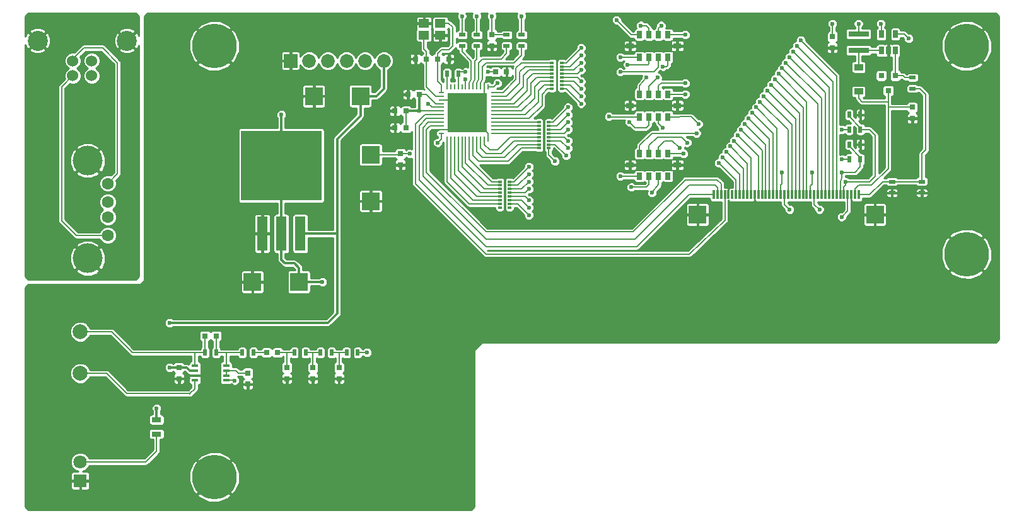
<source format=gbr>
G04 #@! TF.FileFunction,Copper,L1,Top,Signal*
%FSLAX46Y46*%
G04 Gerber Fmt 4.6, Leading zero omitted, Abs format (unit mm)*
G04 Created by KiCad (PCBNEW 4.0.5+dfsg1-4~bpo8+1) date Mon Sep 25 13:54:36 2017*
%MOMM*%
%LPD*%
G01*
G04 APERTURE LIST*
%ADD10C,0.100000*%
%ADD11C,1.600000*%
%ADD12C,4.000000*%
%ADD13R,0.300000X1.200000*%
%ADD14R,2.400000X2.400000*%
%ADD15R,0.700000X1.000000*%
%ADD16R,1.000000X0.800000*%
%ADD17R,0.800000X0.750000*%
%ADD18R,2.430000X2.370000*%
%ADD19R,0.750000X0.800000*%
%ADD20R,2.370000X2.430000*%
%ADD21R,0.800100X0.800100*%
%ADD22R,2.700000X0.800000*%
%ADD23C,2.000000*%
%ADD24R,1.850000X1.850000*%
%ADD25C,1.850000*%
%ADD26C,1.524000*%
%ADD27C,2.700020*%
%ADD28R,0.900000X0.500000*%
%ADD29R,0.500000X0.900000*%
%ADD30R,0.500000X0.350000*%
%ADD31R,1.390000X4.600000*%
%ADD32R,10.800000X9.400000*%
%ADD33O,0.750000X0.250000*%
%ADD34O,0.250000X0.750000*%
%ADD35R,5.300000X5.300000*%
%ADD36R,0.890000X0.420000*%
%ADD37R,1.399540X1.150620*%
%ADD38C,6.000000*%
%ADD39R,0.650000X1.060000*%
%ADD40R,1.220000X0.910000*%
%ADD41C,1.800000*%
%ADD42R,1.800000X1.800000*%
%ADD43R,1.300000X0.700000*%
%ADD44C,0.600000*%
%ADD45C,0.300000*%
%ADD46C,0.200000*%
%ADD47C,0.254000*%
G04 APERTURE END LIST*
D10*
D11*
X63710000Y-86500000D03*
X63710000Y-84000000D03*
X63710000Y-82000000D03*
X63710000Y-79500000D03*
D12*
X61000000Y-89570000D03*
X61000000Y-76430000D03*
D13*
X164550000Y-81000000D03*
X164050000Y-81000000D03*
X163550000Y-81000000D03*
X163050000Y-81000000D03*
X162550000Y-81000000D03*
X162050000Y-81000000D03*
X161550000Y-81000000D03*
X161050000Y-81000000D03*
X160550000Y-81000000D03*
X160050000Y-81000000D03*
X159550000Y-81000000D03*
X159050000Y-81000000D03*
X158550000Y-81000000D03*
X158050000Y-81000000D03*
X157550000Y-81000000D03*
X157050000Y-81000000D03*
X156550000Y-81000000D03*
X156050000Y-81000000D03*
X155550000Y-81000000D03*
X155050000Y-81000000D03*
X154550000Y-81000000D03*
X154050000Y-81000000D03*
X153550000Y-81000000D03*
X153050000Y-81000000D03*
X152550000Y-81000000D03*
X152050000Y-81000000D03*
X151550000Y-81000000D03*
X151050000Y-81000000D03*
X150550000Y-81000000D03*
X150050000Y-81000000D03*
X149550000Y-81000000D03*
X149050000Y-81000000D03*
X148550000Y-81000000D03*
X148050000Y-81000000D03*
X147550000Y-81000000D03*
X147050000Y-81000000D03*
X146550000Y-81000000D03*
X146050000Y-81000000D03*
X145550000Y-81000000D03*
X145050000Y-81000000D03*
D14*
X166700000Y-83700000D03*
X142900000Y-83700000D03*
D15*
X135095000Y-59476000D03*
X136365000Y-59476000D03*
X137635000Y-59476000D03*
X138905000Y-59476000D03*
X135095000Y-62524000D03*
X136365000Y-62524000D03*
X137635000Y-62524000D03*
X138905000Y-62524000D03*
D16*
X133825000Y-61000000D03*
X140175000Y-61000000D03*
D15*
X135095000Y-67476000D03*
X136365000Y-67476000D03*
X137635000Y-67476000D03*
X138905000Y-67476000D03*
X135095000Y-70524000D03*
X136365000Y-70524000D03*
X137635000Y-70524000D03*
X138905000Y-70524000D03*
D16*
X133825000Y-69000000D03*
X140175000Y-69000000D03*
D15*
X135095000Y-75476000D03*
X136365000Y-75476000D03*
X137635000Y-75476000D03*
X138905000Y-75476000D03*
X135095000Y-78524000D03*
X136365000Y-78524000D03*
X137635000Y-78524000D03*
X138905000Y-78524000D03*
D16*
X133825000Y-77000000D03*
X140175000Y-77000000D03*
D17*
X105500000Y-67500000D03*
X104000000Y-67500000D03*
D18*
X99000000Y-81870000D03*
X99000000Y-75630000D03*
D19*
X115250000Y-59500000D03*
X115250000Y-61000000D03*
D17*
X108000000Y-62750000D03*
X109500000Y-62750000D03*
D20*
X91380000Y-67750000D03*
X97620000Y-67750000D03*
D17*
X115750000Y-64500000D03*
X117250000Y-64500000D03*
D19*
X103000000Y-75500000D03*
X103000000Y-77000000D03*
D17*
X106500000Y-62750000D03*
X105000000Y-62750000D03*
D20*
X83130000Y-92750000D03*
X89370000Y-92750000D03*
D19*
X94750000Y-104250000D03*
X94750000Y-105750000D03*
D17*
X103750000Y-72000000D03*
X102250000Y-72000000D03*
D19*
X91250000Y-104250000D03*
X91250000Y-105750000D03*
D17*
X103750000Y-69750000D03*
X102250000Y-69750000D03*
D19*
X87750000Y-104250000D03*
X87750000Y-105750000D03*
D17*
X85000000Y-102250000D03*
X86500000Y-102250000D03*
D19*
X82500000Y-105000000D03*
X82500000Y-106500000D03*
X161000000Y-59750000D03*
X161000000Y-61250000D03*
D17*
X76750000Y-100000000D03*
X78250000Y-100000000D03*
D19*
X73250000Y-105750000D03*
X73250000Y-104250000D03*
X171750000Y-69250000D03*
X171750000Y-70750000D03*
D21*
X169450000Y-64999240D03*
X167550000Y-64999240D03*
X168500000Y-66998220D03*
D22*
X164500000Y-59400000D03*
X164500000Y-61600000D03*
D23*
X60000000Y-99456000D03*
X60000000Y-105044000D03*
D24*
X88250000Y-63000000D03*
D25*
X90750000Y-63000000D03*
X93250000Y-63000000D03*
X95750000Y-63000000D03*
X98250000Y-63000000D03*
X100750000Y-63000000D03*
D26*
X61540000Y-65000000D03*
X59000000Y-65000000D03*
X59000000Y-63001020D03*
X61540000Y-63001020D03*
D27*
X66269480Y-60301000D03*
X54270520Y-60301000D03*
D28*
X113250000Y-61000000D03*
X113250000Y-59500000D03*
X117250000Y-61000000D03*
X117250000Y-59500000D03*
D29*
X110750000Y-64750000D03*
X109250000Y-64750000D03*
D28*
X119250000Y-61000000D03*
X119250000Y-59500000D03*
X111250000Y-61000000D03*
X111250000Y-59500000D03*
D29*
X95750000Y-102250000D03*
X97250000Y-102250000D03*
X92250000Y-102250000D03*
X93750000Y-102250000D03*
X88750000Y-102250000D03*
X90250000Y-102250000D03*
X81750000Y-102250000D03*
X83250000Y-102250000D03*
X76750000Y-102250000D03*
X78250000Y-102250000D03*
D28*
X171750000Y-65250000D03*
X171750000Y-66750000D03*
X169000000Y-79250000D03*
X169000000Y-80750000D03*
X173000000Y-79250000D03*
X173000000Y-80750000D03*
D29*
X164750000Y-76250000D03*
X163250000Y-76250000D03*
X164750000Y-74250000D03*
X163250000Y-74250000D03*
X164750000Y-72250000D03*
X163250000Y-72250000D03*
X164750000Y-70250000D03*
X163250000Y-70250000D03*
D30*
X123350000Y-63250000D03*
X123350000Y-63750000D03*
X123350000Y-64250000D03*
X123350000Y-64750000D03*
X123350000Y-65250000D03*
X123350000Y-65750000D03*
X123350000Y-66250000D03*
X123350000Y-66750000D03*
X124650000Y-66750000D03*
X124650000Y-66250000D03*
X124650000Y-65750000D03*
X124650000Y-65250000D03*
X124650000Y-64750000D03*
X124650000Y-64250000D03*
X124650000Y-63750000D03*
X124650000Y-63250000D03*
X121600000Y-71250000D03*
X121600000Y-71750000D03*
X121600000Y-72250000D03*
X121600000Y-72750000D03*
X121600000Y-73250000D03*
X121600000Y-73750000D03*
X121600000Y-74250000D03*
X121600000Y-74750000D03*
X122900000Y-74750000D03*
X122900000Y-74250000D03*
X122900000Y-73750000D03*
X122900000Y-73250000D03*
X122900000Y-72750000D03*
X122900000Y-72250000D03*
X122900000Y-71750000D03*
X122900000Y-71250000D03*
X116350000Y-79250000D03*
X116350000Y-79750000D03*
X116350000Y-80250000D03*
X116350000Y-80750000D03*
X116350000Y-81250000D03*
X116350000Y-81750000D03*
X116350000Y-82250000D03*
X116350000Y-82750000D03*
X117650000Y-82750000D03*
X117650000Y-82250000D03*
X117650000Y-81750000D03*
X117650000Y-81250000D03*
X117650000Y-80750000D03*
X117650000Y-80250000D03*
X117650000Y-79750000D03*
X117650000Y-79250000D03*
D31*
X87000000Y-86250000D03*
D32*
X87000000Y-77100000D03*
D31*
X89540000Y-86250000D03*
X84460000Y-86250000D03*
D33*
X115525000Y-69750000D03*
X115525000Y-70250000D03*
X115525000Y-70750000D03*
X115525000Y-71250000D03*
X115525000Y-71750000D03*
X115525000Y-72250000D03*
X115525000Y-72750000D03*
X115525000Y-69250000D03*
X115525000Y-68750000D03*
X115525000Y-68250000D03*
X115525000Y-67750000D03*
X108475000Y-67250000D03*
X108475000Y-67750000D03*
X108475000Y-68250000D03*
X108475000Y-68750000D03*
X108475000Y-69250000D03*
X108475000Y-69750000D03*
X108475000Y-70250000D03*
X108475000Y-70750000D03*
X108475000Y-71250000D03*
X108475000Y-71750000D03*
X108475000Y-72250000D03*
X108475000Y-72750000D03*
D34*
X112250000Y-66475000D03*
X112750000Y-66475000D03*
X113250000Y-66475000D03*
X113750000Y-66475000D03*
X114250000Y-66475000D03*
X114750000Y-66475000D03*
X111750000Y-66475000D03*
X111250000Y-66475000D03*
X110750000Y-66475000D03*
X110250000Y-66475000D03*
X109750000Y-66475000D03*
X109250000Y-66475000D03*
X114750000Y-73525000D03*
X114250000Y-73525000D03*
X113725000Y-73525000D03*
X113250000Y-73525000D03*
X112750000Y-73525000D03*
X112250000Y-73525000D03*
X111750000Y-73525000D03*
X111250000Y-73525000D03*
X110750000Y-73525000D03*
X110250000Y-73525000D03*
X109750000Y-73525000D03*
X109250000Y-73525000D03*
D33*
X115525000Y-67250000D03*
D35*
X112000000Y-70000000D03*
D36*
X79605000Y-105975000D03*
X79605000Y-105325000D03*
X79605000Y-104675000D03*
X79605000Y-104025000D03*
X75395000Y-104025000D03*
X75395000Y-104675000D03*
X75395000Y-105325000D03*
X75395000Y-105975000D03*
D37*
X108349820Y-59550100D03*
X106150180Y-59550100D03*
X108349820Y-57949900D03*
X106150180Y-57949900D03*
D38*
X179000000Y-61000000D03*
X179000000Y-89000000D03*
X78000000Y-61000000D03*
X78000000Y-119000000D03*
D39*
X167550000Y-61600000D03*
X168500000Y-61600000D03*
X169450000Y-61600000D03*
X169450000Y-59400000D03*
X167550000Y-59400000D03*
D40*
X164500000Y-67135000D03*
X164500000Y-63865000D03*
D41*
X60000000Y-116960000D03*
D42*
X60000000Y-119500000D03*
D43*
X70250000Y-111300000D03*
X70250000Y-113200000D03*
D44*
X87000000Y-70250000D03*
X92500000Y-92750000D03*
X105500000Y-69750000D03*
X114750000Y-64500000D03*
X111750000Y-64500000D03*
X162250000Y-72250000D03*
X162250000Y-76250000D03*
X162250000Y-84000000D03*
X140000000Y-84500000D03*
X169250000Y-83000000D03*
X94750000Y-107000000D03*
X91250000Y-107000000D03*
X87750000Y-107000000D03*
X82500000Y-107750000D03*
X72000000Y-105750000D03*
X82500000Y-86250000D03*
X99000000Y-84500000D03*
X103000000Y-78500000D03*
X102250000Y-67500000D03*
X100500000Y-72000000D03*
X100500000Y-69750000D03*
X117250000Y-65500000D03*
X112000000Y-70000000D03*
X104250000Y-58500000D03*
X114750000Y-65500000D03*
X115250000Y-62000000D03*
X105000000Y-64000000D03*
X110750000Y-62750000D03*
X107750000Y-61000000D03*
X171750000Y-72000000D03*
X168500000Y-63000000D03*
X161000000Y-62500000D03*
X164250000Y-84000000D03*
X166000000Y-74250000D03*
X165750000Y-70250000D03*
X107250000Y-72750000D03*
X150000000Y-82750000D03*
X146250000Y-78500000D03*
X132500000Y-61000000D03*
X141250000Y-61000000D03*
X132500000Y-69000000D03*
X141250000Y-69000000D03*
X132500000Y-77000000D03*
X141500000Y-77000000D03*
X106750000Y-68750000D03*
X104250000Y-75500000D03*
X115250000Y-57000000D03*
X70250000Y-109750000D03*
X72000000Y-104250000D03*
X72000000Y-98250000D03*
X167500000Y-58000000D03*
X164500000Y-58000000D03*
X161000000Y-58000000D03*
X111250000Y-57000000D03*
X113250000Y-57000000D03*
X119250000Y-57000000D03*
X155250000Y-83000000D03*
X162750000Y-79250000D03*
X159250000Y-83000000D03*
X162250000Y-78000000D03*
X154250000Y-78000000D03*
X158250000Y-78000000D03*
X116000000Y-66000000D03*
X98500000Y-102250000D03*
X171250000Y-60000000D03*
X108000000Y-74000000D03*
X111750000Y-65500000D03*
X80750000Y-106000000D03*
X156750000Y-60250000D03*
X132000000Y-57500000D03*
X127250000Y-61250000D03*
X127250000Y-62250000D03*
X156250000Y-61000000D03*
X135250000Y-58250000D03*
X127250000Y-63250000D03*
X155750000Y-61750000D03*
X138000000Y-58250000D03*
X127250000Y-64250000D03*
X141250000Y-59500000D03*
X155250000Y-62500000D03*
X127250000Y-65750000D03*
X154750000Y-63250000D03*
X132500000Y-62500000D03*
X127250000Y-66750000D03*
X154250000Y-64000000D03*
X133500000Y-63500000D03*
X127250000Y-67750000D03*
X153750000Y-64750000D03*
X132500000Y-64500000D03*
X127250000Y-68750000D03*
X153250000Y-65500000D03*
X138250000Y-63750000D03*
X125500000Y-69250000D03*
X152750000Y-66250000D03*
X136000000Y-65250000D03*
X125500000Y-70250000D03*
X152250000Y-67000000D03*
X137500000Y-65250000D03*
X125500000Y-71250000D03*
X141250000Y-66000000D03*
X151750000Y-67750000D03*
X125500000Y-72250000D03*
X141250000Y-67500000D03*
X151250000Y-68500000D03*
X125500000Y-73750000D03*
X150750000Y-69250000D03*
X131000000Y-70500000D03*
X150250000Y-70000000D03*
X125500000Y-74750000D03*
X133750000Y-71250000D03*
X125250000Y-75750000D03*
X149750000Y-70750000D03*
X138250000Y-72000000D03*
X123750000Y-76500000D03*
X149250000Y-71500000D03*
X143000000Y-71500000D03*
X120250000Y-77250000D03*
X148750000Y-72250000D03*
X142750000Y-72750000D03*
X120250000Y-78250000D03*
X141500000Y-74000000D03*
X148250000Y-73000000D03*
X120250000Y-79250000D03*
X147750000Y-73750000D03*
X140500000Y-74750000D03*
X120250000Y-80250000D03*
X141000000Y-75500000D03*
X147250000Y-74500000D03*
X120250000Y-81750000D03*
X146750000Y-75250000D03*
X132500000Y-78500000D03*
X120250000Y-82750000D03*
X134000000Y-80000000D03*
X146250000Y-76000000D03*
X145750000Y-76750000D03*
X120250000Y-83750000D03*
X136750000Y-80750000D03*
D45*
X87000000Y-77100000D02*
X87000000Y-70250000D01*
X87000000Y-77100000D02*
X87000000Y-86250000D01*
X89370000Y-92750000D02*
X92500000Y-92750000D01*
X89370000Y-92750000D02*
X89370000Y-90870000D01*
X87000000Y-89750000D02*
X87000000Y-86250000D01*
X87500000Y-90250000D02*
X87000000Y-89750000D01*
X88750000Y-90250000D02*
X87500000Y-90250000D01*
X89370000Y-90870000D02*
X88750000Y-90250000D01*
D46*
X103750000Y-72000000D02*
X103750000Y-69750000D01*
D45*
X103750000Y-69750000D02*
X105500000Y-69750000D01*
X105500000Y-67500000D02*
X105500000Y-69750000D01*
D46*
X105500000Y-67500000D02*
X106500000Y-67500000D01*
X107750000Y-68750000D02*
X106500000Y-67500000D01*
X107750000Y-68750000D02*
X108475000Y-68750000D01*
X115750000Y-64500000D02*
X114750000Y-64500000D01*
X111750000Y-64500000D02*
X111000000Y-64500000D01*
X111000000Y-64500000D02*
X110750000Y-64750000D01*
X110750000Y-66475000D02*
X110750000Y-64750000D01*
X163250000Y-72250000D02*
X162250000Y-72250000D01*
X163250000Y-76250000D02*
X162250000Y-76250000D01*
X163050000Y-81000000D02*
X163050000Y-83200000D01*
X163050000Y-83200000D02*
X162250000Y-84000000D01*
X108475000Y-69750000D02*
X105500000Y-69750000D01*
D45*
X142900000Y-83700000D02*
X140800000Y-83700000D01*
X140800000Y-83700000D02*
X140000000Y-84500000D01*
X166700000Y-83700000D02*
X168550000Y-83700000D01*
X168550000Y-83700000D02*
X169250000Y-83000000D01*
X83130000Y-92750000D02*
X83130000Y-90870000D01*
X84460000Y-89540000D02*
X84460000Y-86250000D01*
X83130000Y-90870000D02*
X84460000Y-89540000D01*
X94750000Y-105750000D02*
X94750000Y-107000000D01*
X91250000Y-105750000D02*
X91250000Y-107000000D01*
X87750000Y-105750000D02*
X87750000Y-107000000D01*
X82500000Y-106500000D02*
X82500000Y-107750000D01*
X75395000Y-105325000D02*
X74425000Y-105325000D01*
X74000000Y-105750000D02*
X72000000Y-105750000D01*
X74425000Y-105325000D02*
X74000000Y-105750000D01*
X84460000Y-86250000D02*
X82500000Y-86250000D01*
X91380000Y-67750000D02*
X89000000Y-67750000D01*
X89000000Y-67750000D02*
X88250000Y-67000000D01*
X88250000Y-67000000D02*
X88250000Y-63000000D01*
D46*
X99000000Y-81870000D02*
X99000000Y-84500000D01*
X103000000Y-77000000D02*
X103000000Y-78500000D01*
D45*
X104000000Y-67500000D02*
X102250000Y-67500000D01*
X102250000Y-72000000D02*
X100500000Y-72000000D01*
X102250000Y-69750000D02*
X100500000Y-69750000D01*
D46*
X117250000Y-64500000D02*
X117250000Y-65500000D01*
X114750000Y-73525000D02*
X114750000Y-72750000D01*
X114750000Y-72750000D02*
X112000000Y-70000000D01*
X108475000Y-72250000D02*
X109750000Y-72250000D01*
X109750000Y-72250000D02*
X112000000Y-70000000D01*
X114250000Y-66475000D02*
X114250000Y-67750000D01*
X114250000Y-67750000D02*
X112000000Y-70000000D01*
X108475000Y-68250000D02*
X110250000Y-68250000D01*
X110250000Y-68250000D02*
X112000000Y-70000000D01*
D45*
X106150180Y-57949900D02*
X104800100Y-57949900D01*
X104800100Y-57949900D02*
X104250000Y-58500000D01*
D46*
X114250000Y-66475000D02*
X114250000Y-66000000D01*
X114250000Y-66000000D02*
X114750000Y-65500000D01*
X115250000Y-61000000D02*
X115250000Y-62000000D01*
D45*
X105000000Y-62750000D02*
X105000000Y-64000000D01*
X109500000Y-62750000D02*
X110750000Y-62750000D01*
X108349820Y-59550100D02*
X108349820Y-60400180D01*
X108349820Y-60400180D02*
X107750000Y-61000000D01*
D46*
X171750000Y-70750000D02*
X171750000Y-72000000D01*
X168500000Y-61600000D02*
X168500000Y-63000000D01*
X161000000Y-61250000D02*
X161000000Y-62500000D01*
X163550000Y-81000000D02*
X163550000Y-83300000D01*
X163550000Y-83300000D02*
X164250000Y-84000000D01*
X164750000Y-74250000D02*
X166000000Y-74250000D01*
X164750000Y-70250000D02*
X165750000Y-70250000D01*
X108475000Y-72250000D02*
X107750000Y-72250000D01*
X107750000Y-72250000D02*
X107250000Y-72750000D01*
X150550000Y-81000000D02*
X150550000Y-82200000D01*
X150550000Y-82200000D02*
X150000000Y-82750000D01*
X147050000Y-81000000D02*
X147050000Y-79300000D01*
X147050000Y-79300000D02*
X146250000Y-78500000D01*
X133825000Y-61000000D02*
X132500000Y-61000000D01*
X140175000Y-61000000D02*
X141250000Y-61000000D01*
X133825000Y-69000000D02*
X132500000Y-69000000D01*
X140175000Y-69000000D02*
X141250000Y-69000000D01*
X133825000Y-77000000D02*
X132500000Y-77000000D01*
X140175000Y-77000000D02*
X141500000Y-77000000D01*
X107250000Y-69250000D02*
X106750000Y-68750000D01*
X108475000Y-69250000D02*
X107250000Y-69250000D01*
X104250000Y-75500000D02*
X103000000Y-75500000D01*
X99000000Y-75630000D02*
X102870000Y-75630000D01*
X102870000Y-75630000D02*
X103000000Y-75500000D01*
X115250000Y-59500000D02*
X115250000Y-57000000D01*
X117250000Y-59500000D02*
X115250000Y-59500000D01*
X108000000Y-62750000D02*
X108000000Y-65750000D01*
X108475000Y-66225000D02*
X108475000Y-67250000D01*
X108000000Y-65750000D02*
X108475000Y-66225000D01*
X108000000Y-62750000D02*
X108000000Y-62000000D01*
X109449900Y-57949900D02*
X108349820Y-57949900D01*
X110000000Y-58500000D02*
X109449900Y-57949900D01*
X110000000Y-61000000D02*
X110000000Y-58500000D01*
X109500000Y-61500000D02*
X110000000Y-61000000D01*
X108500000Y-61500000D02*
X109500000Y-61500000D01*
X108000000Y-62000000D02*
X108500000Y-61500000D01*
D45*
X70250000Y-109750000D02*
X70250000Y-111300000D01*
X73250000Y-104250000D02*
X72000000Y-104250000D01*
X94500000Y-97000000D02*
X94500000Y-86250000D01*
X93250000Y-98250000D02*
X72000000Y-98250000D01*
X94500000Y-97000000D02*
X93250000Y-98250000D01*
X75395000Y-104675000D02*
X74675000Y-104675000D01*
X74250000Y-104250000D02*
X73250000Y-104250000D01*
X74675000Y-104675000D02*
X74250000Y-104250000D01*
X89540000Y-86250000D02*
X94500000Y-86250000D01*
X97620000Y-70380000D02*
X94500000Y-73500000D01*
X97620000Y-67750000D02*
X97620000Y-70380000D01*
X94500000Y-73500000D02*
X94500000Y-86250000D01*
D46*
X167550000Y-58050000D02*
X167500000Y-58000000D01*
X167550000Y-58050000D02*
X167550000Y-59400000D01*
D45*
X97620000Y-67750000D02*
X99750000Y-67750000D01*
X99750000Y-67750000D02*
X100750000Y-66750000D01*
X100750000Y-66750000D02*
X100750000Y-63000000D01*
D46*
X164500000Y-59400000D02*
X164500000Y-58000000D01*
X161000000Y-59750000D02*
X161000000Y-58000000D01*
X108475000Y-67750000D02*
X107750000Y-67750000D01*
X107750000Y-67750000D02*
X106500000Y-66500000D01*
X106150180Y-59550100D02*
X106150180Y-61400180D01*
X106500000Y-61750000D02*
X106500000Y-66500000D01*
X106150180Y-61400180D02*
X106500000Y-61750000D01*
X94750000Y-104250000D02*
X94750000Y-102250000D01*
X93750000Y-102250000D02*
X94750000Y-102250000D01*
X94750000Y-102250000D02*
X95750000Y-102250000D01*
X91250000Y-104250000D02*
X91250000Y-102250000D01*
X90250000Y-102250000D02*
X91250000Y-102250000D01*
X91250000Y-102250000D02*
X92250000Y-102250000D01*
X87750000Y-104250000D02*
X87750000Y-102250000D01*
X86500000Y-102250000D02*
X87750000Y-102250000D01*
X87750000Y-102250000D02*
X88750000Y-102250000D01*
X83250000Y-102250000D02*
X85000000Y-102250000D01*
X79605000Y-105325000D02*
X79605000Y-104675000D01*
X82500000Y-105000000D02*
X81250000Y-105000000D01*
X80925000Y-104675000D02*
X79605000Y-104675000D01*
X81250000Y-105000000D02*
X80925000Y-104675000D01*
X75250000Y-102250000D02*
X67000000Y-102250000D01*
X64206000Y-99456000D02*
X60000000Y-99456000D01*
X67000000Y-102250000D02*
X64206000Y-99456000D01*
X76750000Y-100000000D02*
X76750000Y-102250000D01*
X75395000Y-104025000D02*
X75395000Y-102250000D01*
X75395000Y-102250000D02*
X75250000Y-102250000D01*
X76750000Y-102250000D02*
X75250000Y-102250000D01*
X60044000Y-99500000D02*
X60000000Y-99456000D01*
X79605000Y-104025000D02*
X79605000Y-102250000D01*
X79605000Y-102250000D02*
X79500000Y-102250000D01*
X81750000Y-102250000D02*
X79750000Y-102250000D01*
X79750000Y-102250000D02*
X79500000Y-102250000D01*
X79500000Y-102250000D02*
X78250000Y-102250000D01*
X78250000Y-100000000D02*
X78250000Y-102250000D01*
X164050000Y-81000000D02*
X164050000Y-80200000D01*
X168500000Y-77500000D02*
X166250000Y-79750000D01*
X168500000Y-77500000D02*
X168500000Y-69250000D01*
X164500000Y-79750000D02*
X166250000Y-79750000D01*
X164050000Y-80200000D02*
X164500000Y-79750000D01*
X164500000Y-67135000D02*
X164500000Y-68000000D01*
X165000000Y-68500000D02*
X168500000Y-68500000D01*
X164500000Y-68000000D02*
X165000000Y-68500000D01*
X171750000Y-69250000D02*
X168500000Y-69250000D01*
X168500000Y-69250000D02*
X168500000Y-68500000D01*
X168500000Y-68500000D02*
X168500000Y-66998220D01*
X167550000Y-61600000D02*
X164500000Y-61600000D01*
X164500000Y-63865000D02*
X164500000Y-61600000D01*
X171750000Y-65250000D02*
X170750000Y-65250000D01*
X170499240Y-64999240D02*
X169450000Y-64999240D01*
X170750000Y-65250000D02*
X170499240Y-64999240D01*
X169450000Y-61600000D02*
X169450000Y-64999240D01*
X74750000Y-107750000D02*
X66250000Y-107750000D01*
X63544000Y-105044000D02*
X60000000Y-105044000D01*
X66250000Y-107750000D02*
X63544000Y-105044000D01*
X75395000Y-105975000D02*
X75395000Y-107105000D01*
X75395000Y-107105000D02*
X74750000Y-107750000D01*
X74750000Y-107750000D02*
X74706000Y-107794000D01*
X111250000Y-59500000D02*
X111250000Y-57000000D01*
X113250000Y-59500000D02*
X113250000Y-57000000D01*
X119250000Y-59500000D02*
X119250000Y-57000000D01*
X59000000Y-65000000D02*
X57500000Y-66500000D01*
X59500000Y-86500000D02*
X63710000Y-86500000D01*
X57500000Y-84500000D02*
X59500000Y-86500000D01*
X57500000Y-66500000D02*
X57500000Y-84500000D01*
X65000000Y-63250000D02*
X65000000Y-78210000D01*
X60500000Y-61250000D02*
X63000000Y-61250000D01*
X63000000Y-61250000D02*
X65000000Y-63250000D01*
X59000000Y-62750000D02*
X60500000Y-61250000D01*
X65000000Y-78210000D02*
X63710000Y-79500000D01*
X59000000Y-63001020D02*
X59000000Y-62750000D01*
X59000000Y-63001020D02*
X59000000Y-63000000D01*
X164550000Y-81000000D02*
X166000000Y-81000000D01*
X167750000Y-79250000D02*
X173000000Y-79250000D01*
X166000000Y-81000000D02*
X167750000Y-79250000D01*
X173000000Y-79250000D02*
X173000000Y-75500000D01*
X173000000Y-75500000D02*
X173500000Y-75000000D01*
X173500000Y-75000000D02*
X173500000Y-67500000D01*
X173500000Y-67500000D02*
X172750000Y-66750000D01*
X172750000Y-66750000D02*
X171750000Y-66750000D01*
X164750000Y-72250000D02*
X166000000Y-72250000D01*
X166000000Y-79250000D02*
X162750000Y-79250000D01*
X166750000Y-78500000D02*
X166000000Y-79250000D01*
X166750000Y-73000000D02*
X166750000Y-78500000D01*
X166000000Y-72250000D02*
X166750000Y-73000000D01*
X154550000Y-82300000D02*
X155250000Y-83000000D01*
X154550000Y-82300000D02*
X154550000Y-81000000D01*
X162550000Y-81000000D02*
X162550000Y-79950000D01*
X162550000Y-79950000D02*
X162750000Y-79750000D01*
X162750000Y-79750000D02*
X162750000Y-79250000D01*
X164750000Y-72250000D02*
X164750000Y-72000000D01*
X164750000Y-72000000D02*
X163250000Y-70500000D01*
X163250000Y-70500000D02*
X163250000Y-70250000D01*
X158550000Y-81000000D02*
X158550000Y-82300000D01*
X158550000Y-82300000D02*
X159250000Y-83000000D01*
X162050000Y-81000000D02*
X162050000Y-79200000D01*
X162250000Y-78750000D02*
X162250000Y-78000000D01*
X162050000Y-79200000D02*
X162250000Y-78750000D01*
X154050000Y-81000000D02*
X154050000Y-79700000D01*
X154250000Y-79500000D02*
X154250000Y-78000000D01*
X154050000Y-79700000D02*
X154250000Y-79500000D01*
X164750000Y-76250000D02*
X164750000Y-77250000D01*
X164000000Y-78000000D02*
X162250000Y-78000000D01*
X164750000Y-77250000D02*
X164000000Y-78000000D01*
X164750000Y-76250000D02*
X164750000Y-76000000D01*
X164750000Y-76000000D02*
X163250000Y-74500000D01*
X163250000Y-74500000D02*
X163250000Y-74250000D01*
X158050000Y-81000000D02*
X158050000Y-79800000D01*
X158250000Y-79600000D02*
X158250000Y-78000000D01*
X158050000Y-79800000D02*
X158250000Y-79600000D01*
X112750000Y-66475000D02*
X112750000Y-66000000D01*
X113250000Y-62750000D02*
X113250000Y-61000000D01*
X113000000Y-63000000D02*
X113250000Y-62750000D01*
X113000000Y-65500000D02*
X113000000Y-63000000D01*
X112750000Y-66000000D02*
X113000000Y-65500000D01*
X113250000Y-66475000D02*
X113250000Y-66000000D01*
X117250000Y-62000000D02*
X117250000Y-61000000D01*
X116500000Y-62750000D02*
X117250000Y-62000000D01*
X114000000Y-62750000D02*
X116500000Y-62750000D01*
X113500000Y-63250000D02*
X114000000Y-62750000D01*
X113500000Y-65500000D02*
X113500000Y-63250000D01*
X113250000Y-66000000D02*
X113500000Y-65500000D01*
X109250000Y-66475000D02*
X109250000Y-64750000D01*
X113750000Y-66475000D02*
X113750000Y-66000000D01*
X119250000Y-62250000D02*
X119250000Y-61000000D01*
X118250000Y-63250000D02*
X119250000Y-62250000D01*
X114500000Y-63250000D02*
X118250000Y-63250000D01*
X114000000Y-63750000D02*
X114500000Y-63250000D01*
X114000000Y-65500000D02*
X114000000Y-63750000D01*
X113750000Y-66000000D02*
X114000000Y-65500000D01*
X112250000Y-66475000D02*
X112250000Y-66000000D01*
X111250000Y-61750000D02*
X111250000Y-61000000D01*
X112500000Y-63000000D02*
X111250000Y-61750000D01*
X112500000Y-65500000D02*
X112500000Y-63000000D01*
X112250000Y-66000000D02*
X112500000Y-65500000D01*
X115525000Y-66475000D02*
X116000000Y-66000000D01*
X114750000Y-66475000D02*
X115525000Y-66475000D01*
X98500000Y-102250000D02*
X97250000Y-102250000D01*
X169450000Y-59400000D02*
X170650000Y-59400000D01*
X170650000Y-59400000D02*
X171250000Y-60000000D01*
X108475000Y-73525000D02*
X108475000Y-72750000D01*
X108475000Y-73525000D02*
X108000000Y-74000000D01*
X111750000Y-66475000D02*
X111750000Y-65500000D01*
X80725000Y-105975000D02*
X80750000Y-106000000D01*
X80725000Y-105975000D02*
X79605000Y-105975000D01*
X114250000Y-73525000D02*
X114250000Y-74250000D01*
X117750000Y-73250000D02*
X121600000Y-73250000D01*
X116000000Y-75000000D02*
X117750000Y-73250000D01*
X115000000Y-75000000D02*
X116000000Y-75000000D01*
X114250000Y-74250000D02*
X115000000Y-75000000D01*
X113725000Y-73525000D02*
X113725000Y-74725000D01*
X118250000Y-73750000D02*
X121600000Y-73750000D01*
X116500000Y-75500000D02*
X118250000Y-73750000D01*
X114500000Y-75500000D02*
X116500000Y-75500000D01*
X113725000Y-74725000D02*
X114500000Y-75500000D01*
X113250000Y-73525000D02*
X113250000Y-75250000D01*
X118750000Y-74250000D02*
X121600000Y-74250000D01*
X117000000Y-76000000D02*
X118750000Y-74250000D01*
X114000000Y-76000000D02*
X117000000Y-76000000D01*
X113250000Y-75250000D02*
X114000000Y-76000000D01*
X112750000Y-73525000D02*
X112750000Y-75750000D01*
X119250000Y-74750000D02*
X121600000Y-74750000D01*
X117500000Y-76500000D02*
X119250000Y-74750000D01*
X113500000Y-76500000D02*
X117500000Y-76500000D01*
X112750000Y-75750000D02*
X113500000Y-76500000D01*
X112250000Y-73525000D02*
X112250000Y-76250000D01*
X112250000Y-76250000D02*
X115250000Y-79250000D01*
X115250000Y-79250000D02*
X116350000Y-79250000D01*
X111750000Y-73525000D02*
X111750000Y-76750000D01*
X114750000Y-79750000D02*
X116350000Y-79750000D01*
X111750000Y-76750000D02*
X114750000Y-79750000D01*
X161550000Y-65050000D02*
X161550000Y-81000000D01*
X161550000Y-65050000D02*
X156750000Y-60250000D01*
X134000000Y-59500000D02*
X132000000Y-57500000D01*
X124650000Y-63250000D02*
X125250000Y-63250000D01*
X125250000Y-63250000D02*
X127250000Y-61250000D01*
X134000000Y-59500000D02*
X135095000Y-59476000D01*
X124650000Y-63750000D02*
X125750000Y-63750000D01*
X125750000Y-63750000D02*
X127250000Y-62250000D01*
X161050000Y-81000000D02*
X161050000Y-65800000D01*
X161050000Y-65800000D02*
X156250000Y-61000000D01*
X136365000Y-59476000D02*
X136365000Y-58615000D01*
X136000000Y-58250000D02*
X135250000Y-58250000D01*
X136365000Y-58615000D02*
X136000000Y-58250000D01*
X124650000Y-64250000D02*
X126250000Y-64250000D01*
X126250000Y-64250000D02*
X127250000Y-63250000D01*
X137635000Y-59476000D02*
X137635000Y-58615000D01*
X160550000Y-66550000D02*
X155750000Y-61750000D01*
X160550000Y-66550000D02*
X160550000Y-81000000D01*
X137635000Y-58615000D02*
X138000000Y-58250000D01*
X126750000Y-64750000D02*
X127250000Y-64250000D01*
X126750000Y-64750000D02*
X124650000Y-64750000D01*
X138905000Y-59476000D02*
X141226000Y-59476000D01*
X141226000Y-59476000D02*
X141250000Y-59500000D01*
X160050000Y-67300000D02*
X155250000Y-62500000D01*
X160050000Y-67300000D02*
X160050000Y-81000000D01*
X124650000Y-65250000D02*
X126750000Y-65250000D01*
X126750000Y-65250000D02*
X127250000Y-65750000D01*
X159550000Y-81000000D02*
X159550000Y-68050000D01*
X159550000Y-68050000D02*
X154750000Y-63250000D01*
X135095000Y-62524000D02*
X132524000Y-62524000D01*
X132524000Y-62524000D02*
X132500000Y-62500000D01*
X124650000Y-65750000D02*
X126250000Y-65750000D01*
X126250000Y-65750000D02*
X127250000Y-66750000D01*
X159050000Y-81000000D02*
X159050000Y-68800000D01*
X159050000Y-68800000D02*
X154250000Y-64000000D01*
X136365000Y-62524000D02*
X136365000Y-63385000D01*
X136250000Y-63500000D02*
X133500000Y-63500000D01*
X136365000Y-63385000D02*
X136250000Y-63500000D01*
X124650000Y-66250000D02*
X125750000Y-66250000D01*
X125750000Y-66250000D02*
X127250000Y-67750000D01*
X157550000Y-81000000D02*
X157550000Y-68550000D01*
X157550000Y-68550000D02*
X153750000Y-64750000D01*
X137635000Y-62524000D02*
X137635000Y-63865000D01*
X137000000Y-64500000D02*
X132500000Y-64500000D01*
X137635000Y-63865000D02*
X137000000Y-64500000D01*
X124650000Y-66750000D02*
X125250000Y-66750000D01*
X125250000Y-66750000D02*
X127250000Y-68750000D01*
X157050000Y-81000000D02*
X157050000Y-69300000D01*
X157050000Y-69300000D02*
X153250000Y-65500000D01*
X138905000Y-63595000D02*
X138750000Y-63750000D01*
X138750000Y-63750000D02*
X138250000Y-63750000D01*
X138905000Y-63595000D02*
X138905000Y-62524000D01*
X122900000Y-71250000D02*
X123500000Y-71250000D01*
X123500000Y-71250000D02*
X125500000Y-69250000D01*
X156550000Y-70050000D02*
X156550000Y-81000000D01*
X156550000Y-70050000D02*
X152750000Y-66250000D01*
X135095000Y-67476000D02*
X135095000Y-66345000D01*
X135095000Y-66345000D02*
X136000000Y-65250000D01*
X124000000Y-71750000D02*
X122900000Y-71750000D01*
X124000000Y-71750000D02*
X125500000Y-70250000D01*
X136365000Y-67476000D02*
X136365000Y-66385000D01*
X156050000Y-70800000D02*
X152250000Y-67000000D01*
X156050000Y-70800000D02*
X156050000Y-81000000D01*
X136365000Y-66385000D02*
X137500000Y-65250000D01*
X124500000Y-72250000D02*
X122900000Y-72250000D01*
X124500000Y-72250000D02*
X125500000Y-71250000D01*
X155550000Y-81000000D02*
X155550000Y-71550000D01*
X137635000Y-66365000D02*
X138000000Y-66000000D01*
X138000000Y-66000000D02*
X141250000Y-66000000D01*
X137635000Y-66365000D02*
X137635000Y-67476000D01*
X155550000Y-71550000D02*
X151750000Y-67750000D01*
X125000000Y-72750000D02*
X122900000Y-72750000D01*
X125000000Y-72750000D02*
X125500000Y-72250000D01*
X155050000Y-81000000D02*
X155050000Y-72300000D01*
X141226000Y-67476000D02*
X141250000Y-67500000D01*
X141226000Y-67476000D02*
X138905000Y-67476000D01*
X155050000Y-72300000D02*
X151250000Y-68500000D01*
X122900000Y-73250000D02*
X125000000Y-73250000D01*
X125000000Y-73250000D02*
X125500000Y-73750000D01*
X153550000Y-72050000D02*
X150750000Y-69250000D01*
X153550000Y-72050000D02*
X153550000Y-81000000D01*
X135095000Y-70524000D02*
X131024000Y-70524000D01*
X131024000Y-70524000D02*
X131000000Y-70500000D01*
X153050000Y-81000000D02*
X153050000Y-72800000D01*
X153050000Y-72800000D02*
X150250000Y-70000000D01*
X136365000Y-70524000D02*
X136365000Y-71635000D01*
X124500000Y-73750000D02*
X122900000Y-73750000D01*
X124500000Y-73750000D02*
X125500000Y-74750000D01*
X134500000Y-72000000D02*
X133750000Y-71250000D01*
X136000000Y-72000000D02*
X134500000Y-72000000D01*
X136365000Y-71635000D02*
X136000000Y-72000000D01*
X123000000Y-74250000D02*
X123750000Y-74250000D01*
X123750000Y-74250000D02*
X125250000Y-75750000D01*
X152550000Y-73550000D02*
X149750000Y-70750000D01*
X152550000Y-73550000D02*
X152550000Y-81000000D01*
X137635000Y-70524000D02*
X137635000Y-71385000D01*
X137635000Y-71385000D02*
X138250000Y-72000000D01*
X122900000Y-74750000D02*
X122900000Y-75650000D01*
X122900000Y-75650000D02*
X123750000Y-76500000D01*
X138905000Y-70524000D02*
X142000000Y-70500000D01*
X152050000Y-74300000D02*
X149250000Y-71500000D01*
X152050000Y-74300000D02*
X152050000Y-81000000D01*
X142000000Y-70500000D02*
X143000000Y-71500000D01*
X118250000Y-79250000D02*
X117650000Y-79250000D01*
X118250000Y-79250000D02*
X120250000Y-77250000D01*
X151550000Y-75050000D02*
X148750000Y-72250000D01*
X151550000Y-75050000D02*
X151550000Y-81000000D01*
X142750000Y-72750000D02*
X136750000Y-72750000D01*
X135095000Y-74405000D02*
X136750000Y-72750000D01*
X135095000Y-74405000D02*
X135095000Y-75476000D01*
X118750000Y-79750000D02*
X120250000Y-78250000D01*
X118750000Y-79750000D02*
X117650000Y-79750000D01*
X140750000Y-73250000D02*
X137500000Y-73250000D01*
X141500000Y-74000000D02*
X140750000Y-73250000D01*
X136365000Y-74385000D02*
X136365000Y-75476000D01*
X137500000Y-73250000D02*
X136365000Y-74385000D01*
X151050000Y-75800000D02*
X148250000Y-73000000D01*
X151050000Y-75800000D02*
X151050000Y-81000000D01*
X119250000Y-80250000D02*
X117650000Y-80250000D01*
X119250000Y-80250000D02*
X120250000Y-79250000D01*
X139500000Y-73750000D02*
X140500000Y-74750000D01*
X150050000Y-76050000D02*
X147750000Y-73750000D01*
X139500000Y-73750000D02*
X138500000Y-73750000D01*
X138500000Y-73750000D02*
X137635000Y-74615000D01*
X137635000Y-75476000D02*
X137635000Y-74615000D01*
X150050000Y-76050000D02*
X150050000Y-81000000D01*
X119750000Y-80750000D02*
X120250000Y-80250000D01*
X119750000Y-80750000D02*
X117650000Y-80750000D01*
X149550000Y-81000000D02*
X149550000Y-76800000D01*
X140976000Y-75476000D02*
X138905000Y-75476000D01*
X141000000Y-75500000D02*
X140976000Y-75476000D01*
X149550000Y-76800000D02*
X147250000Y-74500000D01*
X117650000Y-81250000D02*
X119750000Y-81250000D01*
X119750000Y-81250000D02*
X120250000Y-81750000D01*
X149050000Y-81000000D02*
X149050000Y-77550000D01*
X149050000Y-77550000D02*
X146750000Y-75250000D01*
X132524000Y-78524000D02*
X132500000Y-78500000D01*
X132524000Y-78524000D02*
X135095000Y-78524000D01*
X119250000Y-81750000D02*
X120250000Y-82750000D01*
X119250000Y-81750000D02*
X117650000Y-81750000D01*
X136365000Y-78524000D02*
X136365000Y-79635000D01*
X136000000Y-80000000D02*
X134000000Y-80000000D01*
X136365000Y-79635000D02*
X136000000Y-80000000D01*
X148550000Y-81000000D02*
X148550000Y-78300000D01*
X148550000Y-78300000D02*
X146250000Y-76000000D01*
X148050000Y-81000000D02*
X148050000Y-79050000D01*
X148050000Y-79050000D02*
X145750000Y-76750000D01*
X117650000Y-82250000D02*
X118750000Y-82250000D01*
X118750000Y-82250000D02*
X120250000Y-83750000D01*
X137635000Y-79635000D02*
X137635000Y-78524000D01*
X136750000Y-80750000D02*
X137635000Y-79635000D01*
X146550000Y-81000000D02*
X146550000Y-84450000D01*
X106250000Y-70250000D02*
X105000000Y-71500000D01*
X105000000Y-71500000D02*
X105000000Y-79500000D01*
X105000000Y-79500000D02*
X114500000Y-89000000D01*
X114500000Y-89000000D02*
X141750000Y-89000000D01*
X106250000Y-70250000D02*
X108475000Y-70250000D01*
X146550000Y-84450000D02*
X141750000Y-89000000D01*
X146050000Y-81000000D02*
X146050000Y-79550000D01*
X141250000Y-79000000D02*
X134250000Y-86000000D01*
X145500000Y-79000000D02*
X141250000Y-79000000D01*
X146050000Y-79550000D02*
X145500000Y-79000000D01*
X108475000Y-71750000D02*
X107000000Y-71750000D01*
X114500000Y-86000000D02*
X134250000Y-86000000D01*
X106500000Y-78000000D02*
X114500000Y-86000000D01*
X106500000Y-72250000D02*
X106500000Y-78000000D01*
X107000000Y-71750000D02*
X106500000Y-72250000D01*
X145550000Y-81000000D02*
X145550000Y-80050000D01*
X141750000Y-79750000D02*
X134500000Y-87000000D01*
X145250000Y-79750000D02*
X141750000Y-79750000D01*
X145550000Y-80050000D02*
X145250000Y-79750000D01*
X108475000Y-71250000D02*
X106750000Y-71250000D01*
X114500000Y-87000000D02*
X134500000Y-87000000D01*
X106000000Y-78500000D02*
X114500000Y-87000000D01*
X106000000Y-72000000D02*
X106000000Y-78500000D01*
X106750000Y-71250000D02*
X106000000Y-72000000D01*
X108475000Y-70750000D02*
X106500000Y-70750000D01*
X141750000Y-81000000D02*
X145050000Y-81000000D01*
X134750000Y-88000000D02*
X141750000Y-81000000D01*
X114500000Y-88000000D02*
X134750000Y-88000000D01*
X105500000Y-79000000D02*
X114500000Y-88000000D01*
X105500000Y-71750000D02*
X105500000Y-79000000D01*
X106500000Y-70750000D02*
X105500000Y-71750000D01*
X115525000Y-67250000D02*
X116750000Y-67250000D01*
X119250000Y-63250000D02*
X123350000Y-63250000D01*
X118500000Y-64000000D02*
X119250000Y-63250000D01*
X118500000Y-65500000D02*
X118500000Y-64000000D01*
X116750000Y-67250000D02*
X118500000Y-65500000D01*
X115525000Y-67750000D02*
X117250000Y-67750000D01*
X119750000Y-63750000D02*
X123350000Y-63750000D01*
X119000000Y-64500000D02*
X119750000Y-63750000D01*
X119000000Y-66000000D02*
X119000000Y-64500000D01*
X117250000Y-67750000D02*
X119000000Y-66000000D01*
X115525000Y-68250000D02*
X117750000Y-68250000D01*
X120250000Y-64250000D02*
X123350000Y-64250000D01*
X119500000Y-65000000D02*
X120250000Y-64250000D01*
X119500000Y-66500000D02*
X119500000Y-65000000D01*
X117750000Y-68250000D02*
X119500000Y-66500000D01*
X115525000Y-68750000D02*
X118250000Y-68750000D01*
X120750000Y-64750000D02*
X123350000Y-64750000D01*
X120000000Y-65500000D02*
X120750000Y-64750000D01*
X120000000Y-67000000D02*
X120000000Y-65500000D01*
X118250000Y-68750000D02*
X120000000Y-67000000D01*
X115525000Y-69250000D02*
X118750000Y-69250000D01*
X121250000Y-65250000D02*
X123350000Y-65250000D01*
X120500000Y-66000000D02*
X121250000Y-65250000D01*
X120500000Y-67500000D02*
X120500000Y-66000000D01*
X118750000Y-69250000D02*
X120500000Y-67500000D01*
X115525000Y-69750000D02*
X119250000Y-69750000D01*
X121750000Y-65750000D02*
X123350000Y-65750000D01*
X121000000Y-66500000D02*
X121750000Y-65750000D01*
X121000000Y-68000000D02*
X121000000Y-66500000D01*
X119250000Y-69750000D02*
X121000000Y-68000000D01*
X115525000Y-70250000D02*
X119750000Y-70250000D01*
X122250000Y-66250000D02*
X123350000Y-66250000D01*
X121500000Y-67000000D02*
X122250000Y-66250000D01*
X121500000Y-68500000D02*
X121500000Y-67000000D01*
X119750000Y-70250000D02*
X121500000Y-68500000D01*
X115525000Y-70750000D02*
X120250000Y-70750000D01*
X122750000Y-66750000D02*
X123350000Y-66750000D01*
X122000000Y-67500000D02*
X122750000Y-66750000D01*
X122000000Y-69000000D02*
X122000000Y-67500000D01*
X120250000Y-70750000D02*
X122000000Y-69000000D01*
X115525000Y-71250000D02*
X121600000Y-71250000D01*
X115525000Y-71750000D02*
X121600000Y-71750000D01*
X115525000Y-72250000D02*
X121600000Y-72250000D01*
X115525000Y-72750000D02*
X121600000Y-72750000D01*
X111250000Y-73525000D02*
X111250000Y-77250000D01*
X114250000Y-80250000D02*
X116350000Y-80250000D01*
X111250000Y-77250000D02*
X114250000Y-80250000D01*
X110750000Y-73525000D02*
X110750000Y-77750000D01*
X113750000Y-80750000D02*
X116350000Y-80750000D01*
X110750000Y-77750000D02*
X113750000Y-80750000D01*
X110250000Y-73525000D02*
X110250000Y-78250000D01*
X113250000Y-81250000D02*
X116350000Y-81250000D01*
X110250000Y-78250000D02*
X113250000Y-81250000D01*
X109750000Y-73525000D02*
X109750000Y-78750000D01*
X112750000Y-81750000D02*
X116350000Y-81750000D01*
X109750000Y-78750000D02*
X112750000Y-81750000D01*
X109250000Y-73525000D02*
X109250000Y-79250000D01*
X112250000Y-82250000D02*
X116350000Y-82250000D01*
X109250000Y-79250000D02*
X112250000Y-82250000D01*
X60000000Y-116960000D02*
X68790000Y-116960000D01*
X70250000Y-115500000D02*
X70250000Y-113200000D01*
X68790000Y-116960000D02*
X70250000Y-115500000D01*
D47*
G36*
X67873000Y-57052606D02*
X67873000Y-59648968D01*
X67740170Y-59325286D01*
X67733731Y-59315650D01*
X67494163Y-59166119D01*
X66359283Y-60301000D01*
X67494163Y-61435881D01*
X67733731Y-61286350D01*
X67873000Y-60953223D01*
X67873000Y-91947394D01*
X67447394Y-92373000D01*
X53052606Y-92373000D01*
X52627000Y-91947394D01*
X52627000Y-91263543D01*
X59396259Y-91263543D01*
X59624926Y-91570660D01*
X60495217Y-91944587D01*
X61442356Y-91957004D01*
X62322151Y-91606022D01*
X62375074Y-91570660D01*
X62603741Y-91263543D01*
X61000000Y-89659803D01*
X59396259Y-91263543D01*
X52627000Y-91263543D01*
X52627000Y-90012356D01*
X58612996Y-90012356D01*
X58963978Y-90892151D01*
X58999340Y-90945074D01*
X59306457Y-91173741D01*
X60910197Y-89570000D01*
X61089803Y-89570000D01*
X62693543Y-91173741D01*
X63000660Y-90945074D01*
X63374587Y-90074783D01*
X63387004Y-89127644D01*
X63036022Y-88247849D01*
X63000660Y-88194926D01*
X62693543Y-87966259D01*
X61089803Y-89570000D01*
X60910197Y-89570000D01*
X59306457Y-87966259D01*
X58999340Y-88194926D01*
X58625413Y-89065217D01*
X58612996Y-90012356D01*
X52627000Y-90012356D01*
X52627000Y-87876457D01*
X59396259Y-87876457D01*
X61000000Y-89480197D01*
X62603741Y-87876457D01*
X62375074Y-87569340D01*
X61504783Y-87195413D01*
X60557644Y-87182996D01*
X59677849Y-87533978D01*
X59624926Y-87569340D01*
X59396259Y-87876457D01*
X52627000Y-87876457D01*
X52627000Y-66500000D01*
X57019000Y-66500000D01*
X57019000Y-84500000D01*
X57055614Y-84684071D01*
X57159882Y-84840118D01*
X59159882Y-86840118D01*
X59315929Y-86944386D01*
X59500000Y-86981000D01*
X62630901Y-86981000D01*
X62708213Y-87168109D01*
X63040144Y-87500619D01*
X63474054Y-87680794D01*
X63943885Y-87681204D01*
X64378109Y-87501787D01*
X64710619Y-87169856D01*
X64890794Y-86735946D01*
X64891204Y-86266115D01*
X64711787Y-85831891D01*
X64379856Y-85499381D01*
X63945946Y-85319206D01*
X63476115Y-85318796D01*
X63041891Y-85498213D01*
X62709381Y-85830144D01*
X62630961Y-86019000D01*
X59699236Y-86019000D01*
X57981000Y-84300764D01*
X57981000Y-82233885D01*
X62528796Y-82233885D01*
X62708213Y-82668109D01*
X63039813Y-83000287D01*
X62709381Y-83330144D01*
X62529206Y-83764054D01*
X62528796Y-84233885D01*
X62708213Y-84668109D01*
X63040144Y-85000619D01*
X63474054Y-85180794D01*
X63943885Y-85181204D01*
X64378109Y-85001787D01*
X64710619Y-84669856D01*
X64890794Y-84235946D01*
X64891204Y-83766115D01*
X64711787Y-83331891D01*
X64380187Y-82999713D01*
X64710619Y-82669856D01*
X64890794Y-82235946D01*
X64891204Y-81766115D01*
X64711787Y-81331891D01*
X64379856Y-80999381D01*
X63945946Y-80819206D01*
X63476115Y-80818796D01*
X63041891Y-80998213D01*
X62709381Y-81330144D01*
X62529206Y-81764054D01*
X62528796Y-82233885D01*
X57981000Y-82233885D01*
X57981000Y-78123543D01*
X59396259Y-78123543D01*
X59624926Y-78430660D01*
X60495217Y-78804587D01*
X61442356Y-78817004D01*
X62322151Y-78466022D01*
X62375074Y-78430660D01*
X62603741Y-78123543D01*
X61000000Y-76519803D01*
X59396259Y-78123543D01*
X57981000Y-78123543D01*
X57981000Y-76872356D01*
X58612996Y-76872356D01*
X58963978Y-77752151D01*
X58999340Y-77805074D01*
X59306457Y-78033741D01*
X60910197Y-76430000D01*
X61089803Y-76430000D01*
X62693543Y-78033741D01*
X63000660Y-77805074D01*
X63374587Y-76934783D01*
X63387004Y-75987644D01*
X63036022Y-75107849D01*
X63000660Y-75054926D01*
X62693543Y-74826259D01*
X61089803Y-76430000D01*
X60910197Y-76430000D01*
X59306457Y-74826259D01*
X58999340Y-75054926D01*
X58625413Y-75925217D01*
X58612996Y-76872356D01*
X57981000Y-76872356D01*
X57981000Y-74736457D01*
X59396259Y-74736457D01*
X61000000Y-76340197D01*
X62603741Y-74736457D01*
X62375074Y-74429340D01*
X61504783Y-74055413D01*
X60557644Y-74042996D01*
X59677849Y-74393978D01*
X59624926Y-74429340D01*
X59396259Y-74736457D01*
X57981000Y-74736457D01*
X57981000Y-66699236D01*
X58606154Y-66074083D01*
X58771646Y-66142801D01*
X59226359Y-66143198D01*
X59646612Y-65969554D01*
X59968423Y-65648303D01*
X60142801Y-65228354D01*
X60143198Y-64773641D01*
X59969554Y-64353388D01*
X59648303Y-64031577D01*
X59573822Y-64000650D01*
X59646612Y-63970574D01*
X59968423Y-63649323D01*
X60142801Y-63229374D01*
X60142802Y-63227379D01*
X60396802Y-63227379D01*
X60570446Y-63647632D01*
X60891697Y-63969443D01*
X60966178Y-64000370D01*
X60893388Y-64030446D01*
X60571577Y-64351697D01*
X60397199Y-64771646D01*
X60396802Y-65226359D01*
X60570446Y-65646612D01*
X60891697Y-65968423D01*
X61311646Y-66142801D01*
X61766359Y-66143198D01*
X62186612Y-65969554D01*
X62508423Y-65648303D01*
X62682801Y-65228354D01*
X62683198Y-64773641D01*
X62509554Y-64353388D01*
X62188303Y-64031577D01*
X62113822Y-64000650D01*
X62186612Y-63970574D01*
X62508423Y-63649323D01*
X62682801Y-63229374D01*
X62683198Y-62774661D01*
X62509554Y-62354408D01*
X62188303Y-62032597D01*
X61768354Y-61858219D01*
X61313641Y-61857822D01*
X60893388Y-62031466D01*
X60571577Y-62352717D01*
X60397199Y-62772666D01*
X60396802Y-63227379D01*
X60142802Y-63227379D01*
X60143198Y-62774661D01*
X60000627Y-62429610D01*
X60699237Y-61731000D01*
X62800764Y-61731000D01*
X64519000Y-63449236D01*
X64519000Y-78010763D01*
X64132919Y-78396844D01*
X63945946Y-78319206D01*
X63476115Y-78318796D01*
X63041891Y-78498213D01*
X62709381Y-78830144D01*
X62529206Y-79264054D01*
X62528796Y-79733885D01*
X62708213Y-80168109D01*
X63040144Y-80500619D01*
X63474054Y-80680794D01*
X63943885Y-80681204D01*
X64378109Y-80501787D01*
X64710619Y-80169856D01*
X64890794Y-79735946D01*
X64891204Y-79266115D01*
X64813114Y-79077122D01*
X65340118Y-78550119D01*
X65444386Y-78394071D01*
X65481000Y-78210000D01*
X65481000Y-63250000D01*
X65444386Y-63065929D01*
X65340118Y-62909882D01*
X63955919Y-61525683D01*
X65134599Y-61525683D01*
X65284130Y-61765251D01*
X65919479Y-62030869D01*
X66608113Y-62033130D01*
X67245194Y-61771690D01*
X67254830Y-61765251D01*
X67404361Y-61525683D01*
X66269480Y-60390803D01*
X65134599Y-61525683D01*
X63955919Y-61525683D01*
X63340118Y-60909882D01*
X63184071Y-60805614D01*
X63000000Y-60769000D01*
X60500000Y-60769000D01*
X60315929Y-60805614D01*
X60159881Y-60909882D01*
X59211559Y-61858204D01*
X58773641Y-61857822D01*
X58353388Y-62031466D01*
X58031577Y-62352717D01*
X57857199Y-62772666D01*
X57856802Y-63227379D01*
X58030446Y-63647632D01*
X58351697Y-63969443D01*
X58426178Y-64000370D01*
X58353388Y-64030446D01*
X58031577Y-64351697D01*
X57857199Y-64771646D01*
X57856802Y-65226359D01*
X57925980Y-65393783D01*
X57159882Y-66159882D01*
X57055614Y-66315929D01*
X57019000Y-66500000D01*
X52627000Y-66500000D01*
X52627000Y-61525683D01*
X53135639Y-61525683D01*
X53285170Y-61765251D01*
X53920519Y-62030869D01*
X54609153Y-62033130D01*
X55246234Y-61771690D01*
X55255870Y-61765251D01*
X55405401Y-61525683D01*
X54270520Y-60390803D01*
X53135639Y-61525683D01*
X52627000Y-61525683D01*
X52627000Y-60855559D01*
X52799830Y-61276714D01*
X52806269Y-61286350D01*
X53045837Y-61435881D01*
X54180717Y-60301000D01*
X54360323Y-60301000D01*
X55495203Y-61435881D01*
X55734771Y-61286350D01*
X56000389Y-60651001D01*
X56000426Y-60639633D01*
X64537350Y-60639633D01*
X64798790Y-61276714D01*
X64805229Y-61286350D01*
X65044797Y-61435881D01*
X66179677Y-60301000D01*
X65044797Y-59166119D01*
X64805229Y-59315650D01*
X64539611Y-59950999D01*
X64537350Y-60639633D01*
X56000426Y-60639633D01*
X56002650Y-59962367D01*
X55741210Y-59325286D01*
X55734771Y-59315650D01*
X55495203Y-59166119D01*
X54360323Y-60301000D01*
X54180717Y-60301000D01*
X53045837Y-59166119D01*
X52806269Y-59315650D01*
X52627000Y-59744455D01*
X52627000Y-59076317D01*
X53135639Y-59076317D01*
X54270520Y-60211197D01*
X55405401Y-59076317D01*
X65134599Y-59076317D01*
X66269480Y-60211197D01*
X67404361Y-59076317D01*
X67254830Y-58836749D01*
X66619481Y-58571131D01*
X65930847Y-58568870D01*
X65293766Y-58830310D01*
X65284130Y-58836749D01*
X65134599Y-59076317D01*
X55405401Y-59076317D01*
X55255870Y-58836749D01*
X54620521Y-58571131D01*
X53931887Y-58568870D01*
X53294806Y-58830310D01*
X53285170Y-58836749D01*
X53135639Y-59076317D01*
X52627000Y-59076317D01*
X52627000Y-57052606D01*
X53052606Y-56627000D01*
X67447394Y-56627000D01*
X67873000Y-57052606D01*
X67873000Y-57052606D01*
G37*
X67873000Y-57052606D02*
X67873000Y-59648968D01*
X67740170Y-59325286D01*
X67733731Y-59315650D01*
X67494163Y-59166119D01*
X66359283Y-60301000D01*
X67494163Y-61435881D01*
X67733731Y-61286350D01*
X67873000Y-60953223D01*
X67873000Y-91947394D01*
X67447394Y-92373000D01*
X53052606Y-92373000D01*
X52627000Y-91947394D01*
X52627000Y-91263543D01*
X59396259Y-91263543D01*
X59624926Y-91570660D01*
X60495217Y-91944587D01*
X61442356Y-91957004D01*
X62322151Y-91606022D01*
X62375074Y-91570660D01*
X62603741Y-91263543D01*
X61000000Y-89659803D01*
X59396259Y-91263543D01*
X52627000Y-91263543D01*
X52627000Y-90012356D01*
X58612996Y-90012356D01*
X58963978Y-90892151D01*
X58999340Y-90945074D01*
X59306457Y-91173741D01*
X60910197Y-89570000D01*
X61089803Y-89570000D01*
X62693543Y-91173741D01*
X63000660Y-90945074D01*
X63374587Y-90074783D01*
X63387004Y-89127644D01*
X63036022Y-88247849D01*
X63000660Y-88194926D01*
X62693543Y-87966259D01*
X61089803Y-89570000D01*
X60910197Y-89570000D01*
X59306457Y-87966259D01*
X58999340Y-88194926D01*
X58625413Y-89065217D01*
X58612996Y-90012356D01*
X52627000Y-90012356D01*
X52627000Y-87876457D01*
X59396259Y-87876457D01*
X61000000Y-89480197D01*
X62603741Y-87876457D01*
X62375074Y-87569340D01*
X61504783Y-87195413D01*
X60557644Y-87182996D01*
X59677849Y-87533978D01*
X59624926Y-87569340D01*
X59396259Y-87876457D01*
X52627000Y-87876457D01*
X52627000Y-66500000D01*
X57019000Y-66500000D01*
X57019000Y-84500000D01*
X57055614Y-84684071D01*
X57159882Y-84840118D01*
X59159882Y-86840118D01*
X59315929Y-86944386D01*
X59500000Y-86981000D01*
X62630901Y-86981000D01*
X62708213Y-87168109D01*
X63040144Y-87500619D01*
X63474054Y-87680794D01*
X63943885Y-87681204D01*
X64378109Y-87501787D01*
X64710619Y-87169856D01*
X64890794Y-86735946D01*
X64891204Y-86266115D01*
X64711787Y-85831891D01*
X64379856Y-85499381D01*
X63945946Y-85319206D01*
X63476115Y-85318796D01*
X63041891Y-85498213D01*
X62709381Y-85830144D01*
X62630961Y-86019000D01*
X59699236Y-86019000D01*
X57981000Y-84300764D01*
X57981000Y-82233885D01*
X62528796Y-82233885D01*
X62708213Y-82668109D01*
X63039813Y-83000287D01*
X62709381Y-83330144D01*
X62529206Y-83764054D01*
X62528796Y-84233885D01*
X62708213Y-84668109D01*
X63040144Y-85000619D01*
X63474054Y-85180794D01*
X63943885Y-85181204D01*
X64378109Y-85001787D01*
X64710619Y-84669856D01*
X64890794Y-84235946D01*
X64891204Y-83766115D01*
X64711787Y-83331891D01*
X64380187Y-82999713D01*
X64710619Y-82669856D01*
X64890794Y-82235946D01*
X64891204Y-81766115D01*
X64711787Y-81331891D01*
X64379856Y-80999381D01*
X63945946Y-80819206D01*
X63476115Y-80818796D01*
X63041891Y-80998213D01*
X62709381Y-81330144D01*
X62529206Y-81764054D01*
X62528796Y-82233885D01*
X57981000Y-82233885D01*
X57981000Y-78123543D01*
X59396259Y-78123543D01*
X59624926Y-78430660D01*
X60495217Y-78804587D01*
X61442356Y-78817004D01*
X62322151Y-78466022D01*
X62375074Y-78430660D01*
X62603741Y-78123543D01*
X61000000Y-76519803D01*
X59396259Y-78123543D01*
X57981000Y-78123543D01*
X57981000Y-76872356D01*
X58612996Y-76872356D01*
X58963978Y-77752151D01*
X58999340Y-77805074D01*
X59306457Y-78033741D01*
X60910197Y-76430000D01*
X61089803Y-76430000D01*
X62693543Y-78033741D01*
X63000660Y-77805074D01*
X63374587Y-76934783D01*
X63387004Y-75987644D01*
X63036022Y-75107849D01*
X63000660Y-75054926D01*
X62693543Y-74826259D01*
X61089803Y-76430000D01*
X60910197Y-76430000D01*
X59306457Y-74826259D01*
X58999340Y-75054926D01*
X58625413Y-75925217D01*
X58612996Y-76872356D01*
X57981000Y-76872356D01*
X57981000Y-74736457D01*
X59396259Y-74736457D01*
X61000000Y-76340197D01*
X62603741Y-74736457D01*
X62375074Y-74429340D01*
X61504783Y-74055413D01*
X60557644Y-74042996D01*
X59677849Y-74393978D01*
X59624926Y-74429340D01*
X59396259Y-74736457D01*
X57981000Y-74736457D01*
X57981000Y-66699236D01*
X58606154Y-66074083D01*
X58771646Y-66142801D01*
X59226359Y-66143198D01*
X59646612Y-65969554D01*
X59968423Y-65648303D01*
X60142801Y-65228354D01*
X60143198Y-64773641D01*
X59969554Y-64353388D01*
X59648303Y-64031577D01*
X59573822Y-64000650D01*
X59646612Y-63970574D01*
X59968423Y-63649323D01*
X60142801Y-63229374D01*
X60142802Y-63227379D01*
X60396802Y-63227379D01*
X60570446Y-63647632D01*
X60891697Y-63969443D01*
X60966178Y-64000370D01*
X60893388Y-64030446D01*
X60571577Y-64351697D01*
X60397199Y-64771646D01*
X60396802Y-65226359D01*
X60570446Y-65646612D01*
X60891697Y-65968423D01*
X61311646Y-66142801D01*
X61766359Y-66143198D01*
X62186612Y-65969554D01*
X62508423Y-65648303D01*
X62682801Y-65228354D01*
X62683198Y-64773641D01*
X62509554Y-64353388D01*
X62188303Y-64031577D01*
X62113822Y-64000650D01*
X62186612Y-63970574D01*
X62508423Y-63649323D01*
X62682801Y-63229374D01*
X62683198Y-62774661D01*
X62509554Y-62354408D01*
X62188303Y-62032597D01*
X61768354Y-61858219D01*
X61313641Y-61857822D01*
X60893388Y-62031466D01*
X60571577Y-62352717D01*
X60397199Y-62772666D01*
X60396802Y-63227379D01*
X60142802Y-63227379D01*
X60143198Y-62774661D01*
X60000627Y-62429610D01*
X60699237Y-61731000D01*
X62800764Y-61731000D01*
X64519000Y-63449236D01*
X64519000Y-78010763D01*
X64132919Y-78396844D01*
X63945946Y-78319206D01*
X63476115Y-78318796D01*
X63041891Y-78498213D01*
X62709381Y-78830144D01*
X62529206Y-79264054D01*
X62528796Y-79733885D01*
X62708213Y-80168109D01*
X63040144Y-80500619D01*
X63474054Y-80680794D01*
X63943885Y-80681204D01*
X64378109Y-80501787D01*
X64710619Y-80169856D01*
X64890794Y-79735946D01*
X64891204Y-79266115D01*
X64813114Y-79077122D01*
X65340118Y-78550119D01*
X65444386Y-78394071D01*
X65481000Y-78210000D01*
X65481000Y-63250000D01*
X65444386Y-63065929D01*
X65340118Y-62909882D01*
X63955919Y-61525683D01*
X65134599Y-61525683D01*
X65284130Y-61765251D01*
X65919479Y-62030869D01*
X66608113Y-62033130D01*
X67245194Y-61771690D01*
X67254830Y-61765251D01*
X67404361Y-61525683D01*
X66269480Y-60390803D01*
X65134599Y-61525683D01*
X63955919Y-61525683D01*
X63340118Y-60909882D01*
X63184071Y-60805614D01*
X63000000Y-60769000D01*
X60500000Y-60769000D01*
X60315929Y-60805614D01*
X60159881Y-60909882D01*
X59211559Y-61858204D01*
X58773641Y-61857822D01*
X58353388Y-62031466D01*
X58031577Y-62352717D01*
X57857199Y-62772666D01*
X57856802Y-63227379D01*
X58030446Y-63647632D01*
X58351697Y-63969443D01*
X58426178Y-64000370D01*
X58353388Y-64030446D01*
X58031577Y-64351697D01*
X57857199Y-64771646D01*
X57856802Y-65226359D01*
X57925980Y-65393783D01*
X57159882Y-66159882D01*
X57055614Y-66315929D01*
X57019000Y-66500000D01*
X52627000Y-66500000D01*
X52627000Y-61525683D01*
X53135639Y-61525683D01*
X53285170Y-61765251D01*
X53920519Y-62030869D01*
X54609153Y-62033130D01*
X55246234Y-61771690D01*
X55255870Y-61765251D01*
X55405401Y-61525683D01*
X54270520Y-60390803D01*
X53135639Y-61525683D01*
X52627000Y-61525683D01*
X52627000Y-60855559D01*
X52799830Y-61276714D01*
X52806269Y-61286350D01*
X53045837Y-61435881D01*
X54180717Y-60301000D01*
X54360323Y-60301000D01*
X55495203Y-61435881D01*
X55734771Y-61286350D01*
X56000389Y-60651001D01*
X56000426Y-60639633D01*
X64537350Y-60639633D01*
X64798790Y-61276714D01*
X64805229Y-61286350D01*
X65044797Y-61435881D01*
X66179677Y-60301000D01*
X65044797Y-59166119D01*
X64805229Y-59315650D01*
X64539611Y-59950999D01*
X64537350Y-60639633D01*
X56000426Y-60639633D01*
X56002650Y-59962367D01*
X55741210Y-59325286D01*
X55734771Y-59315650D01*
X55495203Y-59166119D01*
X54360323Y-60301000D01*
X54180717Y-60301000D01*
X53045837Y-59166119D01*
X52806269Y-59315650D01*
X52627000Y-59744455D01*
X52627000Y-59076317D01*
X53135639Y-59076317D01*
X54270520Y-60211197D01*
X55405401Y-59076317D01*
X65134599Y-59076317D01*
X66269480Y-60211197D01*
X67404361Y-59076317D01*
X67254830Y-58836749D01*
X66619481Y-58571131D01*
X65930847Y-58568870D01*
X65293766Y-58830310D01*
X65284130Y-58836749D01*
X65134599Y-59076317D01*
X55405401Y-59076317D01*
X55255870Y-58836749D01*
X54620521Y-58571131D01*
X53931887Y-58568870D01*
X53294806Y-58830310D01*
X53285170Y-58836749D01*
X53135639Y-59076317D01*
X52627000Y-59076317D01*
X52627000Y-57052606D01*
X53052606Y-56627000D01*
X67447394Y-56627000D01*
X67873000Y-57052606D01*
G36*
X110569118Y-56863946D02*
X110568882Y-57134865D01*
X110672339Y-57385252D01*
X110769000Y-57482081D01*
X110769000Y-58867369D01*
X110658810Y-58888103D01*
X110529135Y-58971546D01*
X110481000Y-59041994D01*
X110481000Y-58500000D01*
X110444386Y-58315929D01*
X110340118Y-58159882D01*
X109790018Y-57609782D01*
X109633971Y-57505514D01*
X109449900Y-57468900D01*
X109438054Y-57468900D01*
X109438054Y-57374590D01*
X109411487Y-57233400D01*
X109328044Y-57103725D01*
X109200724Y-57016731D01*
X109049590Y-56986126D01*
X107650050Y-56986126D01*
X107508860Y-57012693D01*
X107379185Y-57096136D01*
X107292191Y-57223456D01*
X107261586Y-57374590D01*
X107261586Y-58525210D01*
X107288153Y-58666400D01*
X107339629Y-58746396D01*
X107327054Y-58758971D01*
X107269050Y-58899005D01*
X107269050Y-59391350D01*
X107364300Y-59486600D01*
X108286320Y-59486600D01*
X108286320Y-59466600D01*
X108413320Y-59466600D01*
X108413320Y-59486600D01*
X109335340Y-59486600D01*
X109430590Y-59391350D01*
X109430590Y-58899005D01*
X109372586Y-58758971D01*
X109359758Y-58746143D01*
X109407449Y-58676344D01*
X109422379Y-58602615D01*
X109519000Y-58699236D01*
X109519000Y-60800763D01*
X109300764Y-61019000D01*
X108500000Y-61019000D01*
X108315929Y-61055614D01*
X108264762Y-61089803D01*
X108159882Y-61159881D01*
X107659882Y-61659882D01*
X107555614Y-61815929D01*
X107519000Y-62000000D01*
X107519000Y-62001777D01*
X107458810Y-62013103D01*
X107329135Y-62096546D01*
X107249020Y-62213798D01*
X107178454Y-62104135D01*
X107051134Y-62017141D01*
X106981000Y-62002939D01*
X106981000Y-61750000D01*
X106944386Y-61565929D01*
X106840118Y-61409882D01*
X106631180Y-61200944D01*
X106631180Y-60513874D01*
X106849950Y-60513874D01*
X106991140Y-60487307D01*
X107120815Y-60403864D01*
X107207809Y-60276544D01*
X107238414Y-60125410D01*
X107238414Y-59708850D01*
X107269050Y-59708850D01*
X107269050Y-60201195D01*
X107327054Y-60341229D01*
X107434230Y-60448406D01*
X107574264Y-60506410D01*
X108191070Y-60506410D01*
X108286320Y-60411160D01*
X108286320Y-59613600D01*
X108413320Y-59613600D01*
X108413320Y-60411160D01*
X108508570Y-60506410D01*
X109125376Y-60506410D01*
X109265410Y-60448406D01*
X109372586Y-60341229D01*
X109430590Y-60201195D01*
X109430590Y-59708850D01*
X109335340Y-59613600D01*
X108413320Y-59613600D01*
X108286320Y-59613600D01*
X107364300Y-59613600D01*
X107269050Y-59708850D01*
X107238414Y-59708850D01*
X107238414Y-58974790D01*
X107211847Y-58833600D01*
X107160371Y-58753604D01*
X107172946Y-58741029D01*
X107230950Y-58600995D01*
X107230950Y-58108650D01*
X107135700Y-58013400D01*
X106213680Y-58013400D01*
X106213680Y-58033400D01*
X106086680Y-58033400D01*
X106086680Y-58013400D01*
X105164660Y-58013400D01*
X105069410Y-58108650D01*
X105069410Y-58600995D01*
X105127414Y-58741029D01*
X105140242Y-58753857D01*
X105092551Y-58823656D01*
X105061946Y-58974790D01*
X105061946Y-60125410D01*
X105088513Y-60266600D01*
X105171956Y-60396275D01*
X105299276Y-60483269D01*
X105450410Y-60513874D01*
X105669180Y-60513874D01*
X105669180Y-61400180D01*
X105696296Y-61536500D01*
X105705794Y-61584251D01*
X105810062Y-61740298D01*
X106019000Y-61949236D01*
X106019000Y-62001777D01*
X105958810Y-62013103D01*
X105829135Y-62096546D01*
X105746903Y-62216897D01*
X105722996Y-62159181D01*
X105615820Y-62052004D01*
X105475786Y-61994000D01*
X105158750Y-61994000D01*
X105063500Y-62089250D01*
X105063500Y-62686500D01*
X105083500Y-62686500D01*
X105083500Y-62813500D01*
X105063500Y-62813500D01*
X105063500Y-63410750D01*
X105158750Y-63506000D01*
X105475786Y-63506000D01*
X105615820Y-63447996D01*
X105722996Y-63340819D01*
X105747719Y-63281133D01*
X105821546Y-63395865D01*
X105948866Y-63482859D01*
X106019000Y-63497061D01*
X106019000Y-66500000D01*
X106050641Y-66659071D01*
X106055614Y-66684071D01*
X106159882Y-66840118D01*
X106164073Y-66844309D01*
X106051134Y-66767141D01*
X105900000Y-66736536D01*
X105100000Y-66736536D01*
X104958810Y-66763103D01*
X104829135Y-66846546D01*
X104746903Y-66966897D01*
X104722996Y-66909181D01*
X104615820Y-66802004D01*
X104475786Y-66744000D01*
X104158750Y-66744000D01*
X104063500Y-66839250D01*
X104063500Y-67436500D01*
X104083500Y-67436500D01*
X104083500Y-67563500D01*
X104063500Y-67563500D01*
X104063500Y-68160750D01*
X104158750Y-68256000D01*
X104475786Y-68256000D01*
X104615820Y-68197996D01*
X104722996Y-68090819D01*
X104747719Y-68031133D01*
X104821546Y-68145865D01*
X104948866Y-68232859D01*
X104969000Y-68236936D01*
X104969000Y-69219000D01*
X104502367Y-69219000D01*
X104428454Y-69104135D01*
X104301134Y-69017141D01*
X104150000Y-68986536D01*
X103350000Y-68986536D01*
X103208810Y-69013103D01*
X103079135Y-69096546D01*
X102996903Y-69216897D01*
X102972996Y-69159181D01*
X102865820Y-69052004D01*
X102725786Y-68994000D01*
X102408750Y-68994000D01*
X102313500Y-69089250D01*
X102313500Y-69686500D01*
X102333500Y-69686500D01*
X102333500Y-69813500D01*
X102313500Y-69813500D01*
X102313500Y-70410750D01*
X102408750Y-70506000D01*
X102725786Y-70506000D01*
X102865820Y-70447996D01*
X102972996Y-70340819D01*
X102997719Y-70281133D01*
X103071546Y-70395865D01*
X103198866Y-70482859D01*
X103269000Y-70497061D01*
X103269000Y-71251777D01*
X103208810Y-71263103D01*
X103079135Y-71346546D01*
X102996903Y-71466897D01*
X102972996Y-71409181D01*
X102865820Y-71302004D01*
X102725786Y-71244000D01*
X102408750Y-71244000D01*
X102313500Y-71339250D01*
X102313500Y-71936500D01*
X102333500Y-71936500D01*
X102333500Y-72063500D01*
X102313500Y-72063500D01*
X102313500Y-72660750D01*
X102408750Y-72756000D01*
X102725786Y-72756000D01*
X102865820Y-72697996D01*
X102972996Y-72590819D01*
X102997719Y-72531133D01*
X103071546Y-72645865D01*
X103198866Y-72732859D01*
X103350000Y-72763464D01*
X104150000Y-72763464D01*
X104291190Y-72736897D01*
X104420865Y-72653454D01*
X104507859Y-72526134D01*
X104519000Y-72471117D01*
X104519000Y-74874322D01*
X104386054Y-74819118D01*
X104115135Y-74818882D01*
X103864748Y-74922339D01*
X103767919Y-75019000D01*
X103748223Y-75019000D01*
X103736897Y-74958810D01*
X103653454Y-74829135D01*
X103526134Y-74742141D01*
X103375000Y-74711536D01*
X102625000Y-74711536D01*
X102483810Y-74738103D01*
X102354135Y-74821546D01*
X102267141Y-74948866D01*
X102236536Y-75100000D01*
X102236536Y-75149000D01*
X100603464Y-75149000D01*
X100603464Y-74445000D01*
X100576897Y-74303810D01*
X100493454Y-74174135D01*
X100366134Y-74087141D01*
X100215000Y-74056536D01*
X97785000Y-74056536D01*
X97643810Y-74083103D01*
X97514135Y-74166546D01*
X97427141Y-74293866D01*
X97396536Y-74445000D01*
X97396536Y-76815000D01*
X97423103Y-76956190D01*
X97506546Y-77085865D01*
X97633866Y-77172859D01*
X97785000Y-77203464D01*
X100215000Y-77203464D01*
X100356190Y-77176897D01*
X100384391Y-77158750D01*
X102244000Y-77158750D01*
X102244000Y-77475786D01*
X102302004Y-77615820D01*
X102409181Y-77722996D01*
X102549215Y-77781000D01*
X102841250Y-77781000D01*
X102936500Y-77685750D01*
X102936500Y-77063500D01*
X103063500Y-77063500D01*
X103063500Y-77685750D01*
X103158750Y-77781000D01*
X103450785Y-77781000D01*
X103590819Y-77722996D01*
X103697996Y-77615820D01*
X103756000Y-77475786D01*
X103756000Y-77158750D01*
X103660750Y-77063500D01*
X103063500Y-77063500D01*
X102936500Y-77063500D01*
X102339250Y-77063500D01*
X102244000Y-77158750D01*
X100384391Y-77158750D01*
X100485865Y-77093454D01*
X100572859Y-76966134D01*
X100603464Y-76815000D01*
X100603464Y-76111000D01*
X102308024Y-76111000D01*
X102346546Y-76170865D01*
X102466897Y-76253097D01*
X102409181Y-76277004D01*
X102302004Y-76384180D01*
X102244000Y-76524214D01*
X102244000Y-76841250D01*
X102339250Y-76936500D01*
X102936500Y-76936500D01*
X102936500Y-76916500D01*
X103063500Y-76916500D01*
X103063500Y-76936500D01*
X103660750Y-76936500D01*
X103756000Y-76841250D01*
X103756000Y-76524214D01*
X103697996Y-76384180D01*
X103590819Y-76277004D01*
X103531133Y-76252281D01*
X103645865Y-76178454D01*
X103732859Y-76051134D01*
X103747061Y-75981000D01*
X103767921Y-75981000D01*
X103863741Y-76076987D01*
X104113946Y-76180882D01*
X104384865Y-76181118D01*
X104519000Y-76125695D01*
X104519000Y-79500000D01*
X104550803Y-79659882D01*
X104555614Y-79684071D01*
X104659882Y-79840118D01*
X114159882Y-89340118D01*
X114315929Y-89444386D01*
X114500000Y-89481000D01*
X141750000Y-89481000D01*
X141835857Y-89463922D01*
X141922127Y-89449147D01*
X141927658Y-89445662D01*
X141934071Y-89444386D01*
X142006846Y-89395759D01*
X142080906Y-89349088D01*
X144996538Y-86585311D01*
X176675114Y-86585311D01*
X179000000Y-88910197D01*
X181324886Y-86585311D01*
X180974519Y-86174275D01*
X179742860Y-85633755D01*
X178398106Y-85605715D01*
X177144987Y-86094424D01*
X177025481Y-86174275D01*
X176675114Y-86585311D01*
X144996538Y-86585311D01*
X146880906Y-84799088D01*
X146884683Y-84793749D01*
X146890118Y-84790118D01*
X146938744Y-84717345D01*
X146989307Y-84645883D01*
X146990753Y-84639508D01*
X146994386Y-84634071D01*
X147011468Y-84548196D01*
X147030827Y-84462857D01*
X147029724Y-84456416D01*
X147031000Y-84450000D01*
X147031000Y-81790443D01*
X147050980Y-81761202D01*
X147113500Y-81858361D01*
X147113500Y-81885750D01*
X147208750Y-81981000D01*
X147275786Y-81981000D01*
X147304470Y-81969119D01*
X147400000Y-81988464D01*
X147700000Y-81988464D01*
X147803670Y-81968957D01*
X147900000Y-81988464D01*
X148200000Y-81988464D01*
X148303670Y-81968957D01*
X148400000Y-81988464D01*
X148700000Y-81988464D01*
X148803670Y-81968957D01*
X148900000Y-81988464D01*
X149200000Y-81988464D01*
X149303670Y-81968957D01*
X149400000Y-81988464D01*
X149700000Y-81988464D01*
X149803670Y-81968957D01*
X149900000Y-81988464D01*
X150200000Y-81988464D01*
X150297804Y-81970061D01*
X150324214Y-81981000D01*
X150391250Y-81981000D01*
X150486500Y-81885750D01*
X150486500Y-81855571D01*
X150550980Y-81761202D01*
X150613500Y-81858361D01*
X150613500Y-81885750D01*
X150708750Y-81981000D01*
X150775786Y-81981000D01*
X150804470Y-81969119D01*
X150900000Y-81988464D01*
X151200000Y-81988464D01*
X151303670Y-81968957D01*
X151400000Y-81988464D01*
X151700000Y-81988464D01*
X151803670Y-81968957D01*
X151900000Y-81988464D01*
X152200000Y-81988464D01*
X152303670Y-81968957D01*
X152400000Y-81988464D01*
X152700000Y-81988464D01*
X152803670Y-81968957D01*
X152900000Y-81988464D01*
X153200000Y-81988464D01*
X153303670Y-81968957D01*
X153400000Y-81988464D01*
X153700000Y-81988464D01*
X153803670Y-81968957D01*
X153900000Y-81988464D01*
X154069000Y-81988464D01*
X154069000Y-82300000D01*
X154105614Y-82484071D01*
X154209882Y-82640118D01*
X154569000Y-82999237D01*
X154568882Y-83134865D01*
X154672339Y-83385252D01*
X154863741Y-83576987D01*
X155113946Y-83680882D01*
X155384865Y-83681118D01*
X155635252Y-83577661D01*
X155826987Y-83386259D01*
X155930882Y-83136054D01*
X155931118Y-82865135D01*
X155827661Y-82614748D01*
X155636259Y-82423013D01*
X155386054Y-82319118D01*
X155249235Y-82318999D01*
X155031000Y-82100764D01*
X155031000Y-81988464D01*
X155200000Y-81988464D01*
X155303670Y-81968957D01*
X155400000Y-81988464D01*
X155700000Y-81988464D01*
X155803670Y-81968957D01*
X155900000Y-81988464D01*
X156200000Y-81988464D01*
X156303670Y-81968957D01*
X156400000Y-81988464D01*
X156700000Y-81988464D01*
X156803670Y-81968957D01*
X156900000Y-81988464D01*
X157200000Y-81988464D01*
X157303670Y-81968957D01*
X157400000Y-81988464D01*
X157700000Y-81988464D01*
X157803670Y-81968957D01*
X157900000Y-81988464D01*
X158069000Y-81988464D01*
X158069000Y-82300000D01*
X158105614Y-82484071D01*
X158209882Y-82640118D01*
X158569000Y-82999237D01*
X158568882Y-83134865D01*
X158672339Y-83385252D01*
X158863741Y-83576987D01*
X159113946Y-83680882D01*
X159384865Y-83681118D01*
X159635252Y-83577661D01*
X159826987Y-83386259D01*
X159930882Y-83136054D01*
X159931118Y-82865135D01*
X159827661Y-82614748D01*
X159636259Y-82423013D01*
X159386054Y-82319118D01*
X159249235Y-82318999D01*
X159031000Y-82100764D01*
X159031000Y-81988464D01*
X159200000Y-81988464D01*
X159303670Y-81968957D01*
X159400000Y-81988464D01*
X159700000Y-81988464D01*
X159803670Y-81968957D01*
X159900000Y-81988464D01*
X160200000Y-81988464D01*
X160303670Y-81968957D01*
X160400000Y-81988464D01*
X160700000Y-81988464D01*
X160803670Y-81968957D01*
X160900000Y-81988464D01*
X161200000Y-81988464D01*
X161303670Y-81968957D01*
X161400000Y-81988464D01*
X161700000Y-81988464D01*
X161803670Y-81968957D01*
X161900000Y-81988464D01*
X162200000Y-81988464D01*
X162303670Y-81968957D01*
X162400000Y-81988464D01*
X162569000Y-81988464D01*
X162569000Y-83000764D01*
X162250764Y-83319000D01*
X162115135Y-83318882D01*
X161864748Y-83422339D01*
X161673013Y-83613741D01*
X161569118Y-83863946D01*
X161568882Y-84134865D01*
X161672339Y-84385252D01*
X161863741Y-84576987D01*
X162113946Y-84680882D01*
X162384865Y-84681118D01*
X162635252Y-84577661D01*
X162826987Y-84386259D01*
X162930882Y-84136054D01*
X162931001Y-83999235D01*
X163071486Y-83858750D01*
X165119000Y-83858750D01*
X165119000Y-84975785D01*
X165177004Y-85115819D01*
X165284180Y-85222996D01*
X165424214Y-85281000D01*
X166541250Y-85281000D01*
X166636500Y-85185750D01*
X166636500Y-83763500D01*
X166763500Y-83763500D01*
X166763500Y-85185750D01*
X166858750Y-85281000D01*
X167975786Y-85281000D01*
X168115820Y-85222996D01*
X168222996Y-85115819D01*
X168281000Y-84975785D01*
X168281000Y-83858750D01*
X168185750Y-83763500D01*
X166763500Y-83763500D01*
X166636500Y-83763500D01*
X165214250Y-83763500D01*
X165119000Y-83858750D01*
X163071486Y-83858750D01*
X163390118Y-83540118D01*
X163429620Y-83480999D01*
X163494386Y-83384071D01*
X163531000Y-83200000D01*
X163531000Y-82424215D01*
X165119000Y-82424215D01*
X165119000Y-83541250D01*
X165214250Y-83636500D01*
X166636500Y-83636500D01*
X166636500Y-82214250D01*
X166763500Y-82214250D01*
X166763500Y-83636500D01*
X168185750Y-83636500D01*
X168281000Y-83541250D01*
X168281000Y-82424215D01*
X168222996Y-82284181D01*
X168115820Y-82177004D01*
X167975786Y-82119000D01*
X166858750Y-82119000D01*
X166763500Y-82214250D01*
X166636500Y-82214250D01*
X166541250Y-82119000D01*
X165424214Y-82119000D01*
X165284180Y-82177004D01*
X165177004Y-82284181D01*
X165119000Y-82424215D01*
X163531000Y-82424215D01*
X163531000Y-81790443D01*
X163550980Y-81761202D01*
X163613500Y-81858361D01*
X163613500Y-81885750D01*
X163708750Y-81981000D01*
X163775786Y-81981000D01*
X163804470Y-81969119D01*
X163900000Y-81988464D01*
X164200000Y-81988464D01*
X164303670Y-81968957D01*
X164400000Y-81988464D01*
X164700000Y-81988464D01*
X164841190Y-81961897D01*
X164970865Y-81878454D01*
X165057859Y-81751134D01*
X165088464Y-81600000D01*
X165088464Y-81481000D01*
X166000000Y-81481000D01*
X166184071Y-81444386D01*
X166340118Y-81340118D01*
X166771486Y-80908750D01*
X168169000Y-80908750D01*
X168169000Y-81075786D01*
X168227004Y-81215820D01*
X168334181Y-81322996D01*
X168474215Y-81381000D01*
X168841250Y-81381000D01*
X168936500Y-81285750D01*
X168936500Y-80813500D01*
X169063500Y-80813500D01*
X169063500Y-81285750D01*
X169158750Y-81381000D01*
X169525785Y-81381000D01*
X169665819Y-81322996D01*
X169772996Y-81215820D01*
X169831000Y-81075786D01*
X169831000Y-80908750D01*
X172169000Y-80908750D01*
X172169000Y-81075786D01*
X172227004Y-81215820D01*
X172334181Y-81322996D01*
X172474215Y-81381000D01*
X172841250Y-81381000D01*
X172936500Y-81285750D01*
X172936500Y-80813500D01*
X173063500Y-80813500D01*
X173063500Y-81285750D01*
X173158750Y-81381000D01*
X173525785Y-81381000D01*
X173665819Y-81322996D01*
X173772996Y-81215820D01*
X173831000Y-81075786D01*
X173831000Y-80908750D01*
X173735750Y-80813500D01*
X173063500Y-80813500D01*
X172936500Y-80813500D01*
X172264250Y-80813500D01*
X172169000Y-80908750D01*
X169831000Y-80908750D01*
X169735750Y-80813500D01*
X169063500Y-80813500D01*
X168936500Y-80813500D01*
X168264250Y-80813500D01*
X168169000Y-80908750D01*
X166771486Y-80908750D01*
X167256022Y-80424214D01*
X168169000Y-80424214D01*
X168169000Y-80591250D01*
X168264250Y-80686500D01*
X168936500Y-80686500D01*
X168936500Y-80214250D01*
X169063500Y-80214250D01*
X169063500Y-80686500D01*
X169735750Y-80686500D01*
X169831000Y-80591250D01*
X169831000Y-80424214D01*
X172169000Y-80424214D01*
X172169000Y-80591250D01*
X172264250Y-80686500D01*
X172936500Y-80686500D01*
X172936500Y-80214250D01*
X173063500Y-80214250D01*
X173063500Y-80686500D01*
X173735750Y-80686500D01*
X173831000Y-80591250D01*
X173831000Y-80424214D01*
X173772996Y-80284180D01*
X173665819Y-80177004D01*
X173525785Y-80119000D01*
X173158750Y-80119000D01*
X173063500Y-80214250D01*
X172936500Y-80214250D01*
X172841250Y-80119000D01*
X172474215Y-80119000D01*
X172334181Y-80177004D01*
X172227004Y-80284180D01*
X172169000Y-80424214D01*
X169831000Y-80424214D01*
X169772996Y-80284180D01*
X169665819Y-80177004D01*
X169525785Y-80119000D01*
X169158750Y-80119000D01*
X169063500Y-80214250D01*
X168936500Y-80214250D01*
X168841250Y-80119000D01*
X168474215Y-80119000D01*
X168334181Y-80177004D01*
X168227004Y-80284180D01*
X168169000Y-80424214D01*
X167256022Y-80424214D01*
X167949237Y-79731000D01*
X168245894Y-79731000D01*
X168271546Y-79770865D01*
X168398866Y-79857859D01*
X168550000Y-79888464D01*
X169450000Y-79888464D01*
X169591190Y-79861897D01*
X169720865Y-79778454D01*
X169753289Y-79731000D01*
X172245894Y-79731000D01*
X172271546Y-79770865D01*
X172398866Y-79857859D01*
X172550000Y-79888464D01*
X173450000Y-79888464D01*
X173591190Y-79861897D01*
X173720865Y-79778454D01*
X173807859Y-79651134D01*
X173838464Y-79500000D01*
X173838464Y-79000000D01*
X173811897Y-78858810D01*
X173728454Y-78729135D01*
X173601134Y-78642141D01*
X173481000Y-78617814D01*
X173481000Y-75699236D01*
X173840119Y-75340118D01*
X173929991Y-75205614D01*
X173944386Y-75184071D01*
X173981000Y-75000000D01*
X173981000Y-67500000D01*
X173944386Y-67315929D01*
X173840118Y-67159882D01*
X173090118Y-66409882D01*
X172934071Y-66305614D01*
X172750000Y-66269000D01*
X172504106Y-66269000D01*
X172478454Y-66229135D01*
X172351134Y-66142141D01*
X172200000Y-66111536D01*
X171300000Y-66111536D01*
X171158810Y-66138103D01*
X171029135Y-66221546D01*
X170942141Y-66348866D01*
X170911536Y-66500000D01*
X170911536Y-67000000D01*
X170938103Y-67141190D01*
X171021546Y-67270865D01*
X171148866Y-67357859D01*
X171300000Y-67388464D01*
X172200000Y-67388464D01*
X172341190Y-67361897D01*
X172470865Y-67278454D01*
X172503289Y-67231000D01*
X172550764Y-67231000D01*
X173019000Y-67699236D01*
X173019000Y-74800763D01*
X172659883Y-75159881D01*
X172659882Y-75159882D01*
X172555614Y-75315929D01*
X172519000Y-75500000D01*
X172519000Y-78617369D01*
X172408810Y-78638103D01*
X172279135Y-78721546D01*
X172246711Y-78769000D01*
X169754106Y-78769000D01*
X169728454Y-78729135D01*
X169601134Y-78642141D01*
X169450000Y-78611536D01*
X168550000Y-78611536D01*
X168408810Y-78638103D01*
X168279135Y-78721546D01*
X168246711Y-78769000D01*
X167911237Y-78769000D01*
X168840119Y-77840118D01*
X168944387Y-77684070D01*
X168981000Y-77500000D01*
X168981000Y-70908750D01*
X170994000Y-70908750D01*
X170994000Y-71225786D01*
X171052004Y-71365820D01*
X171159181Y-71472996D01*
X171299215Y-71531000D01*
X171591250Y-71531000D01*
X171686500Y-71435750D01*
X171686500Y-70813500D01*
X171813500Y-70813500D01*
X171813500Y-71435750D01*
X171908750Y-71531000D01*
X172200785Y-71531000D01*
X172340819Y-71472996D01*
X172447996Y-71365820D01*
X172506000Y-71225786D01*
X172506000Y-70908750D01*
X172410750Y-70813500D01*
X171813500Y-70813500D01*
X171686500Y-70813500D01*
X171089250Y-70813500D01*
X170994000Y-70908750D01*
X168981000Y-70908750D01*
X168981000Y-69731000D01*
X171001777Y-69731000D01*
X171013103Y-69791190D01*
X171096546Y-69920865D01*
X171216897Y-70003097D01*
X171159181Y-70027004D01*
X171052004Y-70134180D01*
X170994000Y-70274214D01*
X170994000Y-70591250D01*
X171089250Y-70686500D01*
X171686500Y-70686500D01*
X171686500Y-70666500D01*
X171813500Y-70666500D01*
X171813500Y-70686500D01*
X172410750Y-70686500D01*
X172506000Y-70591250D01*
X172506000Y-70274214D01*
X172447996Y-70134180D01*
X172340819Y-70027004D01*
X172281133Y-70002281D01*
X172395865Y-69928454D01*
X172482859Y-69801134D01*
X172513464Y-69650000D01*
X172513464Y-68850000D01*
X172486897Y-68708810D01*
X172403454Y-68579135D01*
X172276134Y-68492141D01*
X172125000Y-68461536D01*
X171375000Y-68461536D01*
X171233810Y-68488103D01*
X171104135Y-68571546D01*
X171017141Y-68698866D01*
X171002939Y-68769000D01*
X168981000Y-68769000D01*
X168981000Y-67771502D01*
X169041240Y-67760167D01*
X169170915Y-67676724D01*
X169257909Y-67549404D01*
X169288514Y-67398270D01*
X169288514Y-66598170D01*
X169261947Y-66456980D01*
X169178504Y-66327305D01*
X169051184Y-66240311D01*
X168900050Y-66209706D01*
X168099950Y-66209706D01*
X167958760Y-66236273D01*
X167829085Y-66319716D01*
X167742091Y-66447036D01*
X167711486Y-66598170D01*
X167711486Y-67398270D01*
X167738053Y-67539460D01*
X167821496Y-67669135D01*
X167948816Y-67756129D01*
X168019000Y-67770341D01*
X168019000Y-68019000D01*
X165199237Y-68019000D01*
X165150988Y-67970751D01*
X165251190Y-67951897D01*
X165380865Y-67868454D01*
X165467859Y-67741134D01*
X165498464Y-67590000D01*
X165498464Y-66680000D01*
X165471897Y-66538810D01*
X165388454Y-66409135D01*
X165261134Y-66322141D01*
X165110000Y-66291536D01*
X163890000Y-66291536D01*
X163748810Y-66318103D01*
X163619135Y-66401546D01*
X163532141Y-66528866D01*
X163501536Y-66680000D01*
X163501536Y-67590000D01*
X163528103Y-67731190D01*
X163611546Y-67860865D01*
X163738866Y-67947859D01*
X163890000Y-67978464D01*
X164019000Y-67978464D01*
X164019000Y-68000000D01*
X164049524Y-68153454D01*
X164055614Y-68184071D01*
X164159882Y-68340118D01*
X164659882Y-68840119D01*
X164753426Y-68902622D01*
X164815929Y-68944386D01*
X165000000Y-68981000D01*
X168019000Y-68981000D01*
X168019000Y-77300763D01*
X167231000Y-78088763D01*
X167231000Y-73000000D01*
X167194386Y-72815929D01*
X167090118Y-72659882D01*
X166340118Y-71909882D01*
X166184071Y-71805614D01*
X166000000Y-71769000D01*
X165382631Y-71769000D01*
X165361897Y-71658810D01*
X165278454Y-71529135D01*
X165151134Y-71442141D01*
X165000000Y-71411536D01*
X164841773Y-71411536D01*
X164511237Y-71081000D01*
X164591250Y-71081000D01*
X164686500Y-70985750D01*
X164686500Y-70313500D01*
X164813500Y-70313500D01*
X164813500Y-70985750D01*
X164908750Y-71081000D01*
X165075786Y-71081000D01*
X165215820Y-71022996D01*
X165322996Y-70915819D01*
X165381000Y-70775785D01*
X165381000Y-70408750D01*
X165285750Y-70313500D01*
X164813500Y-70313500D01*
X164686500Y-70313500D01*
X164214250Y-70313500D01*
X164119000Y-70408750D01*
X164119000Y-70688764D01*
X163888464Y-70458228D01*
X163888464Y-69800000D01*
X163874204Y-69724215D01*
X164119000Y-69724215D01*
X164119000Y-70091250D01*
X164214250Y-70186500D01*
X164686500Y-70186500D01*
X164686500Y-69514250D01*
X164813500Y-69514250D01*
X164813500Y-70186500D01*
X165285750Y-70186500D01*
X165381000Y-70091250D01*
X165381000Y-69724215D01*
X165322996Y-69584181D01*
X165215820Y-69477004D01*
X165075786Y-69419000D01*
X164908750Y-69419000D01*
X164813500Y-69514250D01*
X164686500Y-69514250D01*
X164591250Y-69419000D01*
X164424214Y-69419000D01*
X164284180Y-69477004D01*
X164177004Y-69584181D01*
X164119000Y-69724215D01*
X163874204Y-69724215D01*
X163861897Y-69658810D01*
X163778454Y-69529135D01*
X163651134Y-69442141D01*
X163500000Y-69411536D01*
X163000000Y-69411536D01*
X162858810Y-69438103D01*
X162729135Y-69521546D01*
X162642141Y-69648866D01*
X162611536Y-69800000D01*
X162611536Y-70700000D01*
X162638103Y-70841190D01*
X162721546Y-70970865D01*
X162848866Y-71057859D01*
X163000000Y-71088464D01*
X163158228Y-71088464D01*
X163481300Y-71411536D01*
X163000000Y-71411536D01*
X162858810Y-71438103D01*
X162729135Y-71521546D01*
X162642141Y-71648866D01*
X162637084Y-71673839D01*
X162636259Y-71673013D01*
X162386054Y-71569118D01*
X162115135Y-71568882D01*
X162031000Y-71603646D01*
X162031000Y-65050000D01*
X161994386Y-64865929D01*
X161890118Y-64709882D01*
X158588986Y-61408750D01*
X160244000Y-61408750D01*
X160244000Y-61725786D01*
X160302004Y-61865820D01*
X160409181Y-61972996D01*
X160549215Y-62031000D01*
X160841250Y-62031000D01*
X160936500Y-61935750D01*
X160936500Y-61313500D01*
X161063500Y-61313500D01*
X161063500Y-61935750D01*
X161158750Y-62031000D01*
X161450785Y-62031000D01*
X161590819Y-61972996D01*
X161697996Y-61865820D01*
X161756000Y-61725786D01*
X161756000Y-61408750D01*
X161660750Y-61313500D01*
X161063500Y-61313500D01*
X160936500Y-61313500D01*
X160339250Y-61313500D01*
X160244000Y-61408750D01*
X158588986Y-61408750D01*
X158380236Y-61200000D01*
X162761536Y-61200000D01*
X162761536Y-62000000D01*
X162788103Y-62141190D01*
X162871546Y-62270865D01*
X162998866Y-62357859D01*
X163150000Y-62388464D01*
X164019000Y-62388464D01*
X164019000Y-63021536D01*
X163890000Y-63021536D01*
X163748810Y-63048103D01*
X163619135Y-63131546D01*
X163532141Y-63258866D01*
X163501536Y-63410000D01*
X163501536Y-64320000D01*
X163528103Y-64461190D01*
X163611546Y-64590865D01*
X163738866Y-64677859D01*
X163890000Y-64708464D01*
X165110000Y-64708464D01*
X165251190Y-64681897D01*
X165379721Y-64599190D01*
X166761486Y-64599190D01*
X166761486Y-65399290D01*
X166788053Y-65540480D01*
X166871496Y-65670155D01*
X166998816Y-65757149D01*
X167149950Y-65787754D01*
X167950050Y-65787754D01*
X168091240Y-65761187D01*
X168220915Y-65677744D01*
X168307909Y-65550424D01*
X168338514Y-65399290D01*
X168338514Y-64599190D01*
X168311947Y-64458000D01*
X168228504Y-64328325D01*
X168101184Y-64241331D01*
X167950050Y-64210726D01*
X167149950Y-64210726D01*
X167008760Y-64237293D01*
X166879085Y-64320736D01*
X166792091Y-64448056D01*
X166761486Y-64599190D01*
X165379721Y-64599190D01*
X165380865Y-64598454D01*
X165467859Y-64471134D01*
X165498464Y-64320000D01*
X165498464Y-63410000D01*
X165471897Y-63268810D01*
X165388454Y-63139135D01*
X165261134Y-63052141D01*
X165110000Y-63021536D01*
X164981000Y-63021536D01*
X164981000Y-62388464D01*
X165850000Y-62388464D01*
X165991190Y-62361897D01*
X166120865Y-62278454D01*
X166207859Y-62151134D01*
X166222061Y-62081000D01*
X166836536Y-62081000D01*
X166836536Y-62130000D01*
X166863103Y-62271190D01*
X166946546Y-62400865D01*
X167073866Y-62487859D01*
X167225000Y-62518464D01*
X167875000Y-62518464D01*
X168016190Y-62491897D01*
X168030643Y-62482597D01*
X168099215Y-62511000D01*
X168341250Y-62511000D01*
X168436500Y-62415750D01*
X168436500Y-61663500D01*
X168416500Y-61663500D01*
X168416500Y-61536500D01*
X168436500Y-61536500D01*
X168436500Y-60784250D01*
X168563500Y-60784250D01*
X168563500Y-61536500D01*
X168583500Y-61536500D01*
X168583500Y-61663500D01*
X168563500Y-61663500D01*
X168563500Y-62415750D01*
X168658750Y-62511000D01*
X168900785Y-62511000D01*
X168967369Y-62483420D01*
X168969000Y-62484534D01*
X168969000Y-64225958D01*
X168908760Y-64237293D01*
X168779085Y-64320736D01*
X168692091Y-64448056D01*
X168661486Y-64599190D01*
X168661486Y-65399290D01*
X168688053Y-65540480D01*
X168771496Y-65670155D01*
X168898816Y-65757149D01*
X169049950Y-65787754D01*
X169850050Y-65787754D01*
X169991240Y-65761187D01*
X170120915Y-65677744D01*
X170207909Y-65550424D01*
X170222121Y-65480240D01*
X170300004Y-65480240D01*
X170409882Y-65590118D01*
X170565929Y-65694386D01*
X170750000Y-65731000D01*
X170995894Y-65731000D01*
X171021546Y-65770865D01*
X171148866Y-65857859D01*
X171300000Y-65888464D01*
X172200000Y-65888464D01*
X172341190Y-65861897D01*
X172470865Y-65778454D01*
X172557859Y-65651134D01*
X172588464Y-65500000D01*
X172588464Y-65000000D01*
X172561897Y-64858810D01*
X172478454Y-64729135D01*
X172351134Y-64642141D01*
X172200000Y-64611536D01*
X171300000Y-64611536D01*
X171158810Y-64638103D01*
X171029135Y-64721546D01*
X170996711Y-64769000D01*
X170949236Y-64769000D01*
X170839358Y-64659122D01*
X170683311Y-64554854D01*
X170499240Y-64518240D01*
X170223282Y-64518240D01*
X170211947Y-64458000D01*
X170128504Y-64328325D01*
X170001184Y-64241331D01*
X169931000Y-64227119D01*
X169931000Y-63414689D01*
X176675114Y-63414689D01*
X177025481Y-63825725D01*
X178257140Y-64366245D01*
X179601894Y-64394285D01*
X180855013Y-63905576D01*
X180974519Y-63825725D01*
X181324886Y-63414689D01*
X179000000Y-61089803D01*
X176675114Y-63414689D01*
X169931000Y-63414689D01*
X169931000Y-62482367D01*
X170045865Y-62408454D01*
X170132859Y-62281134D01*
X170163464Y-62130000D01*
X170163464Y-61601894D01*
X175605715Y-61601894D01*
X176094424Y-62855013D01*
X176174275Y-62974519D01*
X176585311Y-63324886D01*
X178910197Y-61000000D01*
X179089803Y-61000000D01*
X181414689Y-63324886D01*
X181825725Y-62974519D01*
X182366245Y-61742860D01*
X182394285Y-60398106D01*
X181905576Y-59144987D01*
X181825725Y-59025481D01*
X181414689Y-58675114D01*
X179089803Y-61000000D01*
X178910197Y-61000000D01*
X176585311Y-58675114D01*
X176174275Y-59025481D01*
X175633755Y-60257140D01*
X175605715Y-61601894D01*
X170163464Y-61601894D01*
X170163464Y-61070000D01*
X170136897Y-60928810D01*
X170053454Y-60799135D01*
X169926134Y-60712141D01*
X169775000Y-60681536D01*
X169125000Y-60681536D01*
X168983810Y-60708103D01*
X168969357Y-60717403D01*
X168900785Y-60689000D01*
X168658750Y-60689000D01*
X168563500Y-60784250D01*
X168436500Y-60784250D01*
X168341250Y-60689000D01*
X168099215Y-60689000D01*
X168032631Y-60716580D01*
X168026134Y-60712141D01*
X167875000Y-60681536D01*
X167225000Y-60681536D01*
X167083810Y-60708103D01*
X166954135Y-60791546D01*
X166867141Y-60918866D01*
X166836536Y-61070000D01*
X166836536Y-61119000D01*
X166223223Y-61119000D01*
X166211897Y-61058810D01*
X166128454Y-60929135D01*
X166001134Y-60842141D01*
X165850000Y-60811536D01*
X163150000Y-60811536D01*
X163008810Y-60838103D01*
X162879135Y-60921546D01*
X162792141Y-61048866D01*
X162761536Y-61200000D01*
X158380236Y-61200000D01*
X157431000Y-60250764D01*
X157431118Y-60115135D01*
X157327661Y-59864748D01*
X157136259Y-59673013D01*
X156886054Y-59569118D01*
X156615135Y-59568882D01*
X156364748Y-59672339D01*
X156173013Y-59863741D01*
X156069118Y-60113946D01*
X156068923Y-60337976D01*
X155864748Y-60422339D01*
X155673013Y-60613741D01*
X155569118Y-60863946D01*
X155568923Y-61087976D01*
X155364748Y-61172339D01*
X155173013Y-61363741D01*
X155069118Y-61613946D01*
X155068923Y-61837976D01*
X154864748Y-61922339D01*
X154673013Y-62113741D01*
X154569118Y-62363946D01*
X154568923Y-62587976D01*
X154364748Y-62672339D01*
X154173013Y-62863741D01*
X154069118Y-63113946D01*
X154068923Y-63337976D01*
X153864748Y-63422339D01*
X153673013Y-63613741D01*
X153569118Y-63863946D01*
X153568923Y-64087976D01*
X153364748Y-64172339D01*
X153173013Y-64363741D01*
X153069118Y-64613946D01*
X153068923Y-64837976D01*
X152864748Y-64922339D01*
X152673013Y-65113741D01*
X152569118Y-65363946D01*
X152568923Y-65587976D01*
X152364748Y-65672339D01*
X152173013Y-65863741D01*
X152069118Y-66113946D01*
X152068923Y-66337976D01*
X151864748Y-66422339D01*
X151673013Y-66613741D01*
X151569118Y-66863946D01*
X151568923Y-67087976D01*
X151364748Y-67172339D01*
X151173013Y-67363741D01*
X151069118Y-67613946D01*
X151068923Y-67837976D01*
X150864748Y-67922339D01*
X150673013Y-68113741D01*
X150569118Y-68363946D01*
X150568923Y-68587976D01*
X150364748Y-68672339D01*
X150173013Y-68863741D01*
X150069118Y-69113946D01*
X150068923Y-69337976D01*
X149864748Y-69422339D01*
X149673013Y-69613741D01*
X149569118Y-69863946D01*
X149568923Y-70087976D01*
X149364748Y-70172339D01*
X149173013Y-70363741D01*
X149069118Y-70613946D01*
X149068923Y-70837976D01*
X148864748Y-70922339D01*
X148673013Y-71113741D01*
X148569118Y-71363946D01*
X148568923Y-71587976D01*
X148364748Y-71672339D01*
X148173013Y-71863741D01*
X148069118Y-72113946D01*
X148068923Y-72337976D01*
X147864748Y-72422339D01*
X147673013Y-72613741D01*
X147569118Y-72863946D01*
X147568923Y-73087976D01*
X147364748Y-73172339D01*
X147173013Y-73363741D01*
X147069118Y-73613946D01*
X147068923Y-73837976D01*
X146864748Y-73922339D01*
X146673013Y-74113741D01*
X146569118Y-74363946D01*
X146568923Y-74587976D01*
X146364748Y-74672339D01*
X146173013Y-74863741D01*
X146069118Y-75113946D01*
X146068923Y-75337976D01*
X145864748Y-75422339D01*
X145673013Y-75613741D01*
X145569118Y-75863946D01*
X145568923Y-76087976D01*
X145364748Y-76172339D01*
X145173013Y-76363741D01*
X145069118Y-76613946D01*
X145068882Y-76884865D01*
X145172339Y-77135252D01*
X145363741Y-77326987D01*
X145613946Y-77430882D01*
X145750765Y-77431001D01*
X147569000Y-79249236D01*
X147569000Y-80011536D01*
X147400000Y-80011536D01*
X147302196Y-80029939D01*
X147275786Y-80019000D01*
X147208750Y-80019000D01*
X147113500Y-80114250D01*
X147113500Y-80144429D01*
X147049020Y-80238798D01*
X146986500Y-80141639D01*
X146986500Y-80114250D01*
X146891250Y-80019000D01*
X146824214Y-80019000D01*
X146795530Y-80030881D01*
X146700000Y-80011536D01*
X146531000Y-80011536D01*
X146531000Y-79550000D01*
X146494386Y-79365929D01*
X146390118Y-79209881D01*
X145840118Y-78659882D01*
X145684071Y-78555614D01*
X145500000Y-78519000D01*
X141250000Y-78519000D01*
X141065929Y-78555614D01*
X140939461Y-78640118D01*
X140909882Y-78659882D01*
X134050764Y-85519000D01*
X114699237Y-85519000D01*
X106981000Y-77800764D01*
X106981000Y-72449236D01*
X107199237Y-72231000D01*
X108084506Y-72231000D01*
X108180025Y-72250000D01*
X108016551Y-72282517D01*
X107971678Y-72312500D01*
X107819033Y-72312500D01*
X107738834Y-72390280D01*
X107787051Y-72489994D01*
X107742706Y-72556362D01*
X107704189Y-72750000D01*
X107742706Y-72943638D01*
X107852393Y-73107796D01*
X107994000Y-73202415D01*
X107994000Y-73318994D01*
X107865135Y-73318882D01*
X107614748Y-73422339D01*
X107423013Y-73613741D01*
X107319118Y-73863946D01*
X107318882Y-74134865D01*
X107422339Y-74385252D01*
X107613741Y-74576987D01*
X107863946Y-74680882D01*
X108134865Y-74681118D01*
X108385252Y-74577661D01*
X108576987Y-74386259D01*
X108680882Y-74136054D01*
X108681001Y-73999236D01*
X108768294Y-73911943D01*
X108769000Y-73915494D01*
X108769000Y-79250000D01*
X108800802Y-79409881D01*
X108805614Y-79434071D01*
X108909882Y-79590118D01*
X111909882Y-82590119D01*
X112003426Y-82652622D01*
X112065929Y-82694386D01*
X112250000Y-82731000D01*
X115711536Y-82731000D01*
X115711536Y-82925000D01*
X115738103Y-83066190D01*
X115821546Y-83195865D01*
X115948866Y-83282859D01*
X116100000Y-83313464D01*
X116600000Y-83313464D01*
X116741190Y-83286897D01*
X116870865Y-83203454D01*
X116957859Y-83076134D01*
X116988464Y-82925000D01*
X116988464Y-82575000D01*
X116973834Y-82497247D01*
X116988464Y-82425000D01*
X116988464Y-82075000D01*
X116973834Y-81997247D01*
X116988464Y-81925000D01*
X116988464Y-81575000D01*
X116973834Y-81497247D01*
X116988464Y-81425000D01*
X116988464Y-81075000D01*
X116973834Y-80997247D01*
X116988464Y-80925000D01*
X116988464Y-80575000D01*
X116973834Y-80497247D01*
X116988464Y-80425000D01*
X116988464Y-80075000D01*
X116973834Y-79997247D01*
X116988464Y-79925000D01*
X116988464Y-79575000D01*
X116973834Y-79497247D01*
X116988464Y-79425000D01*
X116988464Y-79075000D01*
X117011536Y-79075000D01*
X117011536Y-79425000D01*
X117026166Y-79502753D01*
X117011536Y-79575000D01*
X117011536Y-79925000D01*
X117026166Y-80002753D01*
X117011536Y-80075000D01*
X117011536Y-80425000D01*
X117026166Y-80502753D01*
X117011536Y-80575000D01*
X117011536Y-80925000D01*
X117026166Y-81002753D01*
X117011536Y-81075000D01*
X117011536Y-81425000D01*
X117026166Y-81502753D01*
X117011536Y-81575000D01*
X117011536Y-81925000D01*
X117026166Y-82002753D01*
X117011536Y-82075000D01*
X117011536Y-82425000D01*
X117026166Y-82502753D01*
X117011536Y-82575000D01*
X117011536Y-82925000D01*
X117038103Y-83066190D01*
X117121546Y-83195865D01*
X117248866Y-83282859D01*
X117400000Y-83313464D01*
X117900000Y-83313464D01*
X118041190Y-83286897D01*
X118170865Y-83203454D01*
X118257859Y-83076134D01*
X118288464Y-82925000D01*
X118288464Y-82731000D01*
X118550764Y-82731000D01*
X119569000Y-83749237D01*
X119568882Y-83884865D01*
X119672339Y-84135252D01*
X119863741Y-84326987D01*
X120113946Y-84430882D01*
X120384865Y-84431118D01*
X120635252Y-84327661D01*
X120826987Y-84136259D01*
X120930882Y-83886054D01*
X120931118Y-83615135D01*
X120827661Y-83364748D01*
X120713080Y-83249968D01*
X120826987Y-83136259D01*
X120930882Y-82886054D01*
X120931118Y-82615135D01*
X120827661Y-82364748D01*
X120713080Y-82249968D01*
X120826987Y-82136259D01*
X120930882Y-81886054D01*
X120931118Y-81615135D01*
X120827661Y-81364748D01*
X120636259Y-81173013D01*
X120386054Y-81069118D01*
X120249235Y-81068999D01*
X120180236Y-81000000D01*
X120249236Y-80931000D01*
X120384865Y-80931118D01*
X120635252Y-80827661D01*
X120826987Y-80636259D01*
X120930882Y-80386054D01*
X120931118Y-80115135D01*
X120827661Y-79864748D01*
X120713080Y-79749968D01*
X120826987Y-79636259D01*
X120930882Y-79386054D01*
X120931118Y-79115135D01*
X120827661Y-78864748D01*
X120713080Y-78749968D01*
X120826987Y-78636259D01*
X120827565Y-78634865D01*
X131818882Y-78634865D01*
X131922339Y-78885252D01*
X132113741Y-79076987D01*
X132363946Y-79180882D01*
X132634865Y-79181118D01*
X132885252Y-79077661D01*
X132958039Y-79005000D01*
X134356536Y-79005000D01*
X134356536Y-79024000D01*
X134383103Y-79165190D01*
X134466546Y-79294865D01*
X134593866Y-79381859D01*
X134745000Y-79412464D01*
X135445000Y-79412464D01*
X135586190Y-79385897D01*
X135715865Y-79302454D01*
X135729031Y-79283186D01*
X135736546Y-79294865D01*
X135863866Y-79381859D01*
X135884000Y-79385936D01*
X135884000Y-79435764D01*
X135800764Y-79519000D01*
X134482079Y-79519000D01*
X134386259Y-79423013D01*
X134136054Y-79319118D01*
X133865135Y-79318882D01*
X133614748Y-79422339D01*
X133423013Y-79613741D01*
X133319118Y-79863946D01*
X133318882Y-80134865D01*
X133422339Y-80385252D01*
X133613741Y-80576987D01*
X133863946Y-80680882D01*
X134134865Y-80681118D01*
X134385252Y-80577661D01*
X134482081Y-80481000D01*
X136000000Y-80481000D01*
X136135516Y-80454044D01*
X136069118Y-80613946D01*
X136068882Y-80884865D01*
X136172339Y-81135252D01*
X136363741Y-81326987D01*
X136613946Y-81430882D01*
X136884865Y-81431118D01*
X137135252Y-81327661D01*
X137326987Y-81136259D01*
X137430882Y-80886054D01*
X137431074Y-80665619D01*
X138011749Y-79934034D01*
X138042274Y-79874612D01*
X138079386Y-79819071D01*
X138084807Y-79791815D01*
X138097506Y-79767096D01*
X138102967Y-79700519D01*
X138116000Y-79635000D01*
X138116000Y-79387814D01*
X138126190Y-79385897D01*
X138255865Y-79302454D01*
X138269031Y-79283186D01*
X138276546Y-79294865D01*
X138403866Y-79381859D01*
X138555000Y-79412464D01*
X139255000Y-79412464D01*
X139396190Y-79385897D01*
X139525865Y-79302454D01*
X139612859Y-79175134D01*
X139643464Y-79024000D01*
X139643464Y-78024000D01*
X139616897Y-77882810D01*
X139534003Y-77753989D01*
X139599214Y-77781000D01*
X140016250Y-77781000D01*
X140111500Y-77685750D01*
X140111500Y-77063500D01*
X140238500Y-77063500D01*
X140238500Y-77685750D01*
X140333750Y-77781000D01*
X140750786Y-77781000D01*
X140890820Y-77722996D01*
X140997996Y-77615819D01*
X141056000Y-77475785D01*
X141056000Y-77158750D01*
X140960750Y-77063500D01*
X140238500Y-77063500D01*
X140111500Y-77063500D01*
X139389250Y-77063500D01*
X139294000Y-77158750D01*
X139294000Y-77475785D01*
X139352004Y-77615819D01*
X139401358Y-77665174D01*
X139255000Y-77635536D01*
X138555000Y-77635536D01*
X138413810Y-77662103D01*
X138284135Y-77745546D01*
X138270969Y-77764814D01*
X138263454Y-77753135D01*
X138136134Y-77666141D01*
X137985000Y-77635536D01*
X137285000Y-77635536D01*
X137143810Y-77662103D01*
X137014135Y-77745546D01*
X137000969Y-77764814D01*
X136993454Y-77753135D01*
X136866134Y-77666141D01*
X136715000Y-77635536D01*
X136015000Y-77635536D01*
X135873810Y-77662103D01*
X135744135Y-77745546D01*
X135730969Y-77764814D01*
X135723454Y-77753135D01*
X135596134Y-77666141D01*
X135445000Y-77635536D01*
X134745000Y-77635536D01*
X134603810Y-77662103D01*
X134597927Y-77665889D01*
X134647996Y-77615819D01*
X134706000Y-77475785D01*
X134706000Y-77158750D01*
X134610750Y-77063500D01*
X133888500Y-77063500D01*
X133888500Y-77685750D01*
X133983750Y-77781000D01*
X134400786Y-77781000D01*
X134469302Y-77752620D01*
X134387141Y-77872866D01*
X134356536Y-78024000D01*
X134356536Y-78043000D01*
X133006038Y-78043000D01*
X132886259Y-77923013D01*
X132636054Y-77819118D01*
X132365135Y-77818882D01*
X132114748Y-77922339D01*
X131923013Y-78113741D01*
X131819118Y-78363946D01*
X131818882Y-78634865D01*
X120827565Y-78634865D01*
X120930882Y-78386054D01*
X120931118Y-78115135D01*
X120827661Y-77864748D01*
X120713080Y-77749968D01*
X120826987Y-77636259D01*
X120930882Y-77386054D01*
X120931118Y-77115135D01*
X120827661Y-76864748D01*
X120636259Y-76673013D01*
X120386054Y-76569118D01*
X120115135Y-76568882D01*
X119864748Y-76672339D01*
X119673013Y-76863741D01*
X119569118Y-77113946D01*
X119568999Y-77250765D01*
X118081723Y-78738041D01*
X118051134Y-78717141D01*
X117900000Y-78686536D01*
X117400000Y-78686536D01*
X117258810Y-78713103D01*
X117129135Y-78796546D01*
X117042141Y-78923866D01*
X117011536Y-79075000D01*
X116988464Y-79075000D01*
X116961897Y-78933810D01*
X116878454Y-78804135D01*
X116751134Y-78717141D01*
X116600000Y-78686536D01*
X116100000Y-78686536D01*
X115958810Y-78713103D01*
X115871943Y-78769000D01*
X115449237Y-78769000D01*
X113661236Y-76981000D01*
X117500000Y-76981000D01*
X117684071Y-76944386D01*
X117840118Y-76840118D01*
X119449237Y-75231000D01*
X121122968Y-75231000D01*
X121198866Y-75282859D01*
X121350000Y-75313464D01*
X121850000Y-75313464D01*
X121991190Y-75286897D01*
X122120865Y-75203454D01*
X122207859Y-75076134D01*
X122238464Y-74925000D01*
X122238464Y-74575000D01*
X122223834Y-74497247D01*
X122238464Y-74425000D01*
X122238464Y-74075000D01*
X122223834Y-73997247D01*
X122238464Y-73925000D01*
X122238464Y-73575000D01*
X122223834Y-73497247D01*
X122238464Y-73425000D01*
X122238464Y-73075000D01*
X122223834Y-72997247D01*
X122238464Y-72925000D01*
X122238464Y-72575000D01*
X122223834Y-72497247D01*
X122238464Y-72425000D01*
X122238464Y-72075000D01*
X122223834Y-71997247D01*
X122238464Y-71925000D01*
X122238464Y-71575000D01*
X122223834Y-71497247D01*
X122238464Y-71425000D01*
X122238464Y-71075000D01*
X122261536Y-71075000D01*
X122261536Y-71425000D01*
X122276166Y-71502753D01*
X122261536Y-71575000D01*
X122261536Y-71925000D01*
X122276166Y-72002753D01*
X122261536Y-72075000D01*
X122261536Y-72425000D01*
X122276166Y-72502753D01*
X122261536Y-72575000D01*
X122261536Y-72925000D01*
X122276166Y-73002753D01*
X122261536Y-73075000D01*
X122261536Y-73425000D01*
X122276166Y-73502753D01*
X122261536Y-73575000D01*
X122261536Y-73925000D01*
X122276166Y-74002753D01*
X122261536Y-74075000D01*
X122261536Y-74425000D01*
X122276166Y-74502753D01*
X122261536Y-74575000D01*
X122261536Y-74925000D01*
X122288103Y-75066190D01*
X122371546Y-75195865D01*
X122419000Y-75228289D01*
X122419000Y-75650000D01*
X122442671Y-75769000D01*
X122455614Y-75834071D01*
X122559882Y-75990118D01*
X123069000Y-76499237D01*
X123068882Y-76634865D01*
X123172339Y-76885252D01*
X123363741Y-77076987D01*
X123613946Y-77180882D01*
X123884865Y-77181118D01*
X123939000Y-77158750D01*
X132944000Y-77158750D01*
X132944000Y-77475785D01*
X133002004Y-77615819D01*
X133109180Y-77722996D01*
X133249214Y-77781000D01*
X133666250Y-77781000D01*
X133761500Y-77685750D01*
X133761500Y-77063500D01*
X133039250Y-77063500D01*
X132944000Y-77158750D01*
X123939000Y-77158750D01*
X124135252Y-77077661D01*
X124326987Y-76886259D01*
X124430882Y-76636054D01*
X124430979Y-76524215D01*
X132944000Y-76524215D01*
X132944000Y-76841250D01*
X133039250Y-76936500D01*
X133761500Y-76936500D01*
X133761500Y-76314250D01*
X133666250Y-76219000D01*
X133249214Y-76219000D01*
X133109180Y-76277004D01*
X133002004Y-76384181D01*
X132944000Y-76524215D01*
X124430979Y-76524215D01*
X124431118Y-76365135D01*
X124327661Y-76114748D01*
X124136259Y-75923013D01*
X123886054Y-75819118D01*
X123749235Y-75818999D01*
X123381000Y-75450764D01*
X123381000Y-75229106D01*
X123420865Y-75203454D01*
X123507859Y-75076134D01*
X123538464Y-74925000D01*
X123538464Y-74731000D01*
X123550764Y-74731000D01*
X124569000Y-75749237D01*
X124568882Y-75884865D01*
X124672339Y-76135252D01*
X124863741Y-76326987D01*
X125113946Y-76430882D01*
X125384865Y-76431118D01*
X125635252Y-76327661D01*
X125826987Y-76136259D01*
X125930882Y-75886054D01*
X125931118Y-75615135D01*
X125827661Y-75364748D01*
X125818268Y-75355338D01*
X125885252Y-75327661D01*
X126076987Y-75136259D01*
X126180882Y-74886054D01*
X126181118Y-74615135D01*
X126077661Y-74364748D01*
X125963080Y-74249968D01*
X126076987Y-74136259D01*
X126180882Y-73886054D01*
X126181118Y-73615135D01*
X126077661Y-73364748D01*
X125886259Y-73173013D01*
X125636054Y-73069118D01*
X125499235Y-73068999D01*
X125430236Y-73000000D01*
X125499236Y-72931000D01*
X125634865Y-72931118D01*
X125885252Y-72827661D01*
X126076987Y-72636259D01*
X126180882Y-72386054D01*
X126181118Y-72115135D01*
X126077661Y-71864748D01*
X125963080Y-71749968D01*
X126076987Y-71636259D01*
X126180882Y-71386054D01*
X126181118Y-71115135D01*
X126077661Y-70864748D01*
X125963080Y-70749968D01*
X126076987Y-70636259D01*
X126077565Y-70634865D01*
X130318882Y-70634865D01*
X130422339Y-70885252D01*
X130613741Y-71076987D01*
X130863946Y-71180882D01*
X131134865Y-71181118D01*
X131385252Y-71077661D01*
X131458039Y-71005000D01*
X133114357Y-71005000D01*
X133069118Y-71113946D01*
X133068882Y-71384865D01*
X133172339Y-71635252D01*
X133363741Y-71826987D01*
X133613946Y-71930882D01*
X133750765Y-71931001D01*
X134159882Y-72340118D01*
X134315929Y-72444386D01*
X134500000Y-72481000D01*
X136000000Y-72481000D01*
X136184071Y-72444386D01*
X136340118Y-72340118D01*
X136705118Y-71975118D01*
X136725652Y-71944387D01*
X136809386Y-71819071D01*
X136846000Y-71635000D01*
X136846000Y-71387814D01*
X136856190Y-71385897D01*
X136985865Y-71302454D01*
X136999031Y-71283186D01*
X137006546Y-71294865D01*
X137133866Y-71381859D01*
X137154194Y-71385975D01*
X137186821Y-71550000D01*
X137190614Y-71569071D01*
X137294882Y-71725118D01*
X137569000Y-71999237D01*
X137568882Y-72134865D01*
X137624305Y-72269000D01*
X136750000Y-72269000D01*
X136565929Y-72305614D01*
X136409881Y-72409882D01*
X134754882Y-74064882D01*
X134650614Y-74220929D01*
X134614000Y-74405000D01*
X134614000Y-74612186D01*
X134603810Y-74614103D01*
X134474135Y-74697546D01*
X134387141Y-74824866D01*
X134356536Y-74976000D01*
X134356536Y-75976000D01*
X134383103Y-76117190D01*
X134465997Y-76246011D01*
X134400786Y-76219000D01*
X133983750Y-76219000D01*
X133888500Y-76314250D01*
X133888500Y-76936500D01*
X134610750Y-76936500D01*
X134706000Y-76841250D01*
X134706000Y-76524215D01*
X134647996Y-76384181D01*
X134598642Y-76334826D01*
X134745000Y-76364464D01*
X135445000Y-76364464D01*
X135586190Y-76337897D01*
X135715865Y-76254454D01*
X135729031Y-76235186D01*
X135736546Y-76246865D01*
X135863866Y-76333859D01*
X136015000Y-76364464D01*
X136715000Y-76364464D01*
X136856190Y-76337897D01*
X136985865Y-76254454D01*
X136999031Y-76235186D01*
X137006546Y-76246865D01*
X137133866Y-76333859D01*
X137285000Y-76364464D01*
X137985000Y-76364464D01*
X138126190Y-76337897D01*
X138255865Y-76254454D01*
X138269031Y-76235186D01*
X138276546Y-76246865D01*
X138403866Y-76333859D01*
X138555000Y-76364464D01*
X139255000Y-76364464D01*
X139396190Y-76337897D01*
X139402073Y-76334111D01*
X139352004Y-76384181D01*
X139294000Y-76524215D01*
X139294000Y-76841250D01*
X139389250Y-76936500D01*
X140111500Y-76936500D01*
X140111500Y-76314250D01*
X140238500Y-76314250D01*
X140238500Y-76936500D01*
X140960750Y-76936500D01*
X141056000Y-76841250D01*
X141056000Y-76524215D01*
X140997996Y-76384181D01*
X140890820Y-76277004D01*
X140750786Y-76219000D01*
X140333750Y-76219000D01*
X140238500Y-76314250D01*
X140111500Y-76314250D01*
X140016250Y-76219000D01*
X139599214Y-76219000D01*
X139530698Y-76247380D01*
X139612859Y-76127134D01*
X139643464Y-75976000D01*
X139643464Y-75957000D01*
X140493962Y-75957000D01*
X140613741Y-76076987D01*
X140863946Y-76180882D01*
X141134865Y-76181118D01*
X141385252Y-76077661D01*
X141576987Y-75886259D01*
X141680882Y-75636054D01*
X141681118Y-75365135D01*
X141577661Y-75114748D01*
X141386259Y-74923013D01*
X141180924Y-74837750D01*
X141181118Y-74615135D01*
X141176045Y-74602858D01*
X141363946Y-74680882D01*
X141634865Y-74681118D01*
X141885252Y-74577661D01*
X142076987Y-74386259D01*
X142180882Y-74136054D01*
X142181118Y-73865135D01*
X142077661Y-73614748D01*
X141886259Y-73423013D01*
X141636054Y-73319118D01*
X141499235Y-73318999D01*
X141411236Y-73231000D01*
X142267921Y-73231000D01*
X142363741Y-73326987D01*
X142613946Y-73430882D01*
X142884865Y-73431118D01*
X143135252Y-73327661D01*
X143326987Y-73136259D01*
X143430882Y-72886054D01*
X143431118Y-72615135D01*
X143327661Y-72364748D01*
X143141580Y-72178343D01*
X143385252Y-72077661D01*
X143576987Y-71886259D01*
X143680882Y-71636054D01*
X143681118Y-71365135D01*
X143577661Y-71114748D01*
X143386259Y-70923013D01*
X143136054Y-70819118D01*
X142999235Y-70818999D01*
X142340118Y-70159882D01*
X142338537Y-70158826D01*
X142337470Y-70157255D01*
X142260580Y-70106736D01*
X142184071Y-70055614D01*
X142182208Y-70055243D01*
X142180620Y-70054200D01*
X142090146Y-70036932D01*
X142000000Y-70019001D01*
X141998140Y-70019371D01*
X141996270Y-70019014D01*
X139643464Y-70037259D01*
X139643464Y-70024000D01*
X139616897Y-69882810D01*
X139534003Y-69753989D01*
X139599214Y-69781000D01*
X140016250Y-69781000D01*
X140111500Y-69685750D01*
X140111500Y-69063500D01*
X140238500Y-69063500D01*
X140238500Y-69685750D01*
X140333750Y-69781000D01*
X140750786Y-69781000D01*
X140890820Y-69722996D01*
X140997996Y-69615819D01*
X141056000Y-69475785D01*
X141056000Y-69158750D01*
X140960750Y-69063500D01*
X140238500Y-69063500D01*
X140111500Y-69063500D01*
X139389250Y-69063500D01*
X139294000Y-69158750D01*
X139294000Y-69475785D01*
X139352004Y-69615819D01*
X139401358Y-69665174D01*
X139255000Y-69635536D01*
X138555000Y-69635536D01*
X138413810Y-69662103D01*
X138284135Y-69745546D01*
X138270969Y-69764814D01*
X138263454Y-69753135D01*
X138136134Y-69666141D01*
X137985000Y-69635536D01*
X137285000Y-69635536D01*
X137143810Y-69662103D01*
X137014135Y-69745546D01*
X137000969Y-69764814D01*
X136993454Y-69753135D01*
X136866134Y-69666141D01*
X136715000Y-69635536D01*
X136015000Y-69635536D01*
X135873810Y-69662103D01*
X135744135Y-69745546D01*
X135730969Y-69764814D01*
X135723454Y-69753135D01*
X135596134Y-69666141D01*
X135445000Y-69635536D01*
X134745000Y-69635536D01*
X134603810Y-69662103D01*
X134597927Y-69665889D01*
X134647996Y-69615819D01*
X134706000Y-69475785D01*
X134706000Y-69158750D01*
X134610750Y-69063500D01*
X133888500Y-69063500D01*
X133888500Y-69685750D01*
X133983750Y-69781000D01*
X134400786Y-69781000D01*
X134469302Y-69752620D01*
X134387141Y-69872866D01*
X134356536Y-70024000D01*
X134356536Y-70043000D01*
X131506038Y-70043000D01*
X131386259Y-69923013D01*
X131136054Y-69819118D01*
X130865135Y-69818882D01*
X130614748Y-69922339D01*
X130423013Y-70113741D01*
X130319118Y-70363946D01*
X130318882Y-70634865D01*
X126077565Y-70634865D01*
X126180882Y-70386054D01*
X126181118Y-70115135D01*
X126077661Y-69864748D01*
X125963080Y-69749968D01*
X126076987Y-69636259D01*
X126180882Y-69386054D01*
X126181118Y-69115135D01*
X126077661Y-68864748D01*
X125886259Y-68673013D01*
X125636054Y-68569118D01*
X125365135Y-68568882D01*
X125114748Y-68672339D01*
X124923013Y-68863741D01*
X124819118Y-69113946D01*
X124818999Y-69250765D01*
X123331723Y-70738041D01*
X123301134Y-70717141D01*
X123150000Y-70686536D01*
X122650000Y-70686536D01*
X122508810Y-70713103D01*
X122379135Y-70796546D01*
X122292141Y-70923866D01*
X122261536Y-71075000D01*
X122238464Y-71075000D01*
X122211897Y-70933810D01*
X122128454Y-70804135D01*
X122001134Y-70717141D01*
X121850000Y-70686536D01*
X121350000Y-70686536D01*
X121208810Y-70713103D01*
X121121943Y-70769000D01*
X120911236Y-70769000D01*
X122340119Y-69340118D01*
X122413029Y-69230999D01*
X122444386Y-69184071D01*
X122481000Y-69000000D01*
X122481000Y-67699236D01*
X122918277Y-67261959D01*
X122948866Y-67282859D01*
X123100000Y-67313464D01*
X123600000Y-67313464D01*
X123741190Y-67286897D01*
X123870865Y-67203454D01*
X123957859Y-67076134D01*
X123988464Y-66925000D01*
X123988464Y-66575000D01*
X123973834Y-66497247D01*
X123988464Y-66425000D01*
X123988464Y-66075000D01*
X123973834Y-65997247D01*
X123988464Y-65925000D01*
X123988464Y-65575000D01*
X123973834Y-65497247D01*
X123988464Y-65425000D01*
X123988464Y-65075000D01*
X123973834Y-64997247D01*
X123988464Y-64925000D01*
X123988464Y-64575000D01*
X123973834Y-64497247D01*
X123988464Y-64425000D01*
X123988464Y-64075000D01*
X123973834Y-63997247D01*
X123988464Y-63925000D01*
X123988464Y-63575000D01*
X123973834Y-63497247D01*
X123988464Y-63425000D01*
X123988464Y-63075000D01*
X124011536Y-63075000D01*
X124011536Y-63425000D01*
X124026166Y-63502753D01*
X124011536Y-63575000D01*
X124011536Y-63925000D01*
X124026166Y-64002753D01*
X124011536Y-64075000D01*
X124011536Y-64425000D01*
X124026166Y-64502753D01*
X124011536Y-64575000D01*
X124011536Y-64925000D01*
X124026166Y-65002753D01*
X124011536Y-65075000D01*
X124011536Y-65425000D01*
X124026166Y-65502753D01*
X124011536Y-65575000D01*
X124011536Y-65925000D01*
X124026166Y-66002753D01*
X124011536Y-66075000D01*
X124011536Y-66425000D01*
X124026166Y-66502753D01*
X124011536Y-66575000D01*
X124011536Y-66925000D01*
X124038103Y-67066190D01*
X124121546Y-67195865D01*
X124248866Y-67282859D01*
X124400000Y-67313464D01*
X124900000Y-67313464D01*
X125041190Y-67286897D01*
X125081027Y-67261263D01*
X126569000Y-68749236D01*
X126568882Y-68884865D01*
X126672339Y-69135252D01*
X126863741Y-69326987D01*
X127113946Y-69430882D01*
X127384865Y-69431118D01*
X127635252Y-69327661D01*
X127804456Y-69158750D01*
X132944000Y-69158750D01*
X132944000Y-69475785D01*
X133002004Y-69615819D01*
X133109180Y-69722996D01*
X133249214Y-69781000D01*
X133666250Y-69781000D01*
X133761500Y-69685750D01*
X133761500Y-69063500D01*
X133039250Y-69063500D01*
X132944000Y-69158750D01*
X127804456Y-69158750D01*
X127826987Y-69136259D01*
X127930882Y-68886054D01*
X127931118Y-68615135D01*
X127893551Y-68524215D01*
X132944000Y-68524215D01*
X132944000Y-68841250D01*
X133039250Y-68936500D01*
X133761500Y-68936500D01*
X133761500Y-68314250D01*
X133666250Y-68219000D01*
X133249214Y-68219000D01*
X133109180Y-68277004D01*
X133002004Y-68384181D01*
X132944000Y-68524215D01*
X127893551Y-68524215D01*
X127827661Y-68364748D01*
X127713080Y-68249968D01*
X127826987Y-68136259D01*
X127930882Y-67886054D01*
X127931118Y-67615135D01*
X127827661Y-67364748D01*
X127713080Y-67249968D01*
X127826987Y-67136259D01*
X127930882Y-66886054D01*
X127931118Y-66615135D01*
X127827661Y-66364748D01*
X127713080Y-66249968D01*
X127826987Y-66136259D01*
X127930882Y-65886054D01*
X127931118Y-65615135D01*
X127827661Y-65364748D01*
X127636259Y-65173013D01*
X127386054Y-65069118D01*
X127249235Y-65068999D01*
X127180236Y-65000000D01*
X127249236Y-64931000D01*
X127384865Y-64931118D01*
X127635252Y-64827661D01*
X127826987Y-64636259D01*
X127930882Y-64386054D01*
X127931118Y-64115135D01*
X127827661Y-63864748D01*
X127713080Y-63749968D01*
X127826987Y-63636259D01*
X127930882Y-63386054D01*
X127931118Y-63115135D01*
X127827661Y-62864748D01*
X127713080Y-62749968D01*
X127826987Y-62636259D01*
X127827565Y-62634865D01*
X131818882Y-62634865D01*
X131922339Y-62885252D01*
X132113741Y-63076987D01*
X132363946Y-63180882D01*
X132634865Y-63181118D01*
X132885252Y-63077661D01*
X132958039Y-63005000D01*
X133031943Y-63005000D01*
X132923013Y-63113741D01*
X132819118Y-63363946D01*
X132818882Y-63634865D01*
X132922339Y-63885252D01*
X133055855Y-64019000D01*
X132982079Y-64019000D01*
X132886259Y-63923013D01*
X132636054Y-63819118D01*
X132365135Y-63818882D01*
X132114748Y-63922339D01*
X131923013Y-64113741D01*
X131819118Y-64363946D01*
X131818882Y-64634865D01*
X131922339Y-64885252D01*
X132113741Y-65076987D01*
X132363946Y-65180882D01*
X132634865Y-65181118D01*
X132885252Y-65077661D01*
X132982081Y-64981000D01*
X135374322Y-64981000D01*
X135319118Y-65113946D01*
X135318939Y-65319019D01*
X134724240Y-66038573D01*
X134690327Y-66101495D01*
X134650614Y-66160929D01*
X134646122Y-66183512D01*
X134635197Y-66203782D01*
X134627945Y-66274896D01*
X134614000Y-66345000D01*
X134614000Y-66612186D01*
X134603810Y-66614103D01*
X134474135Y-66697546D01*
X134387141Y-66824866D01*
X134356536Y-66976000D01*
X134356536Y-67976000D01*
X134383103Y-68117190D01*
X134465997Y-68246011D01*
X134400786Y-68219000D01*
X133983750Y-68219000D01*
X133888500Y-68314250D01*
X133888500Y-68936500D01*
X134610750Y-68936500D01*
X134706000Y-68841250D01*
X134706000Y-68524215D01*
X134647996Y-68384181D01*
X134598642Y-68334826D01*
X134745000Y-68364464D01*
X135445000Y-68364464D01*
X135586190Y-68337897D01*
X135715865Y-68254454D01*
X135729031Y-68235186D01*
X135736546Y-68246865D01*
X135863866Y-68333859D01*
X136015000Y-68364464D01*
X136715000Y-68364464D01*
X136856190Y-68337897D01*
X136985865Y-68254454D01*
X136999031Y-68235186D01*
X137006546Y-68246865D01*
X137133866Y-68333859D01*
X137285000Y-68364464D01*
X137985000Y-68364464D01*
X138126190Y-68337897D01*
X138255865Y-68254454D01*
X138269031Y-68235186D01*
X138276546Y-68246865D01*
X138403866Y-68333859D01*
X138555000Y-68364464D01*
X139255000Y-68364464D01*
X139396190Y-68337897D01*
X139402073Y-68334111D01*
X139352004Y-68384181D01*
X139294000Y-68524215D01*
X139294000Y-68841250D01*
X139389250Y-68936500D01*
X140111500Y-68936500D01*
X140111500Y-68314250D01*
X140238500Y-68314250D01*
X140238500Y-68936500D01*
X140960750Y-68936500D01*
X141056000Y-68841250D01*
X141056000Y-68524215D01*
X140997996Y-68384181D01*
X140890820Y-68277004D01*
X140750786Y-68219000D01*
X140333750Y-68219000D01*
X140238500Y-68314250D01*
X140111500Y-68314250D01*
X140016250Y-68219000D01*
X139599214Y-68219000D01*
X139530698Y-68247380D01*
X139612859Y-68127134D01*
X139643464Y-67976000D01*
X139643464Y-67957000D01*
X140743962Y-67957000D01*
X140863741Y-68076987D01*
X141113946Y-68180882D01*
X141384865Y-68181118D01*
X141635252Y-68077661D01*
X141826987Y-67886259D01*
X141930882Y-67636054D01*
X141931118Y-67365135D01*
X141827661Y-67114748D01*
X141636259Y-66923013D01*
X141386054Y-66819118D01*
X141115135Y-66818882D01*
X140864748Y-66922339D01*
X140791961Y-66995000D01*
X139643464Y-66995000D01*
X139643464Y-66976000D01*
X139616897Y-66834810D01*
X139533454Y-66705135D01*
X139406134Y-66618141D01*
X139255000Y-66587536D01*
X138555000Y-66587536D01*
X138413810Y-66614103D01*
X138284135Y-66697546D01*
X138270969Y-66716814D01*
X138263454Y-66705135D01*
X138136134Y-66618141D01*
X138116000Y-66614064D01*
X138116000Y-66564236D01*
X138199236Y-66481000D01*
X140767921Y-66481000D01*
X140863741Y-66576987D01*
X141113946Y-66680882D01*
X141384865Y-66681118D01*
X141635252Y-66577661D01*
X141826987Y-66386259D01*
X141930882Y-66136054D01*
X141931118Y-65865135D01*
X141827661Y-65614748D01*
X141636259Y-65423013D01*
X141386054Y-65319118D01*
X141115135Y-65318882D01*
X140864748Y-65422339D01*
X140767919Y-65519000D01*
X138125678Y-65519000D01*
X138180882Y-65386054D01*
X138181118Y-65115135D01*
X138077661Y-64864748D01*
X137886259Y-64673013D01*
X137636054Y-64569118D01*
X137611140Y-64569096D01*
X137858500Y-64321737D01*
X137863741Y-64326987D01*
X138113946Y-64430882D01*
X138384865Y-64431118D01*
X138635252Y-64327661D01*
X138732081Y-64231000D01*
X138750000Y-64231000D01*
X138934071Y-64194386D01*
X139090118Y-64090118D01*
X139245118Y-63935118D01*
X139349386Y-63779071D01*
X139352562Y-63763103D01*
X139386000Y-63595000D01*
X139386000Y-63387814D01*
X139396190Y-63385897D01*
X139525865Y-63302454D01*
X139612859Y-63175134D01*
X139643464Y-63024000D01*
X139643464Y-62024000D01*
X139616897Y-61882810D01*
X139534003Y-61753989D01*
X139599214Y-61781000D01*
X140016250Y-61781000D01*
X140111500Y-61685750D01*
X140111500Y-61063500D01*
X140238500Y-61063500D01*
X140238500Y-61685750D01*
X140333750Y-61781000D01*
X140750786Y-61781000D01*
X140890820Y-61722996D01*
X140997996Y-61615819D01*
X141056000Y-61475785D01*
X141056000Y-61158750D01*
X140960750Y-61063500D01*
X140238500Y-61063500D01*
X140111500Y-61063500D01*
X139389250Y-61063500D01*
X139294000Y-61158750D01*
X139294000Y-61475785D01*
X139352004Y-61615819D01*
X139401358Y-61665174D01*
X139255000Y-61635536D01*
X138555000Y-61635536D01*
X138413810Y-61662103D01*
X138284135Y-61745546D01*
X138270969Y-61764814D01*
X138263454Y-61753135D01*
X138136134Y-61666141D01*
X137985000Y-61635536D01*
X137285000Y-61635536D01*
X137143810Y-61662103D01*
X137014135Y-61745546D01*
X137000969Y-61764814D01*
X136993454Y-61753135D01*
X136866134Y-61666141D01*
X136715000Y-61635536D01*
X136015000Y-61635536D01*
X135873810Y-61662103D01*
X135744135Y-61745546D01*
X135730969Y-61764814D01*
X135723454Y-61753135D01*
X135596134Y-61666141D01*
X135445000Y-61635536D01*
X134745000Y-61635536D01*
X134603810Y-61662103D01*
X134597927Y-61665889D01*
X134647996Y-61615819D01*
X134706000Y-61475785D01*
X134706000Y-61158750D01*
X134610750Y-61063500D01*
X133888500Y-61063500D01*
X133888500Y-61685750D01*
X133983750Y-61781000D01*
X134400786Y-61781000D01*
X134469302Y-61752620D01*
X134387141Y-61872866D01*
X134356536Y-62024000D01*
X134356536Y-62043000D01*
X133006038Y-62043000D01*
X132886259Y-61923013D01*
X132636054Y-61819118D01*
X132365135Y-61818882D01*
X132114748Y-61922339D01*
X131923013Y-62113741D01*
X131819118Y-62363946D01*
X131818882Y-62634865D01*
X127827565Y-62634865D01*
X127930882Y-62386054D01*
X127931118Y-62115135D01*
X127827661Y-61864748D01*
X127713080Y-61749968D01*
X127826987Y-61636259D01*
X127930882Y-61386054D01*
X127931080Y-61158750D01*
X132944000Y-61158750D01*
X132944000Y-61475785D01*
X133002004Y-61615819D01*
X133109180Y-61722996D01*
X133249214Y-61781000D01*
X133666250Y-61781000D01*
X133761500Y-61685750D01*
X133761500Y-61063500D01*
X133039250Y-61063500D01*
X132944000Y-61158750D01*
X127931080Y-61158750D01*
X127931118Y-61115135D01*
X127827661Y-60864748D01*
X127636259Y-60673013D01*
X127386054Y-60569118D01*
X127115135Y-60568882D01*
X126864748Y-60672339D01*
X126673013Y-60863741D01*
X126569118Y-61113946D01*
X126568999Y-61250765D01*
X125081723Y-62738041D01*
X125051134Y-62717141D01*
X124900000Y-62686536D01*
X124400000Y-62686536D01*
X124258810Y-62713103D01*
X124129135Y-62796546D01*
X124042141Y-62923866D01*
X124011536Y-63075000D01*
X123988464Y-63075000D01*
X123961897Y-62933810D01*
X123878454Y-62804135D01*
X123751134Y-62717141D01*
X123600000Y-62686536D01*
X123100000Y-62686536D01*
X122958810Y-62713103D01*
X122871943Y-62769000D01*
X119411237Y-62769000D01*
X119590119Y-62590118D01*
X119694387Y-62434070D01*
X119731000Y-62250000D01*
X119731000Y-61632631D01*
X119841190Y-61611897D01*
X119970865Y-61528454D01*
X120057859Y-61401134D01*
X120088464Y-61250000D01*
X120088464Y-60750000D01*
X120061897Y-60608810D01*
X120007462Y-60524215D01*
X132944000Y-60524215D01*
X132944000Y-60841250D01*
X133039250Y-60936500D01*
X133761500Y-60936500D01*
X133761500Y-60314250D01*
X133666250Y-60219000D01*
X133249214Y-60219000D01*
X133109180Y-60277004D01*
X133002004Y-60384181D01*
X132944000Y-60524215D01*
X120007462Y-60524215D01*
X119978454Y-60479135D01*
X119851134Y-60392141D01*
X119700000Y-60361536D01*
X118800000Y-60361536D01*
X118658810Y-60388103D01*
X118529135Y-60471546D01*
X118442141Y-60598866D01*
X118411536Y-60750000D01*
X118411536Y-61250000D01*
X118438103Y-61391190D01*
X118521546Y-61520865D01*
X118648866Y-61607859D01*
X118769000Y-61632186D01*
X118769000Y-62050763D01*
X118050764Y-62769000D01*
X117161236Y-62769000D01*
X117590118Y-62340118D01*
X117694386Y-62184071D01*
X117699337Y-62159181D01*
X117731000Y-62000000D01*
X117731000Y-61632631D01*
X117841190Y-61611897D01*
X117970865Y-61528454D01*
X118057859Y-61401134D01*
X118088464Y-61250000D01*
X118088464Y-60750000D01*
X118061897Y-60608810D01*
X117978454Y-60479135D01*
X117851134Y-60392141D01*
X117700000Y-60361536D01*
X116800000Y-60361536D01*
X116658810Y-60388103D01*
X116529135Y-60471546D01*
X116442141Y-60598866D01*
X116411536Y-60750000D01*
X116411536Y-61250000D01*
X116438103Y-61391190D01*
X116521546Y-61520865D01*
X116648866Y-61607859D01*
X116769000Y-61632186D01*
X116769000Y-61800764D01*
X116300764Y-62269000D01*
X114000000Y-62269000D01*
X113815929Y-62305614D01*
X113755757Y-62345820D01*
X113731000Y-62362362D01*
X113731000Y-61632631D01*
X113841190Y-61611897D01*
X113970865Y-61528454D01*
X114057859Y-61401134D01*
X114088464Y-61250000D01*
X114088464Y-61158750D01*
X114494000Y-61158750D01*
X114494000Y-61475786D01*
X114552004Y-61615820D01*
X114659181Y-61722996D01*
X114799215Y-61781000D01*
X115091250Y-61781000D01*
X115186500Y-61685750D01*
X115186500Y-61063500D01*
X115313500Y-61063500D01*
X115313500Y-61685750D01*
X115408750Y-61781000D01*
X115700785Y-61781000D01*
X115840819Y-61722996D01*
X115947996Y-61615820D01*
X116006000Y-61475786D01*
X116006000Y-61158750D01*
X115910750Y-61063500D01*
X115313500Y-61063500D01*
X115186500Y-61063500D01*
X114589250Y-61063500D01*
X114494000Y-61158750D01*
X114088464Y-61158750D01*
X114088464Y-60750000D01*
X114061897Y-60608810D01*
X113978454Y-60479135D01*
X113851134Y-60392141D01*
X113700000Y-60361536D01*
X112800000Y-60361536D01*
X112658810Y-60388103D01*
X112529135Y-60471546D01*
X112442141Y-60598866D01*
X112411536Y-60750000D01*
X112411536Y-61250000D01*
X112438103Y-61391190D01*
X112521546Y-61520865D01*
X112648866Y-61607859D01*
X112769000Y-61632186D01*
X112769000Y-62550764D01*
X112750000Y-62569764D01*
X111799902Y-61619666D01*
X111841190Y-61611897D01*
X111970865Y-61528454D01*
X112057859Y-61401134D01*
X112088464Y-61250000D01*
X112088464Y-60750000D01*
X112061897Y-60608810D01*
X111978454Y-60479135D01*
X111851134Y-60392141D01*
X111700000Y-60361536D01*
X110800000Y-60361536D01*
X110658810Y-60388103D01*
X110529135Y-60471546D01*
X110481000Y-60541994D01*
X110481000Y-59957854D01*
X110521546Y-60020865D01*
X110648866Y-60107859D01*
X110800000Y-60138464D01*
X111700000Y-60138464D01*
X111841190Y-60111897D01*
X111970865Y-60028454D01*
X112057859Y-59901134D01*
X112088464Y-59750000D01*
X112088464Y-59250000D01*
X112061897Y-59108810D01*
X111978454Y-58979135D01*
X111851134Y-58892141D01*
X111731000Y-58867814D01*
X111731000Y-57482079D01*
X111826987Y-57386259D01*
X111930882Y-57136054D01*
X111931118Y-56865135D01*
X111832723Y-56627000D01*
X112667507Y-56627000D01*
X112569118Y-56863946D01*
X112568882Y-57134865D01*
X112672339Y-57385252D01*
X112769000Y-57482081D01*
X112769000Y-58867369D01*
X112658810Y-58888103D01*
X112529135Y-58971546D01*
X112442141Y-59098866D01*
X112411536Y-59250000D01*
X112411536Y-59750000D01*
X112438103Y-59891190D01*
X112521546Y-60020865D01*
X112648866Y-60107859D01*
X112800000Y-60138464D01*
X113700000Y-60138464D01*
X113841190Y-60111897D01*
X113970865Y-60028454D01*
X114057859Y-59901134D01*
X114088464Y-59750000D01*
X114088464Y-59250000D01*
X114061897Y-59108810D01*
X113978454Y-58979135D01*
X113851134Y-58892141D01*
X113731000Y-58867814D01*
X113731000Y-57482079D01*
X113826987Y-57386259D01*
X113930882Y-57136054D01*
X113931118Y-56865135D01*
X113832723Y-56627000D01*
X114667507Y-56627000D01*
X114569118Y-56863946D01*
X114568882Y-57134865D01*
X114672339Y-57385252D01*
X114769000Y-57482081D01*
X114769000Y-58731481D01*
X114733810Y-58738103D01*
X114604135Y-58821546D01*
X114517141Y-58948866D01*
X114486536Y-59100000D01*
X114486536Y-59900000D01*
X114513103Y-60041190D01*
X114596546Y-60170865D01*
X114716897Y-60253097D01*
X114659181Y-60277004D01*
X114552004Y-60384180D01*
X114494000Y-60524214D01*
X114494000Y-60841250D01*
X114589250Y-60936500D01*
X115186500Y-60936500D01*
X115186500Y-60916500D01*
X115313500Y-60916500D01*
X115313500Y-60936500D01*
X115910750Y-60936500D01*
X116006000Y-60841250D01*
X116006000Y-60524214D01*
X115947996Y-60384180D01*
X115840819Y-60277004D01*
X115781133Y-60252281D01*
X115895865Y-60178454D01*
X115982859Y-60051134D01*
X115997061Y-59981000D01*
X116495894Y-59981000D01*
X116521546Y-60020865D01*
X116648866Y-60107859D01*
X116800000Y-60138464D01*
X117700000Y-60138464D01*
X117841190Y-60111897D01*
X117970865Y-60028454D01*
X118057859Y-59901134D01*
X118088464Y-59750000D01*
X118088464Y-59250000D01*
X118061897Y-59108810D01*
X117978454Y-58979135D01*
X117851134Y-58892141D01*
X117700000Y-58861536D01*
X116800000Y-58861536D01*
X116658810Y-58888103D01*
X116529135Y-58971546D01*
X116496711Y-59019000D01*
X115998223Y-59019000D01*
X115986897Y-58958810D01*
X115903454Y-58829135D01*
X115776134Y-58742141D01*
X115731000Y-58733001D01*
X115731000Y-57482079D01*
X115826987Y-57386259D01*
X115930882Y-57136054D01*
X115931118Y-56865135D01*
X115832723Y-56627000D01*
X118667507Y-56627000D01*
X118569118Y-56863946D01*
X118568882Y-57134865D01*
X118672339Y-57385252D01*
X118769000Y-57482081D01*
X118769000Y-58867369D01*
X118658810Y-58888103D01*
X118529135Y-58971546D01*
X118442141Y-59098866D01*
X118411536Y-59250000D01*
X118411536Y-59750000D01*
X118438103Y-59891190D01*
X118521546Y-60020865D01*
X118648866Y-60107859D01*
X118800000Y-60138464D01*
X119700000Y-60138464D01*
X119841190Y-60111897D01*
X119970865Y-60028454D01*
X120057859Y-59901134D01*
X120088464Y-59750000D01*
X120088464Y-59250000D01*
X120061897Y-59108810D01*
X119978454Y-58979135D01*
X119851134Y-58892141D01*
X119731000Y-58867814D01*
X119731000Y-57634865D01*
X131318882Y-57634865D01*
X131422339Y-57885252D01*
X131613741Y-58076987D01*
X131863946Y-58180882D01*
X132000765Y-58181001D01*
X133659882Y-59840118D01*
X133664342Y-59843098D01*
X133667417Y-59847489D01*
X133742196Y-59895119D01*
X133815929Y-59944386D01*
X133821188Y-59945432D01*
X133825711Y-59948313D01*
X133913073Y-59963709D01*
X134000000Y-59980999D01*
X134005255Y-59979954D01*
X134010540Y-59980885D01*
X134356536Y-59973302D01*
X134356536Y-59976000D01*
X134383103Y-60117190D01*
X134465997Y-60246011D01*
X134400786Y-60219000D01*
X133983750Y-60219000D01*
X133888500Y-60314250D01*
X133888500Y-60936500D01*
X134610750Y-60936500D01*
X134706000Y-60841250D01*
X134706000Y-60524215D01*
X134647996Y-60384181D01*
X134598642Y-60334826D01*
X134745000Y-60364464D01*
X135445000Y-60364464D01*
X135586190Y-60337897D01*
X135715865Y-60254454D01*
X135729031Y-60235186D01*
X135736546Y-60246865D01*
X135863866Y-60333859D01*
X136015000Y-60364464D01*
X136715000Y-60364464D01*
X136856190Y-60337897D01*
X136985865Y-60254454D01*
X136999031Y-60235186D01*
X137006546Y-60246865D01*
X137133866Y-60333859D01*
X137285000Y-60364464D01*
X137985000Y-60364464D01*
X138126190Y-60337897D01*
X138255865Y-60254454D01*
X138269031Y-60235186D01*
X138276546Y-60246865D01*
X138403866Y-60333859D01*
X138555000Y-60364464D01*
X139255000Y-60364464D01*
X139396190Y-60337897D01*
X139402073Y-60334111D01*
X139352004Y-60384181D01*
X139294000Y-60524215D01*
X139294000Y-60841250D01*
X139389250Y-60936500D01*
X140111500Y-60936500D01*
X140111500Y-60314250D01*
X140238500Y-60314250D01*
X140238500Y-60936500D01*
X140960750Y-60936500D01*
X141056000Y-60841250D01*
X141056000Y-60524215D01*
X140997996Y-60384181D01*
X140890820Y-60277004D01*
X140750786Y-60219000D01*
X140333750Y-60219000D01*
X140238500Y-60314250D01*
X140111500Y-60314250D01*
X140016250Y-60219000D01*
X139599214Y-60219000D01*
X139530698Y-60247380D01*
X139612859Y-60127134D01*
X139643464Y-59976000D01*
X139643464Y-59957000D01*
X140743962Y-59957000D01*
X140863741Y-60076987D01*
X141113946Y-60180882D01*
X141384865Y-60181118D01*
X141635252Y-60077661D01*
X141826987Y-59886259D01*
X141930882Y-59636054D01*
X141931118Y-59365135D01*
X141924865Y-59350000D01*
X160236536Y-59350000D01*
X160236536Y-60150000D01*
X160263103Y-60291190D01*
X160346546Y-60420865D01*
X160466897Y-60503097D01*
X160409181Y-60527004D01*
X160302004Y-60634180D01*
X160244000Y-60774214D01*
X160244000Y-61091250D01*
X160339250Y-61186500D01*
X160936500Y-61186500D01*
X160936500Y-61166500D01*
X161063500Y-61166500D01*
X161063500Y-61186500D01*
X161660750Y-61186500D01*
X161756000Y-61091250D01*
X161756000Y-60774214D01*
X161697996Y-60634180D01*
X161590819Y-60527004D01*
X161531133Y-60502281D01*
X161645865Y-60428454D01*
X161732859Y-60301134D01*
X161763464Y-60150000D01*
X161763464Y-59350000D01*
X161736897Y-59208810D01*
X161653454Y-59079135D01*
X161537637Y-59000000D01*
X162761536Y-59000000D01*
X162761536Y-59800000D01*
X162788103Y-59941190D01*
X162871546Y-60070865D01*
X162998866Y-60157859D01*
X163150000Y-60188464D01*
X165850000Y-60188464D01*
X165991190Y-60161897D01*
X166120865Y-60078454D01*
X166207859Y-59951134D01*
X166238464Y-59800000D01*
X166238464Y-59000000D01*
X166211897Y-58858810D01*
X166128454Y-58729135D01*
X166001134Y-58642141D01*
X165850000Y-58611536D01*
X164981000Y-58611536D01*
X164981000Y-58482079D01*
X165076987Y-58386259D01*
X165180882Y-58136054D01*
X165180883Y-58134865D01*
X166818882Y-58134865D01*
X166922339Y-58385252D01*
X167060165Y-58523318D01*
X166954135Y-58591546D01*
X166867141Y-58718866D01*
X166836536Y-58870000D01*
X166836536Y-59930000D01*
X166863103Y-60071190D01*
X166946546Y-60200865D01*
X167073866Y-60287859D01*
X167225000Y-60318464D01*
X167875000Y-60318464D01*
X168016190Y-60291897D01*
X168145865Y-60208454D01*
X168232859Y-60081134D01*
X168263464Y-59930000D01*
X168263464Y-58870000D01*
X168736536Y-58870000D01*
X168736536Y-59930000D01*
X168763103Y-60071190D01*
X168846546Y-60200865D01*
X168973866Y-60287859D01*
X169125000Y-60318464D01*
X169775000Y-60318464D01*
X169916190Y-60291897D01*
X170045865Y-60208454D01*
X170132859Y-60081134D01*
X170163464Y-59930000D01*
X170163464Y-59881000D01*
X170450764Y-59881000D01*
X170569000Y-59999236D01*
X170568882Y-60134865D01*
X170672339Y-60385252D01*
X170863741Y-60576987D01*
X171113946Y-60680882D01*
X171384865Y-60681118D01*
X171635252Y-60577661D01*
X171826987Y-60386259D01*
X171930882Y-60136054D01*
X171931118Y-59865135D01*
X171827661Y-59614748D01*
X171636259Y-59423013D01*
X171386054Y-59319118D01*
X171249235Y-59318999D01*
X170990118Y-59059882D01*
X170834071Y-58955614D01*
X170831577Y-58955118D01*
X170650000Y-58919000D01*
X170163464Y-58919000D01*
X170163464Y-58870000D01*
X170136897Y-58728810D01*
X170053454Y-58599135D01*
X170033222Y-58585311D01*
X176675114Y-58585311D01*
X179000000Y-60910197D01*
X181324886Y-58585311D01*
X180974519Y-58174275D01*
X179742860Y-57633755D01*
X178398106Y-57605715D01*
X177144987Y-58094424D01*
X177025481Y-58174275D01*
X176675114Y-58585311D01*
X170033222Y-58585311D01*
X169926134Y-58512141D01*
X169775000Y-58481536D01*
X169125000Y-58481536D01*
X168983810Y-58508103D01*
X168854135Y-58591546D01*
X168767141Y-58718866D01*
X168736536Y-58870000D01*
X168263464Y-58870000D01*
X168236897Y-58728810D01*
X168153454Y-58599135D01*
X168031000Y-58515466D01*
X168031000Y-58432166D01*
X168076987Y-58386259D01*
X168180882Y-58136054D01*
X168181118Y-57865135D01*
X168077661Y-57614748D01*
X167886259Y-57423013D01*
X167636054Y-57319118D01*
X167365135Y-57318882D01*
X167114748Y-57422339D01*
X166923013Y-57613741D01*
X166819118Y-57863946D01*
X166818882Y-58134865D01*
X165180883Y-58134865D01*
X165181118Y-57865135D01*
X165077661Y-57614748D01*
X164886259Y-57423013D01*
X164636054Y-57319118D01*
X164365135Y-57318882D01*
X164114748Y-57422339D01*
X163923013Y-57613741D01*
X163819118Y-57863946D01*
X163818882Y-58134865D01*
X163922339Y-58385252D01*
X164019000Y-58482081D01*
X164019000Y-58611536D01*
X163150000Y-58611536D01*
X163008810Y-58638103D01*
X162879135Y-58721546D01*
X162792141Y-58848866D01*
X162761536Y-59000000D01*
X161537637Y-59000000D01*
X161526134Y-58992141D01*
X161481000Y-58983001D01*
X161481000Y-58482079D01*
X161576987Y-58386259D01*
X161680882Y-58136054D01*
X161681118Y-57865135D01*
X161577661Y-57614748D01*
X161386259Y-57423013D01*
X161136054Y-57319118D01*
X160865135Y-57318882D01*
X160614748Y-57422339D01*
X160423013Y-57613741D01*
X160319118Y-57863946D01*
X160318882Y-58134865D01*
X160422339Y-58385252D01*
X160519000Y-58482081D01*
X160519000Y-58981481D01*
X160483810Y-58988103D01*
X160354135Y-59071546D01*
X160267141Y-59198866D01*
X160236536Y-59350000D01*
X141924865Y-59350000D01*
X141827661Y-59114748D01*
X141636259Y-58923013D01*
X141386054Y-58819118D01*
X141115135Y-58818882D01*
X140864748Y-58922339D01*
X140791961Y-58995000D01*
X139643464Y-58995000D01*
X139643464Y-58976000D01*
X139616897Y-58834810D01*
X139533454Y-58705135D01*
X139406134Y-58618141D01*
X139255000Y-58587536D01*
X138597219Y-58587536D01*
X138680882Y-58386054D01*
X138681118Y-58115135D01*
X138577661Y-57864748D01*
X138386259Y-57673013D01*
X138136054Y-57569118D01*
X137865135Y-57568882D01*
X137614748Y-57672339D01*
X137423013Y-57863741D01*
X137319118Y-58113946D01*
X137318999Y-58250765D01*
X137294882Y-58274882D01*
X137190614Y-58430929D01*
X137154582Y-58612076D01*
X137143810Y-58614103D01*
X137014135Y-58697546D01*
X137000969Y-58716814D01*
X136993454Y-58705135D01*
X136866134Y-58618141D01*
X136845806Y-58614025D01*
X136809386Y-58430929D01*
X136705118Y-58274882D01*
X136340118Y-57909882D01*
X136184071Y-57805614D01*
X136000000Y-57769000D01*
X135732079Y-57769000D01*
X135636259Y-57673013D01*
X135386054Y-57569118D01*
X135115135Y-57568882D01*
X134864748Y-57672339D01*
X134673013Y-57863741D01*
X134569118Y-58113946D01*
X134568882Y-58384865D01*
X134659287Y-58603664D01*
X134603810Y-58614103D01*
X134474135Y-58697546D01*
X134387141Y-58824866D01*
X134356536Y-58976000D01*
X134356536Y-59011069D01*
X134194849Y-59014613D01*
X132681000Y-57500764D01*
X132681118Y-57365135D01*
X132577661Y-57114748D01*
X132386259Y-56923013D01*
X132136054Y-56819118D01*
X131865135Y-56818882D01*
X131614748Y-56922339D01*
X131423013Y-57113741D01*
X131319118Y-57363946D01*
X131318882Y-57634865D01*
X119731000Y-57634865D01*
X119731000Y-57482079D01*
X119826987Y-57386259D01*
X119930882Y-57136054D01*
X119931118Y-56865135D01*
X119832723Y-56627000D01*
X182947394Y-56627000D01*
X183373000Y-57052606D01*
X183373000Y-100447394D01*
X182947394Y-100873000D01*
X114000000Y-100873000D01*
X113950590Y-100883006D01*
X113910197Y-100910197D01*
X112910197Y-101910197D01*
X112882334Y-101952211D01*
X112873000Y-102000000D01*
X112873000Y-122947394D01*
X112447394Y-123373000D01*
X53052606Y-123373000D01*
X52627000Y-122947394D01*
X52627000Y-121414689D01*
X75675114Y-121414689D01*
X76025481Y-121825725D01*
X77257140Y-122366245D01*
X78601894Y-122394285D01*
X79855013Y-121905576D01*
X79974519Y-121825725D01*
X80324886Y-121414689D01*
X78000000Y-119089803D01*
X75675114Y-121414689D01*
X52627000Y-121414689D01*
X52627000Y-119658750D01*
X58719000Y-119658750D01*
X58719000Y-120475786D01*
X58777004Y-120615820D01*
X58884181Y-120722996D01*
X59024215Y-120781000D01*
X59841250Y-120781000D01*
X59936500Y-120685750D01*
X59936500Y-119563500D01*
X60063500Y-119563500D01*
X60063500Y-120685750D01*
X60158750Y-120781000D01*
X60975785Y-120781000D01*
X61115819Y-120722996D01*
X61222996Y-120615820D01*
X61281000Y-120475786D01*
X61281000Y-119658750D01*
X61224144Y-119601894D01*
X74605715Y-119601894D01*
X75094424Y-120855013D01*
X75174275Y-120974519D01*
X75585311Y-121324886D01*
X77910197Y-119000000D01*
X78089803Y-119000000D01*
X80414689Y-121324886D01*
X80825725Y-120974519D01*
X81366245Y-119742860D01*
X81394285Y-118398106D01*
X80905576Y-117144987D01*
X80825725Y-117025481D01*
X80414689Y-116675114D01*
X78089803Y-119000000D01*
X77910197Y-119000000D01*
X75585311Y-116675114D01*
X75174275Y-117025481D01*
X74633755Y-118257140D01*
X74605715Y-119601894D01*
X61224144Y-119601894D01*
X61185750Y-119563500D01*
X60063500Y-119563500D01*
X59936500Y-119563500D01*
X58814250Y-119563500D01*
X58719000Y-119658750D01*
X52627000Y-119658750D01*
X52627000Y-117213689D01*
X58718778Y-117213689D01*
X58913388Y-117684680D01*
X59273425Y-118045345D01*
X59691631Y-118219000D01*
X59024215Y-118219000D01*
X58884181Y-118277004D01*
X58777004Y-118384180D01*
X58719000Y-118524214D01*
X58719000Y-119341250D01*
X58814250Y-119436500D01*
X59936500Y-119436500D01*
X59936500Y-119416500D01*
X60063500Y-119416500D01*
X60063500Y-119436500D01*
X61185750Y-119436500D01*
X61281000Y-119341250D01*
X61281000Y-118524214D01*
X61222996Y-118384180D01*
X61115819Y-118277004D01*
X60975785Y-118219000D01*
X60307470Y-118219000D01*
X60724680Y-118046612D01*
X61085345Y-117686575D01*
X61187317Y-117441000D01*
X68790000Y-117441000D01*
X68974071Y-117404386D01*
X69130118Y-117300118D01*
X69844925Y-116585311D01*
X75675114Y-116585311D01*
X78000000Y-118910197D01*
X80324886Y-116585311D01*
X79974519Y-116174275D01*
X78742860Y-115633755D01*
X77398106Y-115605715D01*
X76144987Y-116094424D01*
X76025481Y-116174275D01*
X75675114Y-116585311D01*
X69844925Y-116585311D01*
X70590119Y-115840118D01*
X70652622Y-115746574D01*
X70694386Y-115684071D01*
X70731000Y-115500000D01*
X70731000Y-113938464D01*
X70900000Y-113938464D01*
X71041190Y-113911897D01*
X71170865Y-113828454D01*
X71257859Y-113701134D01*
X71288464Y-113550000D01*
X71288464Y-112850000D01*
X71261897Y-112708810D01*
X71178454Y-112579135D01*
X71051134Y-112492141D01*
X70900000Y-112461536D01*
X69600000Y-112461536D01*
X69458810Y-112488103D01*
X69329135Y-112571546D01*
X69242141Y-112698866D01*
X69211536Y-112850000D01*
X69211536Y-113550000D01*
X69238103Y-113691190D01*
X69321546Y-113820865D01*
X69448866Y-113907859D01*
X69600000Y-113938464D01*
X69769000Y-113938464D01*
X69769000Y-115300763D01*
X68590764Y-116479000D01*
X61187299Y-116479000D01*
X61086612Y-116235320D01*
X60726575Y-115874655D01*
X60255924Y-115679223D01*
X59746311Y-115678778D01*
X59275320Y-115873388D01*
X58914655Y-116233425D01*
X58719223Y-116704076D01*
X58718778Y-117213689D01*
X52627000Y-117213689D01*
X52627000Y-110950000D01*
X69211536Y-110950000D01*
X69211536Y-111650000D01*
X69238103Y-111791190D01*
X69321546Y-111920865D01*
X69448866Y-112007859D01*
X69600000Y-112038464D01*
X70900000Y-112038464D01*
X71041190Y-112011897D01*
X71170865Y-111928454D01*
X71257859Y-111801134D01*
X71288464Y-111650000D01*
X71288464Y-110950000D01*
X71261897Y-110808810D01*
X71178454Y-110679135D01*
X71051134Y-110592141D01*
X70900000Y-110561536D01*
X70781000Y-110561536D01*
X70781000Y-110182166D01*
X70826987Y-110136259D01*
X70930882Y-109886054D01*
X70931118Y-109615135D01*
X70827661Y-109364748D01*
X70636259Y-109173013D01*
X70386054Y-109069118D01*
X70115135Y-109068882D01*
X69864748Y-109172339D01*
X69673013Y-109363741D01*
X69569118Y-109613946D01*
X69568882Y-109884865D01*
X69672339Y-110135252D01*
X69719000Y-110181994D01*
X69719000Y-110561536D01*
X69600000Y-110561536D01*
X69458810Y-110588103D01*
X69329135Y-110671546D01*
X69242141Y-110798866D01*
X69211536Y-110950000D01*
X52627000Y-110950000D01*
X52627000Y-105317493D01*
X58618761Y-105317493D01*
X58828563Y-105825251D01*
X59216705Y-106214072D01*
X59724097Y-106424759D01*
X60273493Y-106425239D01*
X60781251Y-106215437D01*
X61170072Y-105827295D01*
X61295596Y-105525000D01*
X63344764Y-105525000D01*
X65909882Y-108090118D01*
X66065929Y-108194386D01*
X66250000Y-108231000D01*
X74510875Y-108231000D01*
X74521929Y-108238386D01*
X74706000Y-108274999D01*
X74890071Y-108238386D01*
X75046118Y-108134118D01*
X75090118Y-108090119D01*
X75090120Y-108090116D01*
X75735119Y-107445118D01*
X75828332Y-107305614D01*
X75839386Y-107289071D01*
X75876000Y-107105000D01*
X75876000Y-106566690D01*
X75981190Y-106546897D01*
X76110865Y-106463454D01*
X76197859Y-106336134D01*
X76228464Y-106185000D01*
X76228464Y-105765000D01*
X76206179Y-105646567D01*
X76221000Y-105610786D01*
X76221000Y-105483750D01*
X76125750Y-105388500D01*
X75899081Y-105388500D01*
X75840000Y-105376536D01*
X74950000Y-105376536D01*
X74886417Y-105388500D01*
X74664250Y-105388500D01*
X74569000Y-105483750D01*
X74569000Y-105610786D01*
X74584961Y-105649320D01*
X74561536Y-105765000D01*
X74561536Y-106185000D01*
X74588103Y-106326190D01*
X74671546Y-106455865D01*
X74798866Y-106542859D01*
X74914000Y-106566174D01*
X74914000Y-106905763D01*
X74550764Y-107269000D01*
X66449236Y-107269000D01*
X65088986Y-105908750D01*
X72494000Y-105908750D01*
X72494000Y-106225786D01*
X72552004Y-106365820D01*
X72659181Y-106472996D01*
X72799215Y-106531000D01*
X73091250Y-106531000D01*
X73186500Y-106435750D01*
X73186500Y-105813500D01*
X73313500Y-105813500D01*
X73313500Y-106435750D01*
X73408750Y-106531000D01*
X73700785Y-106531000D01*
X73840819Y-106472996D01*
X73947996Y-106365820D01*
X74006000Y-106225786D01*
X74006000Y-105908750D01*
X73910750Y-105813500D01*
X73313500Y-105813500D01*
X73186500Y-105813500D01*
X72589250Y-105813500D01*
X72494000Y-105908750D01*
X65088986Y-105908750D01*
X63884118Y-104703882D01*
X63728071Y-104599614D01*
X63544000Y-104563000D01*
X61295499Y-104563000D01*
X61171437Y-104262749D01*
X60783295Y-103873928D01*
X60275903Y-103663241D01*
X59726507Y-103662761D01*
X59218749Y-103872563D01*
X58829928Y-104260705D01*
X58619241Y-104768097D01*
X58618761Y-105317493D01*
X52627000Y-105317493D01*
X52627000Y-99729493D01*
X58618761Y-99729493D01*
X58828563Y-100237251D01*
X59216705Y-100626072D01*
X59724097Y-100836759D01*
X60273493Y-100837239D01*
X60781251Y-100627437D01*
X61170072Y-100239295D01*
X61295596Y-99937000D01*
X64006764Y-99937000D01*
X66659882Y-102590119D01*
X66712086Y-102625000D01*
X66815929Y-102694386D01*
X67000000Y-102731000D01*
X74914000Y-102731000D01*
X74914000Y-103433310D01*
X74808810Y-103453103D01*
X74679135Y-103536546D01*
X74592141Y-103663866D01*
X74561536Y-103815000D01*
X74561536Y-103831804D01*
X74453205Y-103759420D01*
X74250000Y-103719000D01*
X73988814Y-103719000D01*
X73986897Y-103708810D01*
X73903454Y-103579135D01*
X73776134Y-103492141D01*
X73625000Y-103461536D01*
X72875000Y-103461536D01*
X72733810Y-103488103D01*
X72604135Y-103571546D01*
X72517141Y-103698866D01*
X72513064Y-103719000D01*
X72432166Y-103719000D01*
X72386259Y-103673013D01*
X72136054Y-103569118D01*
X71865135Y-103568882D01*
X71614748Y-103672339D01*
X71423013Y-103863741D01*
X71319118Y-104113946D01*
X71318882Y-104384865D01*
X71422339Y-104635252D01*
X71613741Y-104826987D01*
X71863946Y-104930882D01*
X72134865Y-104931118D01*
X72385252Y-104827661D01*
X72431994Y-104781000D01*
X72511186Y-104781000D01*
X72513103Y-104791190D01*
X72596546Y-104920865D01*
X72716897Y-105003097D01*
X72659181Y-105027004D01*
X72552004Y-105134180D01*
X72494000Y-105274214D01*
X72494000Y-105591250D01*
X72589250Y-105686500D01*
X73186500Y-105686500D01*
X73186500Y-105666500D01*
X73313500Y-105666500D01*
X73313500Y-105686500D01*
X73910750Y-105686500D01*
X74006000Y-105591250D01*
X74006000Y-105274214D01*
X73947996Y-105134180D01*
X73840819Y-105027004D01*
X73781133Y-105002281D01*
X73895865Y-104928454D01*
X73982859Y-104801134D01*
X73986936Y-104781000D01*
X74030052Y-104781000D01*
X74299526Y-105050474D01*
X74471795Y-105165580D01*
X74592301Y-105189551D01*
X74664250Y-105261500D01*
X74890919Y-105261500D01*
X74950000Y-105273464D01*
X75840000Y-105273464D01*
X75903583Y-105261500D01*
X76125750Y-105261500D01*
X76221000Y-105166250D01*
X76221000Y-105039214D01*
X76205039Y-105000680D01*
X76228464Y-104885000D01*
X76228464Y-104465000D01*
X76206031Y-104345779D01*
X76228464Y-104235000D01*
X76228464Y-103815000D01*
X76201897Y-103673810D01*
X76118454Y-103544135D01*
X75991134Y-103457141D01*
X75876000Y-103433826D01*
X75876000Y-102731000D01*
X76117369Y-102731000D01*
X76138103Y-102841190D01*
X76221546Y-102970865D01*
X76348866Y-103057859D01*
X76500000Y-103088464D01*
X77000000Y-103088464D01*
X77141190Y-103061897D01*
X77270865Y-102978454D01*
X77357859Y-102851134D01*
X77388464Y-102700000D01*
X77388464Y-101800000D01*
X77361897Y-101658810D01*
X77278454Y-101529135D01*
X77231000Y-101496711D01*
X77231000Y-100748223D01*
X77291190Y-100736897D01*
X77420865Y-100653454D01*
X77500980Y-100536202D01*
X77571546Y-100645865D01*
X77698866Y-100732859D01*
X77769000Y-100747061D01*
X77769000Y-101495894D01*
X77729135Y-101521546D01*
X77642141Y-101648866D01*
X77611536Y-101800000D01*
X77611536Y-102700000D01*
X77638103Y-102841190D01*
X77721546Y-102970865D01*
X77848866Y-103057859D01*
X78000000Y-103088464D01*
X78500000Y-103088464D01*
X78641190Y-103061897D01*
X78770865Y-102978454D01*
X78857859Y-102851134D01*
X78882186Y-102731000D01*
X79124000Y-102731000D01*
X79124000Y-103433310D01*
X79018810Y-103453103D01*
X78889135Y-103536546D01*
X78802141Y-103663866D01*
X78771536Y-103815000D01*
X78771536Y-104235000D01*
X78793969Y-104354221D01*
X78771536Y-104465000D01*
X78771536Y-104885000D01*
X78793969Y-105004221D01*
X78771536Y-105115000D01*
X78771536Y-105535000D01*
X78793969Y-105654221D01*
X78771536Y-105765000D01*
X78771536Y-106185000D01*
X78798103Y-106326190D01*
X78881546Y-106455865D01*
X79008866Y-106542859D01*
X79160000Y-106573464D01*
X80050000Y-106573464D01*
X80191190Y-106546897D01*
X80277963Y-106491060D01*
X80363741Y-106576987D01*
X80613946Y-106680882D01*
X80884865Y-106681118D01*
X80939000Y-106658750D01*
X81744000Y-106658750D01*
X81744000Y-106975786D01*
X81802004Y-107115820D01*
X81909181Y-107222996D01*
X82049215Y-107281000D01*
X82341250Y-107281000D01*
X82436500Y-107185750D01*
X82436500Y-106563500D01*
X82563500Y-106563500D01*
X82563500Y-107185750D01*
X82658750Y-107281000D01*
X82950785Y-107281000D01*
X83090819Y-107222996D01*
X83197996Y-107115820D01*
X83256000Y-106975786D01*
X83256000Y-106658750D01*
X83160750Y-106563500D01*
X82563500Y-106563500D01*
X82436500Y-106563500D01*
X81839250Y-106563500D01*
X81744000Y-106658750D01*
X80939000Y-106658750D01*
X81135252Y-106577661D01*
X81326987Y-106386259D01*
X81430882Y-106136054D01*
X81431118Y-105865135D01*
X81327661Y-105614748D01*
X81180306Y-105467137D01*
X81250000Y-105481000D01*
X81751777Y-105481000D01*
X81763103Y-105541190D01*
X81846546Y-105670865D01*
X81966897Y-105753097D01*
X81909181Y-105777004D01*
X81802004Y-105884180D01*
X81744000Y-106024214D01*
X81744000Y-106341250D01*
X81839250Y-106436500D01*
X82436500Y-106436500D01*
X82436500Y-106416500D01*
X82563500Y-106416500D01*
X82563500Y-106436500D01*
X83160750Y-106436500D01*
X83256000Y-106341250D01*
X83256000Y-106024214D01*
X83208174Y-105908750D01*
X86994000Y-105908750D01*
X86994000Y-106225786D01*
X87052004Y-106365820D01*
X87159181Y-106472996D01*
X87299215Y-106531000D01*
X87591250Y-106531000D01*
X87686500Y-106435750D01*
X87686500Y-105813500D01*
X87813500Y-105813500D01*
X87813500Y-106435750D01*
X87908750Y-106531000D01*
X88200785Y-106531000D01*
X88340819Y-106472996D01*
X88447996Y-106365820D01*
X88506000Y-106225786D01*
X88506000Y-105908750D01*
X90494000Y-105908750D01*
X90494000Y-106225786D01*
X90552004Y-106365820D01*
X90659181Y-106472996D01*
X90799215Y-106531000D01*
X91091250Y-106531000D01*
X91186500Y-106435750D01*
X91186500Y-105813500D01*
X91313500Y-105813500D01*
X91313500Y-106435750D01*
X91408750Y-106531000D01*
X91700785Y-106531000D01*
X91840819Y-106472996D01*
X91947996Y-106365820D01*
X92006000Y-106225786D01*
X92006000Y-105908750D01*
X93994000Y-105908750D01*
X93994000Y-106225786D01*
X94052004Y-106365820D01*
X94159181Y-106472996D01*
X94299215Y-106531000D01*
X94591250Y-106531000D01*
X94686500Y-106435750D01*
X94686500Y-105813500D01*
X94813500Y-105813500D01*
X94813500Y-106435750D01*
X94908750Y-106531000D01*
X95200785Y-106531000D01*
X95340819Y-106472996D01*
X95447996Y-106365820D01*
X95506000Y-106225786D01*
X95506000Y-105908750D01*
X95410750Y-105813500D01*
X94813500Y-105813500D01*
X94686500Y-105813500D01*
X94089250Y-105813500D01*
X93994000Y-105908750D01*
X92006000Y-105908750D01*
X91910750Y-105813500D01*
X91313500Y-105813500D01*
X91186500Y-105813500D01*
X90589250Y-105813500D01*
X90494000Y-105908750D01*
X88506000Y-105908750D01*
X88410750Y-105813500D01*
X87813500Y-105813500D01*
X87686500Y-105813500D01*
X87089250Y-105813500D01*
X86994000Y-105908750D01*
X83208174Y-105908750D01*
X83197996Y-105884180D01*
X83090819Y-105777004D01*
X83031133Y-105752281D01*
X83145865Y-105678454D01*
X83232859Y-105551134D01*
X83263464Y-105400000D01*
X83263464Y-104600000D01*
X83236897Y-104458810D01*
X83153454Y-104329135D01*
X83026134Y-104242141D01*
X82875000Y-104211536D01*
X82125000Y-104211536D01*
X81983810Y-104238103D01*
X81854135Y-104321546D01*
X81767141Y-104448866D01*
X81752939Y-104519000D01*
X81449237Y-104519000D01*
X81265118Y-104334882D01*
X81109071Y-104230614D01*
X80925000Y-104194000D01*
X80438464Y-104194000D01*
X80438464Y-103815000D01*
X80411897Y-103673810D01*
X80328454Y-103544135D01*
X80201134Y-103457141D01*
X80086000Y-103433826D01*
X80086000Y-102731000D01*
X81117369Y-102731000D01*
X81138103Y-102841190D01*
X81221546Y-102970865D01*
X81348866Y-103057859D01*
X81500000Y-103088464D01*
X82000000Y-103088464D01*
X82141190Y-103061897D01*
X82270865Y-102978454D01*
X82357859Y-102851134D01*
X82388464Y-102700000D01*
X82388464Y-101800000D01*
X82611536Y-101800000D01*
X82611536Y-102700000D01*
X82638103Y-102841190D01*
X82721546Y-102970865D01*
X82848866Y-103057859D01*
X83000000Y-103088464D01*
X83500000Y-103088464D01*
X83641190Y-103061897D01*
X83770865Y-102978454D01*
X83857859Y-102851134D01*
X83882186Y-102731000D01*
X84231481Y-102731000D01*
X84238103Y-102766190D01*
X84321546Y-102895865D01*
X84448866Y-102982859D01*
X84600000Y-103013464D01*
X85400000Y-103013464D01*
X85541190Y-102986897D01*
X85670865Y-102903454D01*
X85750980Y-102786202D01*
X85821546Y-102895865D01*
X85948866Y-102982859D01*
X86100000Y-103013464D01*
X86900000Y-103013464D01*
X87041190Y-102986897D01*
X87170865Y-102903454D01*
X87257859Y-102776134D01*
X87266999Y-102731000D01*
X87269000Y-102731000D01*
X87269000Y-103481481D01*
X87233810Y-103488103D01*
X87104135Y-103571546D01*
X87017141Y-103698866D01*
X86986536Y-103850000D01*
X86986536Y-104650000D01*
X87013103Y-104791190D01*
X87096546Y-104920865D01*
X87216897Y-105003097D01*
X87159181Y-105027004D01*
X87052004Y-105134180D01*
X86994000Y-105274214D01*
X86994000Y-105591250D01*
X87089250Y-105686500D01*
X87686500Y-105686500D01*
X87686500Y-105666500D01*
X87813500Y-105666500D01*
X87813500Y-105686500D01*
X88410750Y-105686500D01*
X88506000Y-105591250D01*
X88506000Y-105274214D01*
X88447996Y-105134180D01*
X88340819Y-105027004D01*
X88281133Y-105002281D01*
X88395865Y-104928454D01*
X88482859Y-104801134D01*
X88513464Y-104650000D01*
X88513464Y-103850000D01*
X88486897Y-103708810D01*
X88403454Y-103579135D01*
X88276134Y-103492141D01*
X88231000Y-103483001D01*
X88231000Y-102977325D01*
X88348866Y-103057859D01*
X88500000Y-103088464D01*
X89000000Y-103088464D01*
X89141190Y-103061897D01*
X89270865Y-102978454D01*
X89357859Y-102851134D01*
X89388464Y-102700000D01*
X89388464Y-101800000D01*
X89611536Y-101800000D01*
X89611536Y-102700000D01*
X89638103Y-102841190D01*
X89721546Y-102970865D01*
X89848866Y-103057859D01*
X90000000Y-103088464D01*
X90500000Y-103088464D01*
X90641190Y-103061897D01*
X90769000Y-102979654D01*
X90769000Y-103481481D01*
X90733810Y-103488103D01*
X90604135Y-103571546D01*
X90517141Y-103698866D01*
X90486536Y-103850000D01*
X90486536Y-104650000D01*
X90513103Y-104791190D01*
X90596546Y-104920865D01*
X90716897Y-105003097D01*
X90659181Y-105027004D01*
X90552004Y-105134180D01*
X90494000Y-105274214D01*
X90494000Y-105591250D01*
X90589250Y-105686500D01*
X91186500Y-105686500D01*
X91186500Y-105666500D01*
X91313500Y-105666500D01*
X91313500Y-105686500D01*
X91910750Y-105686500D01*
X92006000Y-105591250D01*
X92006000Y-105274214D01*
X91947996Y-105134180D01*
X91840819Y-105027004D01*
X91781133Y-105002281D01*
X91895865Y-104928454D01*
X91982859Y-104801134D01*
X92013464Y-104650000D01*
X92013464Y-103850000D01*
X91986897Y-103708810D01*
X91903454Y-103579135D01*
X91776134Y-103492141D01*
X91731000Y-103483001D01*
X91731000Y-102977325D01*
X91848866Y-103057859D01*
X92000000Y-103088464D01*
X92500000Y-103088464D01*
X92641190Y-103061897D01*
X92770865Y-102978454D01*
X92857859Y-102851134D01*
X92888464Y-102700000D01*
X92888464Y-101800000D01*
X93111536Y-101800000D01*
X93111536Y-102700000D01*
X93138103Y-102841190D01*
X93221546Y-102970865D01*
X93348866Y-103057859D01*
X93500000Y-103088464D01*
X94000000Y-103088464D01*
X94141190Y-103061897D01*
X94269000Y-102979654D01*
X94269000Y-103481481D01*
X94233810Y-103488103D01*
X94104135Y-103571546D01*
X94017141Y-103698866D01*
X93986536Y-103850000D01*
X93986536Y-104650000D01*
X94013103Y-104791190D01*
X94096546Y-104920865D01*
X94216897Y-105003097D01*
X94159181Y-105027004D01*
X94052004Y-105134180D01*
X93994000Y-105274214D01*
X93994000Y-105591250D01*
X94089250Y-105686500D01*
X94686500Y-105686500D01*
X94686500Y-105666500D01*
X94813500Y-105666500D01*
X94813500Y-105686500D01*
X95410750Y-105686500D01*
X95506000Y-105591250D01*
X95506000Y-105274214D01*
X95447996Y-105134180D01*
X95340819Y-105027004D01*
X95281133Y-105002281D01*
X95395865Y-104928454D01*
X95482859Y-104801134D01*
X95513464Y-104650000D01*
X95513464Y-103850000D01*
X95486897Y-103708810D01*
X95403454Y-103579135D01*
X95276134Y-103492141D01*
X95231000Y-103483001D01*
X95231000Y-102977325D01*
X95348866Y-103057859D01*
X95500000Y-103088464D01*
X96000000Y-103088464D01*
X96141190Y-103061897D01*
X96270865Y-102978454D01*
X96357859Y-102851134D01*
X96388464Y-102700000D01*
X96388464Y-101800000D01*
X96611536Y-101800000D01*
X96611536Y-102700000D01*
X96638103Y-102841190D01*
X96721546Y-102970865D01*
X96848866Y-103057859D01*
X97000000Y-103088464D01*
X97500000Y-103088464D01*
X97641190Y-103061897D01*
X97770865Y-102978454D01*
X97857859Y-102851134D01*
X97882186Y-102731000D01*
X98017921Y-102731000D01*
X98113741Y-102826987D01*
X98363946Y-102930882D01*
X98634865Y-102931118D01*
X98885252Y-102827661D01*
X99076987Y-102636259D01*
X99180882Y-102386054D01*
X99181118Y-102115135D01*
X99077661Y-101864748D01*
X98886259Y-101673013D01*
X98636054Y-101569118D01*
X98365135Y-101568882D01*
X98114748Y-101672339D01*
X98017919Y-101769000D01*
X97882631Y-101769000D01*
X97861897Y-101658810D01*
X97778454Y-101529135D01*
X97651134Y-101442141D01*
X97500000Y-101411536D01*
X97000000Y-101411536D01*
X96858810Y-101438103D01*
X96729135Y-101521546D01*
X96642141Y-101648866D01*
X96611536Y-101800000D01*
X96388464Y-101800000D01*
X96361897Y-101658810D01*
X96278454Y-101529135D01*
X96151134Y-101442141D01*
X96000000Y-101411536D01*
X95500000Y-101411536D01*
X95358810Y-101438103D01*
X95229135Y-101521546D01*
X95142141Y-101648866D01*
X95117814Y-101769000D01*
X94382631Y-101769000D01*
X94361897Y-101658810D01*
X94278454Y-101529135D01*
X94151134Y-101442141D01*
X94000000Y-101411536D01*
X93500000Y-101411536D01*
X93358810Y-101438103D01*
X93229135Y-101521546D01*
X93142141Y-101648866D01*
X93111536Y-101800000D01*
X92888464Y-101800000D01*
X92861897Y-101658810D01*
X92778454Y-101529135D01*
X92651134Y-101442141D01*
X92500000Y-101411536D01*
X92000000Y-101411536D01*
X91858810Y-101438103D01*
X91729135Y-101521546D01*
X91642141Y-101648866D01*
X91617814Y-101769000D01*
X90882631Y-101769000D01*
X90861897Y-101658810D01*
X90778454Y-101529135D01*
X90651134Y-101442141D01*
X90500000Y-101411536D01*
X90000000Y-101411536D01*
X89858810Y-101438103D01*
X89729135Y-101521546D01*
X89642141Y-101648866D01*
X89611536Y-101800000D01*
X89388464Y-101800000D01*
X89361897Y-101658810D01*
X89278454Y-101529135D01*
X89151134Y-101442141D01*
X89000000Y-101411536D01*
X88500000Y-101411536D01*
X88358810Y-101438103D01*
X88229135Y-101521546D01*
X88142141Y-101648866D01*
X88117814Y-101769000D01*
X87268519Y-101769000D01*
X87261897Y-101733810D01*
X87178454Y-101604135D01*
X87051134Y-101517141D01*
X86900000Y-101486536D01*
X86100000Y-101486536D01*
X85958810Y-101513103D01*
X85829135Y-101596546D01*
X85749020Y-101713798D01*
X85678454Y-101604135D01*
X85551134Y-101517141D01*
X85400000Y-101486536D01*
X84600000Y-101486536D01*
X84458810Y-101513103D01*
X84329135Y-101596546D01*
X84242141Y-101723866D01*
X84233001Y-101769000D01*
X83882631Y-101769000D01*
X83861897Y-101658810D01*
X83778454Y-101529135D01*
X83651134Y-101442141D01*
X83500000Y-101411536D01*
X83000000Y-101411536D01*
X82858810Y-101438103D01*
X82729135Y-101521546D01*
X82642141Y-101648866D01*
X82611536Y-101800000D01*
X82388464Y-101800000D01*
X82361897Y-101658810D01*
X82278454Y-101529135D01*
X82151134Y-101442141D01*
X82000000Y-101411536D01*
X81500000Y-101411536D01*
X81358810Y-101438103D01*
X81229135Y-101521546D01*
X81142141Y-101648866D01*
X81117814Y-101769000D01*
X78882631Y-101769000D01*
X78861897Y-101658810D01*
X78778454Y-101529135D01*
X78731000Y-101496711D01*
X78731000Y-100748223D01*
X78791190Y-100736897D01*
X78920865Y-100653454D01*
X79007859Y-100526134D01*
X79038464Y-100375000D01*
X79038464Y-99625000D01*
X79011897Y-99483810D01*
X78928454Y-99354135D01*
X78801134Y-99267141D01*
X78650000Y-99236536D01*
X77850000Y-99236536D01*
X77708810Y-99263103D01*
X77579135Y-99346546D01*
X77499020Y-99463798D01*
X77428454Y-99354135D01*
X77301134Y-99267141D01*
X77150000Y-99236536D01*
X76350000Y-99236536D01*
X76208810Y-99263103D01*
X76079135Y-99346546D01*
X75992141Y-99473866D01*
X75961536Y-99625000D01*
X75961536Y-100375000D01*
X75988103Y-100516190D01*
X76071546Y-100645865D01*
X76198866Y-100732859D01*
X76269000Y-100747061D01*
X76269000Y-101495894D01*
X76229135Y-101521546D01*
X76142141Y-101648866D01*
X76117814Y-101769000D01*
X67199237Y-101769000D01*
X64546118Y-99115882D01*
X64390071Y-99011614D01*
X64206000Y-98975000D01*
X61295499Y-98975000D01*
X61171437Y-98674749D01*
X60882060Y-98384865D01*
X71318882Y-98384865D01*
X71422339Y-98635252D01*
X71613741Y-98826987D01*
X71863946Y-98930882D01*
X72134865Y-98931118D01*
X72385252Y-98827661D01*
X72431994Y-98781000D01*
X93250000Y-98781000D01*
X93453205Y-98740580D01*
X93625474Y-98625474D01*
X94875474Y-97375474D01*
X94990580Y-97203205D01*
X95031000Y-97000000D01*
X95031000Y-91414689D01*
X176675114Y-91414689D01*
X177025481Y-91825725D01*
X178257140Y-92366245D01*
X179601894Y-92394285D01*
X180855013Y-91905576D01*
X180974519Y-91825725D01*
X181324886Y-91414689D01*
X179000000Y-89089803D01*
X176675114Y-91414689D01*
X95031000Y-91414689D01*
X95031000Y-89601894D01*
X175605715Y-89601894D01*
X176094424Y-90855013D01*
X176174275Y-90974519D01*
X176585311Y-91324886D01*
X178910197Y-89000000D01*
X179089803Y-89000000D01*
X181414689Y-91324886D01*
X181825725Y-90974519D01*
X182366245Y-89742860D01*
X182394285Y-88398106D01*
X181905576Y-87144987D01*
X181825725Y-87025481D01*
X181414689Y-86675114D01*
X179089803Y-89000000D01*
X178910197Y-89000000D01*
X176585311Y-86675114D01*
X176174275Y-87025481D01*
X175633755Y-88257140D01*
X175605715Y-89601894D01*
X95031000Y-89601894D01*
X95031000Y-82028750D01*
X97404000Y-82028750D01*
X97404000Y-83130786D01*
X97462004Y-83270820D01*
X97569181Y-83377996D01*
X97709215Y-83436000D01*
X98841250Y-83436000D01*
X98936500Y-83340750D01*
X98936500Y-81933500D01*
X99063500Y-81933500D01*
X99063500Y-83340750D01*
X99158750Y-83436000D01*
X100290785Y-83436000D01*
X100430819Y-83377996D01*
X100537996Y-83270820D01*
X100596000Y-83130786D01*
X100596000Y-82028750D01*
X100500750Y-81933500D01*
X99063500Y-81933500D01*
X98936500Y-81933500D01*
X97499250Y-81933500D01*
X97404000Y-82028750D01*
X95031000Y-82028750D01*
X95031000Y-80609214D01*
X97404000Y-80609214D01*
X97404000Y-81711250D01*
X97499250Y-81806500D01*
X98936500Y-81806500D01*
X98936500Y-80399250D01*
X99063500Y-80399250D01*
X99063500Y-81806500D01*
X100500750Y-81806500D01*
X100596000Y-81711250D01*
X100596000Y-80609214D01*
X100537996Y-80469180D01*
X100430819Y-80362004D01*
X100290785Y-80304000D01*
X99158750Y-80304000D01*
X99063500Y-80399250D01*
X98936500Y-80399250D01*
X98841250Y-80304000D01*
X97709215Y-80304000D01*
X97569181Y-80362004D01*
X97462004Y-80469180D01*
X97404000Y-80609214D01*
X95031000Y-80609214D01*
X95031000Y-73719948D01*
X96592197Y-72158750D01*
X101469000Y-72158750D01*
X101469000Y-72450785D01*
X101527004Y-72590819D01*
X101634180Y-72697996D01*
X101774214Y-72756000D01*
X102091250Y-72756000D01*
X102186500Y-72660750D01*
X102186500Y-72063500D01*
X101564250Y-72063500D01*
X101469000Y-72158750D01*
X96592197Y-72158750D01*
X97201732Y-71549215D01*
X101469000Y-71549215D01*
X101469000Y-71841250D01*
X101564250Y-71936500D01*
X102186500Y-71936500D01*
X102186500Y-71339250D01*
X102091250Y-71244000D01*
X101774214Y-71244000D01*
X101634180Y-71302004D01*
X101527004Y-71409181D01*
X101469000Y-71549215D01*
X97201732Y-71549215D01*
X97995471Y-70755476D01*
X97995474Y-70755474D01*
X98110580Y-70583205D01*
X98151000Y-70380000D01*
X98151000Y-69908750D01*
X101469000Y-69908750D01*
X101469000Y-70200785D01*
X101527004Y-70340819D01*
X101634180Y-70447996D01*
X101774214Y-70506000D01*
X102091250Y-70506000D01*
X102186500Y-70410750D01*
X102186500Y-69813500D01*
X101564250Y-69813500D01*
X101469000Y-69908750D01*
X98151000Y-69908750D01*
X98151000Y-69353464D01*
X98805000Y-69353464D01*
X98946190Y-69326897D01*
X98989209Y-69299215D01*
X101469000Y-69299215D01*
X101469000Y-69591250D01*
X101564250Y-69686500D01*
X102186500Y-69686500D01*
X102186500Y-69089250D01*
X102091250Y-68994000D01*
X101774214Y-68994000D01*
X101634180Y-69052004D01*
X101527004Y-69159181D01*
X101469000Y-69299215D01*
X98989209Y-69299215D01*
X99075865Y-69243454D01*
X99162859Y-69116134D01*
X99193464Y-68965000D01*
X99193464Y-68281000D01*
X99750000Y-68281000D01*
X99953205Y-68240580D01*
X100125474Y-68125474D01*
X100592197Y-67658750D01*
X103219000Y-67658750D01*
X103219000Y-67950785D01*
X103277004Y-68090819D01*
X103384180Y-68197996D01*
X103524214Y-68256000D01*
X103841250Y-68256000D01*
X103936500Y-68160750D01*
X103936500Y-67563500D01*
X103314250Y-67563500D01*
X103219000Y-67658750D01*
X100592197Y-67658750D01*
X101125471Y-67125476D01*
X101125474Y-67125474D01*
X101176428Y-67049215D01*
X103219000Y-67049215D01*
X103219000Y-67341250D01*
X103314250Y-67436500D01*
X103936500Y-67436500D01*
X103936500Y-66839250D01*
X103841250Y-66744000D01*
X103524214Y-66744000D01*
X103384180Y-66802004D01*
X103277004Y-66909181D01*
X103219000Y-67049215D01*
X101176428Y-67049215D01*
X101240580Y-66953205D01*
X101247307Y-66919386D01*
X101281001Y-66750000D01*
X101281000Y-66749995D01*
X101281000Y-64193689D01*
X101488823Y-64107818D01*
X101856527Y-63740755D01*
X102055773Y-63260919D01*
X102056080Y-62908750D01*
X104219000Y-62908750D01*
X104219000Y-63200785D01*
X104277004Y-63340819D01*
X104384180Y-63447996D01*
X104524214Y-63506000D01*
X104841250Y-63506000D01*
X104936500Y-63410750D01*
X104936500Y-62813500D01*
X104314250Y-62813500D01*
X104219000Y-62908750D01*
X102056080Y-62908750D01*
X102056226Y-62741360D01*
X101873536Y-62299215D01*
X104219000Y-62299215D01*
X104219000Y-62591250D01*
X104314250Y-62686500D01*
X104936500Y-62686500D01*
X104936500Y-62089250D01*
X104841250Y-61994000D01*
X104524214Y-61994000D01*
X104384180Y-62052004D01*
X104277004Y-62159181D01*
X104219000Y-62299215D01*
X101873536Y-62299215D01*
X101857818Y-62261177D01*
X101490755Y-61893473D01*
X101010919Y-61694227D01*
X100491360Y-61693774D01*
X100011177Y-61892182D01*
X99643473Y-62259245D01*
X99499893Y-62605023D01*
X99357818Y-62261177D01*
X98990755Y-61893473D01*
X98510919Y-61694227D01*
X97991360Y-61693774D01*
X97511177Y-61892182D01*
X97143473Y-62259245D01*
X96999893Y-62605023D01*
X96857818Y-62261177D01*
X96490755Y-61893473D01*
X96010919Y-61694227D01*
X95491360Y-61693774D01*
X95011177Y-61892182D01*
X94643473Y-62259245D01*
X94499893Y-62605023D01*
X94357818Y-62261177D01*
X93990755Y-61893473D01*
X93510919Y-61694227D01*
X92991360Y-61693774D01*
X92511177Y-61892182D01*
X92143473Y-62259245D01*
X91999893Y-62605023D01*
X91857818Y-62261177D01*
X91490755Y-61893473D01*
X91010919Y-61694227D01*
X90491360Y-61693774D01*
X90011177Y-61892182D01*
X89643473Y-62259245D01*
X89556000Y-62469903D01*
X89556000Y-61999215D01*
X89497996Y-61859181D01*
X89390820Y-61752004D01*
X89250786Y-61694000D01*
X88408750Y-61694000D01*
X88313500Y-61789250D01*
X88313500Y-62936500D01*
X88333500Y-62936500D01*
X88333500Y-63063500D01*
X88313500Y-63063500D01*
X88313500Y-64210750D01*
X88408750Y-64306000D01*
X89250786Y-64306000D01*
X89390820Y-64247996D01*
X89497996Y-64140819D01*
X89556000Y-64000785D01*
X89556000Y-63530247D01*
X89642182Y-63738823D01*
X90009245Y-64106527D01*
X90489081Y-64305773D01*
X91008640Y-64306226D01*
X91488823Y-64107818D01*
X91856527Y-63740755D01*
X92000107Y-63394977D01*
X92142182Y-63738823D01*
X92509245Y-64106527D01*
X92989081Y-64305773D01*
X93508640Y-64306226D01*
X93988823Y-64107818D01*
X94356527Y-63740755D01*
X94500107Y-63394977D01*
X94642182Y-63738823D01*
X95009245Y-64106527D01*
X95489081Y-64305773D01*
X96008640Y-64306226D01*
X96488823Y-64107818D01*
X96856527Y-63740755D01*
X97000107Y-63394977D01*
X97142182Y-63738823D01*
X97509245Y-64106527D01*
X97989081Y-64305773D01*
X98508640Y-64306226D01*
X98988823Y-64107818D01*
X99356527Y-63740755D01*
X99500107Y-63394977D01*
X99642182Y-63738823D01*
X100009245Y-64106527D01*
X100219000Y-64193625D01*
X100219000Y-66530053D01*
X99530052Y-67219000D01*
X99193464Y-67219000D01*
X99193464Y-66535000D01*
X99166897Y-66393810D01*
X99083454Y-66264135D01*
X98956134Y-66177141D01*
X98805000Y-66146536D01*
X96435000Y-66146536D01*
X96293810Y-66173103D01*
X96164135Y-66256546D01*
X96077141Y-66383866D01*
X96046536Y-66535000D01*
X96046536Y-68965000D01*
X96073103Y-69106190D01*
X96156546Y-69235865D01*
X96283866Y-69322859D01*
X96435000Y-69353464D01*
X97089000Y-69353464D01*
X97089000Y-70160053D01*
X94124526Y-73124526D01*
X94009420Y-73296795D01*
X93969000Y-73500000D01*
X93969000Y-85719000D01*
X90623464Y-85719000D01*
X90623464Y-83950000D01*
X90596897Y-83808810D01*
X90513454Y-83679135D01*
X90386134Y-83592141D01*
X90235000Y-83561536D01*
X88845000Y-83561536D01*
X88703810Y-83588103D01*
X88574135Y-83671546D01*
X88487141Y-83798866D01*
X88456536Y-83950000D01*
X88456536Y-88550000D01*
X88483103Y-88691190D01*
X88566546Y-88820865D01*
X88693866Y-88907859D01*
X88845000Y-88938464D01*
X90235000Y-88938464D01*
X90376190Y-88911897D01*
X90505865Y-88828454D01*
X90592859Y-88701134D01*
X90623464Y-88550000D01*
X90623464Y-86781000D01*
X93969000Y-86781000D01*
X93969000Y-96780052D01*
X93030052Y-97719000D01*
X72432166Y-97719000D01*
X72386259Y-97673013D01*
X72136054Y-97569118D01*
X71865135Y-97568882D01*
X71614748Y-97672339D01*
X71423013Y-97863741D01*
X71319118Y-98113946D01*
X71318882Y-98384865D01*
X60882060Y-98384865D01*
X60783295Y-98285928D01*
X60275903Y-98075241D01*
X59726507Y-98074761D01*
X59218749Y-98284563D01*
X58829928Y-98672705D01*
X58619241Y-99180097D01*
X58618761Y-99729493D01*
X52627000Y-99729493D01*
X52627000Y-93552606D01*
X53052606Y-93127000D01*
X68000000Y-93127000D01*
X68049410Y-93116994D01*
X68089803Y-93089803D01*
X68270856Y-92908750D01*
X81564000Y-92908750D01*
X81564000Y-94040785D01*
X81622004Y-94180819D01*
X81729180Y-94287996D01*
X81869214Y-94346000D01*
X82971250Y-94346000D01*
X83066500Y-94250750D01*
X83066500Y-92813500D01*
X83193500Y-92813500D01*
X83193500Y-94250750D01*
X83288750Y-94346000D01*
X84390786Y-94346000D01*
X84530820Y-94287996D01*
X84637996Y-94180819D01*
X84696000Y-94040785D01*
X84696000Y-92908750D01*
X84600750Y-92813500D01*
X83193500Y-92813500D01*
X83066500Y-92813500D01*
X81659250Y-92813500D01*
X81564000Y-92908750D01*
X68270856Y-92908750D01*
X68589803Y-92589803D01*
X68617666Y-92547789D01*
X68627000Y-92500000D01*
X68627000Y-91459215D01*
X81564000Y-91459215D01*
X81564000Y-92591250D01*
X81659250Y-92686500D01*
X83066500Y-92686500D01*
X83066500Y-91249250D01*
X83193500Y-91249250D01*
X83193500Y-92686500D01*
X84600750Y-92686500D01*
X84696000Y-92591250D01*
X84696000Y-91459215D01*
X84637996Y-91319181D01*
X84530820Y-91212004D01*
X84390786Y-91154000D01*
X83288750Y-91154000D01*
X83193500Y-91249250D01*
X83066500Y-91249250D01*
X82971250Y-91154000D01*
X81869214Y-91154000D01*
X81729180Y-91212004D01*
X81622004Y-91319181D01*
X81564000Y-91459215D01*
X68627000Y-91459215D01*
X68627000Y-86408750D01*
X83384000Y-86408750D01*
X83384000Y-88625786D01*
X83442004Y-88765820D01*
X83549181Y-88872996D01*
X83689215Y-88931000D01*
X84301250Y-88931000D01*
X84396500Y-88835750D01*
X84396500Y-86313500D01*
X84523500Y-86313500D01*
X84523500Y-88835750D01*
X84618750Y-88931000D01*
X85230785Y-88931000D01*
X85370819Y-88872996D01*
X85477996Y-88765820D01*
X85536000Y-88625786D01*
X85536000Y-86408750D01*
X85440750Y-86313500D01*
X84523500Y-86313500D01*
X84396500Y-86313500D01*
X83479250Y-86313500D01*
X83384000Y-86408750D01*
X68627000Y-86408750D01*
X68627000Y-83874214D01*
X83384000Y-83874214D01*
X83384000Y-86091250D01*
X83479250Y-86186500D01*
X84396500Y-86186500D01*
X84396500Y-83664250D01*
X84523500Y-83664250D01*
X84523500Y-86186500D01*
X85440750Y-86186500D01*
X85536000Y-86091250D01*
X85536000Y-83874214D01*
X85477996Y-83734180D01*
X85370819Y-83627004D01*
X85230785Y-83569000D01*
X84618750Y-83569000D01*
X84523500Y-83664250D01*
X84396500Y-83664250D01*
X84301250Y-83569000D01*
X83689215Y-83569000D01*
X83549181Y-83627004D01*
X83442004Y-83734180D01*
X83384000Y-83874214D01*
X68627000Y-83874214D01*
X68627000Y-72400000D01*
X81211536Y-72400000D01*
X81211536Y-81800000D01*
X81238103Y-81941190D01*
X81321546Y-82070865D01*
X81448866Y-82157859D01*
X81600000Y-82188464D01*
X86469000Y-82188464D01*
X86469000Y-83561536D01*
X86305000Y-83561536D01*
X86163810Y-83588103D01*
X86034135Y-83671546D01*
X85947141Y-83798866D01*
X85916536Y-83950000D01*
X85916536Y-88550000D01*
X85943103Y-88691190D01*
X86026546Y-88820865D01*
X86153866Y-88907859D01*
X86305000Y-88938464D01*
X86469000Y-88938464D01*
X86469000Y-89750000D01*
X86509420Y-89953205D01*
X86624526Y-90125474D01*
X87124526Y-90625474D01*
X87296795Y-90740580D01*
X87500000Y-90781001D01*
X87500005Y-90781000D01*
X88530052Y-90781000D01*
X88839000Y-91089947D01*
X88839000Y-91146536D01*
X88185000Y-91146536D01*
X88043810Y-91173103D01*
X87914135Y-91256546D01*
X87827141Y-91383866D01*
X87796536Y-91535000D01*
X87796536Y-93965000D01*
X87823103Y-94106190D01*
X87906546Y-94235865D01*
X88033866Y-94322859D01*
X88185000Y-94353464D01*
X90555000Y-94353464D01*
X90696190Y-94326897D01*
X90825865Y-94243454D01*
X90912859Y-94116134D01*
X90943464Y-93965000D01*
X90943464Y-93281000D01*
X92067834Y-93281000D01*
X92113741Y-93326987D01*
X92363946Y-93430882D01*
X92634865Y-93431118D01*
X92885252Y-93327661D01*
X93076987Y-93136259D01*
X93180882Y-92886054D01*
X93181118Y-92615135D01*
X93077661Y-92364748D01*
X92886259Y-92173013D01*
X92636054Y-92069118D01*
X92365135Y-92068882D01*
X92114748Y-92172339D01*
X92068006Y-92219000D01*
X90943464Y-92219000D01*
X90943464Y-91535000D01*
X90916897Y-91393810D01*
X90833454Y-91264135D01*
X90706134Y-91177141D01*
X90555000Y-91146536D01*
X89901000Y-91146536D01*
X89901000Y-90870000D01*
X89860580Y-90666795D01*
X89745474Y-90494526D01*
X89745471Y-90494524D01*
X89125474Y-89874526D01*
X88953205Y-89759420D01*
X88750000Y-89719000D01*
X87719948Y-89719000D01*
X87531000Y-89530052D01*
X87531000Y-88938464D01*
X87695000Y-88938464D01*
X87836190Y-88911897D01*
X87965865Y-88828454D01*
X88052859Y-88701134D01*
X88083464Y-88550000D01*
X88083464Y-83950000D01*
X88056897Y-83808810D01*
X87973454Y-83679135D01*
X87846134Y-83592141D01*
X87695000Y-83561536D01*
X87531000Y-83561536D01*
X87531000Y-82188464D01*
X92400000Y-82188464D01*
X92541190Y-82161897D01*
X92670865Y-82078454D01*
X92757859Y-81951134D01*
X92788464Y-81800000D01*
X92788464Y-72400000D01*
X92761897Y-72258810D01*
X92678454Y-72129135D01*
X92551134Y-72042141D01*
X92400000Y-72011536D01*
X87531000Y-72011536D01*
X87531000Y-70682166D01*
X87576987Y-70636259D01*
X87680882Y-70386054D01*
X87681118Y-70115135D01*
X87577661Y-69864748D01*
X87386259Y-69673013D01*
X87136054Y-69569118D01*
X86865135Y-69568882D01*
X86614748Y-69672339D01*
X86423013Y-69863741D01*
X86319118Y-70113946D01*
X86318882Y-70384865D01*
X86422339Y-70635252D01*
X86469000Y-70681994D01*
X86469000Y-72011536D01*
X81600000Y-72011536D01*
X81458810Y-72038103D01*
X81329135Y-72121546D01*
X81242141Y-72248866D01*
X81211536Y-72400000D01*
X68627000Y-72400000D01*
X68627000Y-67908750D01*
X89814000Y-67908750D01*
X89814000Y-69040785D01*
X89872004Y-69180819D01*
X89979180Y-69287996D01*
X90119214Y-69346000D01*
X91221250Y-69346000D01*
X91316500Y-69250750D01*
X91316500Y-67813500D01*
X91443500Y-67813500D01*
X91443500Y-69250750D01*
X91538750Y-69346000D01*
X92640786Y-69346000D01*
X92780820Y-69287996D01*
X92887996Y-69180819D01*
X92946000Y-69040785D01*
X92946000Y-67908750D01*
X92850750Y-67813500D01*
X91443500Y-67813500D01*
X91316500Y-67813500D01*
X89909250Y-67813500D01*
X89814000Y-67908750D01*
X68627000Y-67908750D01*
X68627000Y-66459215D01*
X89814000Y-66459215D01*
X89814000Y-67591250D01*
X89909250Y-67686500D01*
X91316500Y-67686500D01*
X91316500Y-66249250D01*
X91443500Y-66249250D01*
X91443500Y-67686500D01*
X92850750Y-67686500D01*
X92946000Y-67591250D01*
X92946000Y-66459215D01*
X92887996Y-66319181D01*
X92780820Y-66212004D01*
X92640786Y-66154000D01*
X91538750Y-66154000D01*
X91443500Y-66249250D01*
X91316500Y-66249250D01*
X91221250Y-66154000D01*
X90119214Y-66154000D01*
X89979180Y-66212004D01*
X89872004Y-66319181D01*
X89814000Y-66459215D01*
X68627000Y-66459215D01*
X68627000Y-63414689D01*
X75675114Y-63414689D01*
X76025481Y-63825725D01*
X77257140Y-64366245D01*
X78601894Y-64394285D01*
X79855013Y-63905576D01*
X79974519Y-63825725D01*
X80324886Y-63414689D01*
X78000000Y-61089803D01*
X75675114Y-63414689D01*
X68627000Y-63414689D01*
X68627000Y-61601894D01*
X74605715Y-61601894D01*
X75094424Y-62855013D01*
X75174275Y-62974519D01*
X75585311Y-63324886D01*
X77910197Y-61000000D01*
X78089803Y-61000000D01*
X80414689Y-63324886D01*
X80609592Y-63158750D01*
X86944000Y-63158750D01*
X86944000Y-64000785D01*
X87002004Y-64140819D01*
X87109180Y-64247996D01*
X87249214Y-64306000D01*
X88091250Y-64306000D01*
X88186500Y-64210750D01*
X88186500Y-63063500D01*
X87039250Y-63063500D01*
X86944000Y-63158750D01*
X80609592Y-63158750D01*
X80825725Y-62974519D01*
X81253742Y-61999215D01*
X86944000Y-61999215D01*
X86944000Y-62841250D01*
X87039250Y-62936500D01*
X88186500Y-62936500D01*
X88186500Y-61789250D01*
X88091250Y-61694000D01*
X87249214Y-61694000D01*
X87109180Y-61752004D01*
X87002004Y-61859181D01*
X86944000Y-61999215D01*
X81253742Y-61999215D01*
X81366245Y-61742860D01*
X81394285Y-60398106D01*
X80905576Y-59144987D01*
X80825725Y-59025481D01*
X80414689Y-58675114D01*
X78089803Y-61000000D01*
X77910197Y-61000000D01*
X75585311Y-58675114D01*
X75174275Y-59025481D01*
X74633755Y-60257140D01*
X74605715Y-61601894D01*
X68627000Y-61601894D01*
X68627000Y-58585311D01*
X75675114Y-58585311D01*
X78000000Y-60910197D01*
X80324886Y-58585311D01*
X79974519Y-58174275D01*
X78742860Y-57633755D01*
X77398106Y-57605715D01*
X76144987Y-58094424D01*
X76025481Y-58174275D01*
X75675114Y-58585311D01*
X68627000Y-58585311D01*
X68627000Y-57298805D01*
X105069410Y-57298805D01*
X105069410Y-57791150D01*
X105164660Y-57886400D01*
X106086680Y-57886400D01*
X106086680Y-57088840D01*
X106213680Y-57088840D01*
X106213680Y-57886400D01*
X107135700Y-57886400D01*
X107230950Y-57791150D01*
X107230950Y-57298805D01*
X107172946Y-57158771D01*
X107065770Y-57051594D01*
X106925736Y-56993590D01*
X106308930Y-56993590D01*
X106213680Y-57088840D01*
X106086680Y-57088840D01*
X105991430Y-56993590D01*
X105374624Y-56993590D01*
X105234590Y-57051594D01*
X105127414Y-57158771D01*
X105069410Y-57298805D01*
X68627000Y-57298805D01*
X68627000Y-57052606D01*
X69052606Y-56627000D01*
X110667507Y-56627000D01*
X110569118Y-56863946D01*
X110569118Y-56863946D01*
G37*
X110569118Y-56863946D02*
X110568882Y-57134865D01*
X110672339Y-57385252D01*
X110769000Y-57482081D01*
X110769000Y-58867369D01*
X110658810Y-58888103D01*
X110529135Y-58971546D01*
X110481000Y-59041994D01*
X110481000Y-58500000D01*
X110444386Y-58315929D01*
X110340118Y-58159882D01*
X109790018Y-57609782D01*
X109633971Y-57505514D01*
X109449900Y-57468900D01*
X109438054Y-57468900D01*
X109438054Y-57374590D01*
X109411487Y-57233400D01*
X109328044Y-57103725D01*
X109200724Y-57016731D01*
X109049590Y-56986126D01*
X107650050Y-56986126D01*
X107508860Y-57012693D01*
X107379185Y-57096136D01*
X107292191Y-57223456D01*
X107261586Y-57374590D01*
X107261586Y-58525210D01*
X107288153Y-58666400D01*
X107339629Y-58746396D01*
X107327054Y-58758971D01*
X107269050Y-58899005D01*
X107269050Y-59391350D01*
X107364300Y-59486600D01*
X108286320Y-59486600D01*
X108286320Y-59466600D01*
X108413320Y-59466600D01*
X108413320Y-59486600D01*
X109335340Y-59486600D01*
X109430590Y-59391350D01*
X109430590Y-58899005D01*
X109372586Y-58758971D01*
X109359758Y-58746143D01*
X109407449Y-58676344D01*
X109422379Y-58602615D01*
X109519000Y-58699236D01*
X109519000Y-60800763D01*
X109300764Y-61019000D01*
X108500000Y-61019000D01*
X108315929Y-61055614D01*
X108264762Y-61089803D01*
X108159882Y-61159881D01*
X107659882Y-61659882D01*
X107555614Y-61815929D01*
X107519000Y-62000000D01*
X107519000Y-62001777D01*
X107458810Y-62013103D01*
X107329135Y-62096546D01*
X107249020Y-62213798D01*
X107178454Y-62104135D01*
X107051134Y-62017141D01*
X106981000Y-62002939D01*
X106981000Y-61750000D01*
X106944386Y-61565929D01*
X106840118Y-61409882D01*
X106631180Y-61200944D01*
X106631180Y-60513874D01*
X106849950Y-60513874D01*
X106991140Y-60487307D01*
X107120815Y-60403864D01*
X107207809Y-60276544D01*
X107238414Y-60125410D01*
X107238414Y-59708850D01*
X107269050Y-59708850D01*
X107269050Y-60201195D01*
X107327054Y-60341229D01*
X107434230Y-60448406D01*
X107574264Y-60506410D01*
X108191070Y-60506410D01*
X108286320Y-60411160D01*
X108286320Y-59613600D01*
X108413320Y-59613600D01*
X108413320Y-60411160D01*
X108508570Y-60506410D01*
X109125376Y-60506410D01*
X109265410Y-60448406D01*
X109372586Y-60341229D01*
X109430590Y-60201195D01*
X109430590Y-59708850D01*
X109335340Y-59613600D01*
X108413320Y-59613600D01*
X108286320Y-59613600D01*
X107364300Y-59613600D01*
X107269050Y-59708850D01*
X107238414Y-59708850D01*
X107238414Y-58974790D01*
X107211847Y-58833600D01*
X107160371Y-58753604D01*
X107172946Y-58741029D01*
X107230950Y-58600995D01*
X107230950Y-58108650D01*
X107135700Y-58013400D01*
X106213680Y-58013400D01*
X106213680Y-58033400D01*
X106086680Y-58033400D01*
X106086680Y-58013400D01*
X105164660Y-58013400D01*
X105069410Y-58108650D01*
X105069410Y-58600995D01*
X105127414Y-58741029D01*
X105140242Y-58753857D01*
X105092551Y-58823656D01*
X105061946Y-58974790D01*
X105061946Y-60125410D01*
X105088513Y-60266600D01*
X105171956Y-60396275D01*
X105299276Y-60483269D01*
X105450410Y-60513874D01*
X105669180Y-60513874D01*
X105669180Y-61400180D01*
X105696296Y-61536500D01*
X105705794Y-61584251D01*
X105810062Y-61740298D01*
X106019000Y-61949236D01*
X106019000Y-62001777D01*
X105958810Y-62013103D01*
X105829135Y-62096546D01*
X105746903Y-62216897D01*
X105722996Y-62159181D01*
X105615820Y-62052004D01*
X105475786Y-61994000D01*
X105158750Y-61994000D01*
X105063500Y-62089250D01*
X105063500Y-62686500D01*
X105083500Y-62686500D01*
X105083500Y-62813500D01*
X105063500Y-62813500D01*
X105063500Y-63410750D01*
X105158750Y-63506000D01*
X105475786Y-63506000D01*
X105615820Y-63447996D01*
X105722996Y-63340819D01*
X105747719Y-63281133D01*
X105821546Y-63395865D01*
X105948866Y-63482859D01*
X106019000Y-63497061D01*
X106019000Y-66500000D01*
X106050641Y-66659071D01*
X106055614Y-66684071D01*
X106159882Y-66840118D01*
X106164073Y-66844309D01*
X106051134Y-66767141D01*
X105900000Y-66736536D01*
X105100000Y-66736536D01*
X104958810Y-66763103D01*
X104829135Y-66846546D01*
X104746903Y-66966897D01*
X104722996Y-66909181D01*
X104615820Y-66802004D01*
X104475786Y-66744000D01*
X104158750Y-66744000D01*
X104063500Y-66839250D01*
X104063500Y-67436500D01*
X104083500Y-67436500D01*
X104083500Y-67563500D01*
X104063500Y-67563500D01*
X104063500Y-68160750D01*
X104158750Y-68256000D01*
X104475786Y-68256000D01*
X104615820Y-68197996D01*
X104722996Y-68090819D01*
X104747719Y-68031133D01*
X104821546Y-68145865D01*
X104948866Y-68232859D01*
X104969000Y-68236936D01*
X104969000Y-69219000D01*
X104502367Y-69219000D01*
X104428454Y-69104135D01*
X104301134Y-69017141D01*
X104150000Y-68986536D01*
X103350000Y-68986536D01*
X103208810Y-69013103D01*
X103079135Y-69096546D01*
X102996903Y-69216897D01*
X102972996Y-69159181D01*
X102865820Y-69052004D01*
X102725786Y-68994000D01*
X102408750Y-68994000D01*
X102313500Y-69089250D01*
X102313500Y-69686500D01*
X102333500Y-69686500D01*
X102333500Y-69813500D01*
X102313500Y-69813500D01*
X102313500Y-70410750D01*
X102408750Y-70506000D01*
X102725786Y-70506000D01*
X102865820Y-70447996D01*
X102972996Y-70340819D01*
X102997719Y-70281133D01*
X103071546Y-70395865D01*
X103198866Y-70482859D01*
X103269000Y-70497061D01*
X103269000Y-71251777D01*
X103208810Y-71263103D01*
X103079135Y-71346546D01*
X102996903Y-71466897D01*
X102972996Y-71409181D01*
X102865820Y-71302004D01*
X102725786Y-71244000D01*
X102408750Y-71244000D01*
X102313500Y-71339250D01*
X102313500Y-71936500D01*
X102333500Y-71936500D01*
X102333500Y-72063500D01*
X102313500Y-72063500D01*
X102313500Y-72660750D01*
X102408750Y-72756000D01*
X102725786Y-72756000D01*
X102865820Y-72697996D01*
X102972996Y-72590819D01*
X102997719Y-72531133D01*
X103071546Y-72645865D01*
X103198866Y-72732859D01*
X103350000Y-72763464D01*
X104150000Y-72763464D01*
X104291190Y-72736897D01*
X104420865Y-72653454D01*
X104507859Y-72526134D01*
X104519000Y-72471117D01*
X104519000Y-74874322D01*
X104386054Y-74819118D01*
X104115135Y-74818882D01*
X103864748Y-74922339D01*
X103767919Y-75019000D01*
X103748223Y-75019000D01*
X103736897Y-74958810D01*
X103653454Y-74829135D01*
X103526134Y-74742141D01*
X103375000Y-74711536D01*
X102625000Y-74711536D01*
X102483810Y-74738103D01*
X102354135Y-74821546D01*
X102267141Y-74948866D01*
X102236536Y-75100000D01*
X102236536Y-75149000D01*
X100603464Y-75149000D01*
X100603464Y-74445000D01*
X100576897Y-74303810D01*
X100493454Y-74174135D01*
X100366134Y-74087141D01*
X100215000Y-74056536D01*
X97785000Y-74056536D01*
X97643810Y-74083103D01*
X97514135Y-74166546D01*
X97427141Y-74293866D01*
X97396536Y-74445000D01*
X97396536Y-76815000D01*
X97423103Y-76956190D01*
X97506546Y-77085865D01*
X97633866Y-77172859D01*
X97785000Y-77203464D01*
X100215000Y-77203464D01*
X100356190Y-77176897D01*
X100384391Y-77158750D01*
X102244000Y-77158750D01*
X102244000Y-77475786D01*
X102302004Y-77615820D01*
X102409181Y-77722996D01*
X102549215Y-77781000D01*
X102841250Y-77781000D01*
X102936500Y-77685750D01*
X102936500Y-77063500D01*
X103063500Y-77063500D01*
X103063500Y-77685750D01*
X103158750Y-77781000D01*
X103450785Y-77781000D01*
X103590819Y-77722996D01*
X103697996Y-77615820D01*
X103756000Y-77475786D01*
X103756000Y-77158750D01*
X103660750Y-77063500D01*
X103063500Y-77063500D01*
X102936500Y-77063500D01*
X102339250Y-77063500D01*
X102244000Y-77158750D01*
X100384391Y-77158750D01*
X100485865Y-77093454D01*
X100572859Y-76966134D01*
X100603464Y-76815000D01*
X100603464Y-76111000D01*
X102308024Y-76111000D01*
X102346546Y-76170865D01*
X102466897Y-76253097D01*
X102409181Y-76277004D01*
X102302004Y-76384180D01*
X102244000Y-76524214D01*
X102244000Y-76841250D01*
X102339250Y-76936500D01*
X102936500Y-76936500D01*
X102936500Y-76916500D01*
X103063500Y-76916500D01*
X103063500Y-76936500D01*
X103660750Y-76936500D01*
X103756000Y-76841250D01*
X103756000Y-76524214D01*
X103697996Y-76384180D01*
X103590819Y-76277004D01*
X103531133Y-76252281D01*
X103645865Y-76178454D01*
X103732859Y-76051134D01*
X103747061Y-75981000D01*
X103767921Y-75981000D01*
X103863741Y-76076987D01*
X104113946Y-76180882D01*
X104384865Y-76181118D01*
X104519000Y-76125695D01*
X104519000Y-79500000D01*
X104550803Y-79659882D01*
X104555614Y-79684071D01*
X104659882Y-79840118D01*
X114159882Y-89340118D01*
X114315929Y-89444386D01*
X114500000Y-89481000D01*
X141750000Y-89481000D01*
X141835857Y-89463922D01*
X141922127Y-89449147D01*
X141927658Y-89445662D01*
X141934071Y-89444386D01*
X142006846Y-89395759D01*
X142080906Y-89349088D01*
X144996538Y-86585311D01*
X176675114Y-86585311D01*
X179000000Y-88910197D01*
X181324886Y-86585311D01*
X180974519Y-86174275D01*
X179742860Y-85633755D01*
X178398106Y-85605715D01*
X177144987Y-86094424D01*
X177025481Y-86174275D01*
X176675114Y-86585311D01*
X144996538Y-86585311D01*
X146880906Y-84799088D01*
X146884683Y-84793749D01*
X146890118Y-84790118D01*
X146938744Y-84717345D01*
X146989307Y-84645883D01*
X146990753Y-84639508D01*
X146994386Y-84634071D01*
X147011468Y-84548196D01*
X147030827Y-84462857D01*
X147029724Y-84456416D01*
X147031000Y-84450000D01*
X147031000Y-81790443D01*
X147050980Y-81761202D01*
X147113500Y-81858361D01*
X147113500Y-81885750D01*
X147208750Y-81981000D01*
X147275786Y-81981000D01*
X147304470Y-81969119D01*
X147400000Y-81988464D01*
X147700000Y-81988464D01*
X147803670Y-81968957D01*
X147900000Y-81988464D01*
X148200000Y-81988464D01*
X148303670Y-81968957D01*
X148400000Y-81988464D01*
X148700000Y-81988464D01*
X148803670Y-81968957D01*
X148900000Y-81988464D01*
X149200000Y-81988464D01*
X149303670Y-81968957D01*
X149400000Y-81988464D01*
X149700000Y-81988464D01*
X149803670Y-81968957D01*
X149900000Y-81988464D01*
X150200000Y-81988464D01*
X150297804Y-81970061D01*
X150324214Y-81981000D01*
X150391250Y-81981000D01*
X150486500Y-81885750D01*
X150486500Y-81855571D01*
X150550980Y-81761202D01*
X150613500Y-81858361D01*
X150613500Y-81885750D01*
X150708750Y-81981000D01*
X150775786Y-81981000D01*
X150804470Y-81969119D01*
X150900000Y-81988464D01*
X151200000Y-81988464D01*
X151303670Y-81968957D01*
X151400000Y-81988464D01*
X151700000Y-81988464D01*
X151803670Y-81968957D01*
X151900000Y-81988464D01*
X152200000Y-81988464D01*
X152303670Y-81968957D01*
X152400000Y-81988464D01*
X152700000Y-81988464D01*
X152803670Y-81968957D01*
X152900000Y-81988464D01*
X153200000Y-81988464D01*
X153303670Y-81968957D01*
X153400000Y-81988464D01*
X153700000Y-81988464D01*
X153803670Y-81968957D01*
X153900000Y-81988464D01*
X154069000Y-81988464D01*
X154069000Y-82300000D01*
X154105614Y-82484071D01*
X154209882Y-82640118D01*
X154569000Y-82999237D01*
X154568882Y-83134865D01*
X154672339Y-83385252D01*
X154863741Y-83576987D01*
X155113946Y-83680882D01*
X155384865Y-83681118D01*
X155635252Y-83577661D01*
X155826987Y-83386259D01*
X155930882Y-83136054D01*
X155931118Y-82865135D01*
X155827661Y-82614748D01*
X155636259Y-82423013D01*
X155386054Y-82319118D01*
X155249235Y-82318999D01*
X155031000Y-82100764D01*
X155031000Y-81988464D01*
X155200000Y-81988464D01*
X155303670Y-81968957D01*
X155400000Y-81988464D01*
X155700000Y-81988464D01*
X155803670Y-81968957D01*
X155900000Y-81988464D01*
X156200000Y-81988464D01*
X156303670Y-81968957D01*
X156400000Y-81988464D01*
X156700000Y-81988464D01*
X156803670Y-81968957D01*
X156900000Y-81988464D01*
X157200000Y-81988464D01*
X157303670Y-81968957D01*
X157400000Y-81988464D01*
X157700000Y-81988464D01*
X157803670Y-81968957D01*
X157900000Y-81988464D01*
X158069000Y-81988464D01*
X158069000Y-82300000D01*
X158105614Y-82484071D01*
X158209882Y-82640118D01*
X158569000Y-82999237D01*
X158568882Y-83134865D01*
X158672339Y-83385252D01*
X158863741Y-83576987D01*
X159113946Y-83680882D01*
X159384865Y-83681118D01*
X159635252Y-83577661D01*
X159826987Y-83386259D01*
X159930882Y-83136054D01*
X159931118Y-82865135D01*
X159827661Y-82614748D01*
X159636259Y-82423013D01*
X159386054Y-82319118D01*
X159249235Y-82318999D01*
X159031000Y-82100764D01*
X159031000Y-81988464D01*
X159200000Y-81988464D01*
X159303670Y-81968957D01*
X159400000Y-81988464D01*
X159700000Y-81988464D01*
X159803670Y-81968957D01*
X159900000Y-81988464D01*
X160200000Y-81988464D01*
X160303670Y-81968957D01*
X160400000Y-81988464D01*
X160700000Y-81988464D01*
X160803670Y-81968957D01*
X160900000Y-81988464D01*
X161200000Y-81988464D01*
X161303670Y-81968957D01*
X161400000Y-81988464D01*
X161700000Y-81988464D01*
X161803670Y-81968957D01*
X161900000Y-81988464D01*
X162200000Y-81988464D01*
X162303670Y-81968957D01*
X162400000Y-81988464D01*
X162569000Y-81988464D01*
X162569000Y-83000764D01*
X162250764Y-83319000D01*
X162115135Y-83318882D01*
X161864748Y-83422339D01*
X161673013Y-83613741D01*
X161569118Y-83863946D01*
X161568882Y-84134865D01*
X161672339Y-84385252D01*
X161863741Y-84576987D01*
X162113946Y-84680882D01*
X162384865Y-84681118D01*
X162635252Y-84577661D01*
X162826987Y-84386259D01*
X162930882Y-84136054D01*
X162931001Y-83999235D01*
X163071486Y-83858750D01*
X165119000Y-83858750D01*
X165119000Y-84975785D01*
X165177004Y-85115819D01*
X165284180Y-85222996D01*
X165424214Y-85281000D01*
X166541250Y-85281000D01*
X166636500Y-85185750D01*
X166636500Y-83763500D01*
X166763500Y-83763500D01*
X166763500Y-85185750D01*
X166858750Y-85281000D01*
X167975786Y-85281000D01*
X168115820Y-85222996D01*
X168222996Y-85115819D01*
X168281000Y-84975785D01*
X168281000Y-83858750D01*
X168185750Y-83763500D01*
X166763500Y-83763500D01*
X166636500Y-83763500D01*
X165214250Y-83763500D01*
X165119000Y-83858750D01*
X163071486Y-83858750D01*
X163390118Y-83540118D01*
X163429620Y-83480999D01*
X163494386Y-83384071D01*
X163531000Y-83200000D01*
X163531000Y-82424215D01*
X165119000Y-82424215D01*
X165119000Y-83541250D01*
X165214250Y-83636500D01*
X166636500Y-83636500D01*
X166636500Y-82214250D01*
X166763500Y-82214250D01*
X166763500Y-83636500D01*
X168185750Y-83636500D01*
X168281000Y-83541250D01*
X168281000Y-82424215D01*
X168222996Y-82284181D01*
X168115820Y-82177004D01*
X167975786Y-82119000D01*
X166858750Y-82119000D01*
X166763500Y-82214250D01*
X166636500Y-82214250D01*
X166541250Y-82119000D01*
X165424214Y-82119000D01*
X165284180Y-82177004D01*
X165177004Y-82284181D01*
X165119000Y-82424215D01*
X163531000Y-82424215D01*
X163531000Y-81790443D01*
X163550980Y-81761202D01*
X163613500Y-81858361D01*
X163613500Y-81885750D01*
X163708750Y-81981000D01*
X163775786Y-81981000D01*
X163804470Y-81969119D01*
X163900000Y-81988464D01*
X164200000Y-81988464D01*
X164303670Y-81968957D01*
X164400000Y-81988464D01*
X164700000Y-81988464D01*
X164841190Y-81961897D01*
X164970865Y-81878454D01*
X165057859Y-81751134D01*
X165088464Y-81600000D01*
X165088464Y-81481000D01*
X166000000Y-81481000D01*
X166184071Y-81444386D01*
X166340118Y-81340118D01*
X166771486Y-80908750D01*
X168169000Y-80908750D01*
X168169000Y-81075786D01*
X168227004Y-81215820D01*
X168334181Y-81322996D01*
X168474215Y-81381000D01*
X168841250Y-81381000D01*
X168936500Y-81285750D01*
X168936500Y-80813500D01*
X169063500Y-80813500D01*
X169063500Y-81285750D01*
X169158750Y-81381000D01*
X169525785Y-81381000D01*
X169665819Y-81322996D01*
X169772996Y-81215820D01*
X169831000Y-81075786D01*
X169831000Y-80908750D01*
X172169000Y-80908750D01*
X172169000Y-81075786D01*
X172227004Y-81215820D01*
X172334181Y-81322996D01*
X172474215Y-81381000D01*
X172841250Y-81381000D01*
X172936500Y-81285750D01*
X172936500Y-80813500D01*
X173063500Y-80813500D01*
X173063500Y-81285750D01*
X173158750Y-81381000D01*
X173525785Y-81381000D01*
X173665819Y-81322996D01*
X173772996Y-81215820D01*
X173831000Y-81075786D01*
X173831000Y-80908750D01*
X173735750Y-80813500D01*
X173063500Y-80813500D01*
X172936500Y-80813500D01*
X172264250Y-80813500D01*
X172169000Y-80908750D01*
X169831000Y-80908750D01*
X169735750Y-80813500D01*
X169063500Y-80813500D01*
X168936500Y-80813500D01*
X168264250Y-80813500D01*
X168169000Y-80908750D01*
X166771486Y-80908750D01*
X167256022Y-80424214D01*
X168169000Y-80424214D01*
X168169000Y-80591250D01*
X168264250Y-80686500D01*
X168936500Y-80686500D01*
X168936500Y-80214250D01*
X169063500Y-80214250D01*
X169063500Y-80686500D01*
X169735750Y-80686500D01*
X169831000Y-80591250D01*
X169831000Y-80424214D01*
X172169000Y-80424214D01*
X172169000Y-80591250D01*
X172264250Y-80686500D01*
X172936500Y-80686500D01*
X172936500Y-80214250D01*
X173063500Y-80214250D01*
X173063500Y-80686500D01*
X173735750Y-80686500D01*
X173831000Y-80591250D01*
X173831000Y-80424214D01*
X173772996Y-80284180D01*
X173665819Y-80177004D01*
X173525785Y-80119000D01*
X173158750Y-80119000D01*
X173063500Y-80214250D01*
X172936500Y-80214250D01*
X172841250Y-80119000D01*
X172474215Y-80119000D01*
X172334181Y-80177004D01*
X172227004Y-80284180D01*
X172169000Y-80424214D01*
X169831000Y-80424214D01*
X169772996Y-80284180D01*
X169665819Y-80177004D01*
X169525785Y-80119000D01*
X169158750Y-80119000D01*
X169063500Y-80214250D01*
X168936500Y-80214250D01*
X168841250Y-80119000D01*
X168474215Y-80119000D01*
X168334181Y-80177004D01*
X168227004Y-80284180D01*
X168169000Y-80424214D01*
X167256022Y-80424214D01*
X167949237Y-79731000D01*
X168245894Y-79731000D01*
X168271546Y-79770865D01*
X168398866Y-79857859D01*
X168550000Y-79888464D01*
X169450000Y-79888464D01*
X169591190Y-79861897D01*
X169720865Y-79778454D01*
X169753289Y-79731000D01*
X172245894Y-79731000D01*
X172271546Y-79770865D01*
X172398866Y-79857859D01*
X172550000Y-79888464D01*
X173450000Y-79888464D01*
X173591190Y-79861897D01*
X173720865Y-79778454D01*
X173807859Y-79651134D01*
X173838464Y-79500000D01*
X173838464Y-79000000D01*
X173811897Y-78858810D01*
X173728454Y-78729135D01*
X173601134Y-78642141D01*
X173481000Y-78617814D01*
X173481000Y-75699236D01*
X173840119Y-75340118D01*
X173929991Y-75205614D01*
X173944386Y-75184071D01*
X173981000Y-75000000D01*
X173981000Y-67500000D01*
X173944386Y-67315929D01*
X173840118Y-67159882D01*
X173090118Y-66409882D01*
X172934071Y-66305614D01*
X172750000Y-66269000D01*
X172504106Y-66269000D01*
X172478454Y-66229135D01*
X172351134Y-66142141D01*
X172200000Y-66111536D01*
X171300000Y-66111536D01*
X171158810Y-66138103D01*
X171029135Y-66221546D01*
X170942141Y-66348866D01*
X170911536Y-66500000D01*
X170911536Y-67000000D01*
X170938103Y-67141190D01*
X171021546Y-67270865D01*
X171148866Y-67357859D01*
X171300000Y-67388464D01*
X172200000Y-67388464D01*
X172341190Y-67361897D01*
X172470865Y-67278454D01*
X172503289Y-67231000D01*
X172550764Y-67231000D01*
X173019000Y-67699236D01*
X173019000Y-74800763D01*
X172659883Y-75159881D01*
X172659882Y-75159882D01*
X172555614Y-75315929D01*
X172519000Y-75500000D01*
X172519000Y-78617369D01*
X172408810Y-78638103D01*
X172279135Y-78721546D01*
X172246711Y-78769000D01*
X169754106Y-78769000D01*
X169728454Y-78729135D01*
X169601134Y-78642141D01*
X169450000Y-78611536D01*
X168550000Y-78611536D01*
X168408810Y-78638103D01*
X168279135Y-78721546D01*
X168246711Y-78769000D01*
X167911237Y-78769000D01*
X168840119Y-77840118D01*
X168944387Y-77684070D01*
X168981000Y-77500000D01*
X168981000Y-70908750D01*
X170994000Y-70908750D01*
X170994000Y-71225786D01*
X171052004Y-71365820D01*
X171159181Y-71472996D01*
X171299215Y-71531000D01*
X171591250Y-71531000D01*
X171686500Y-71435750D01*
X171686500Y-70813500D01*
X171813500Y-70813500D01*
X171813500Y-71435750D01*
X171908750Y-71531000D01*
X172200785Y-71531000D01*
X172340819Y-71472996D01*
X172447996Y-71365820D01*
X172506000Y-71225786D01*
X172506000Y-70908750D01*
X172410750Y-70813500D01*
X171813500Y-70813500D01*
X171686500Y-70813500D01*
X171089250Y-70813500D01*
X170994000Y-70908750D01*
X168981000Y-70908750D01*
X168981000Y-69731000D01*
X171001777Y-69731000D01*
X171013103Y-69791190D01*
X171096546Y-69920865D01*
X171216897Y-70003097D01*
X171159181Y-70027004D01*
X171052004Y-70134180D01*
X170994000Y-70274214D01*
X170994000Y-70591250D01*
X171089250Y-70686500D01*
X171686500Y-70686500D01*
X171686500Y-70666500D01*
X171813500Y-70666500D01*
X171813500Y-70686500D01*
X172410750Y-70686500D01*
X172506000Y-70591250D01*
X172506000Y-70274214D01*
X172447996Y-70134180D01*
X172340819Y-70027004D01*
X172281133Y-70002281D01*
X172395865Y-69928454D01*
X172482859Y-69801134D01*
X172513464Y-69650000D01*
X172513464Y-68850000D01*
X172486897Y-68708810D01*
X172403454Y-68579135D01*
X172276134Y-68492141D01*
X172125000Y-68461536D01*
X171375000Y-68461536D01*
X171233810Y-68488103D01*
X171104135Y-68571546D01*
X171017141Y-68698866D01*
X171002939Y-68769000D01*
X168981000Y-68769000D01*
X168981000Y-67771502D01*
X169041240Y-67760167D01*
X169170915Y-67676724D01*
X169257909Y-67549404D01*
X169288514Y-67398270D01*
X169288514Y-66598170D01*
X169261947Y-66456980D01*
X169178504Y-66327305D01*
X169051184Y-66240311D01*
X168900050Y-66209706D01*
X168099950Y-66209706D01*
X167958760Y-66236273D01*
X167829085Y-66319716D01*
X167742091Y-66447036D01*
X167711486Y-66598170D01*
X167711486Y-67398270D01*
X167738053Y-67539460D01*
X167821496Y-67669135D01*
X167948816Y-67756129D01*
X168019000Y-67770341D01*
X168019000Y-68019000D01*
X165199237Y-68019000D01*
X165150988Y-67970751D01*
X165251190Y-67951897D01*
X165380865Y-67868454D01*
X165467859Y-67741134D01*
X165498464Y-67590000D01*
X165498464Y-66680000D01*
X165471897Y-66538810D01*
X165388454Y-66409135D01*
X165261134Y-66322141D01*
X165110000Y-66291536D01*
X163890000Y-66291536D01*
X163748810Y-66318103D01*
X163619135Y-66401546D01*
X163532141Y-66528866D01*
X163501536Y-66680000D01*
X163501536Y-67590000D01*
X163528103Y-67731190D01*
X163611546Y-67860865D01*
X163738866Y-67947859D01*
X163890000Y-67978464D01*
X164019000Y-67978464D01*
X164019000Y-68000000D01*
X164049524Y-68153454D01*
X164055614Y-68184071D01*
X164159882Y-68340118D01*
X164659882Y-68840119D01*
X164753426Y-68902622D01*
X164815929Y-68944386D01*
X165000000Y-68981000D01*
X168019000Y-68981000D01*
X168019000Y-77300763D01*
X167231000Y-78088763D01*
X167231000Y-73000000D01*
X167194386Y-72815929D01*
X167090118Y-72659882D01*
X166340118Y-71909882D01*
X166184071Y-71805614D01*
X166000000Y-71769000D01*
X165382631Y-71769000D01*
X165361897Y-71658810D01*
X165278454Y-71529135D01*
X165151134Y-71442141D01*
X165000000Y-71411536D01*
X164841773Y-71411536D01*
X164511237Y-71081000D01*
X164591250Y-71081000D01*
X164686500Y-70985750D01*
X164686500Y-70313500D01*
X164813500Y-70313500D01*
X164813500Y-70985750D01*
X164908750Y-71081000D01*
X165075786Y-71081000D01*
X165215820Y-71022996D01*
X165322996Y-70915819D01*
X165381000Y-70775785D01*
X165381000Y-70408750D01*
X165285750Y-70313500D01*
X164813500Y-70313500D01*
X164686500Y-70313500D01*
X164214250Y-70313500D01*
X164119000Y-70408750D01*
X164119000Y-70688764D01*
X163888464Y-70458228D01*
X163888464Y-69800000D01*
X163874204Y-69724215D01*
X164119000Y-69724215D01*
X164119000Y-70091250D01*
X164214250Y-70186500D01*
X164686500Y-70186500D01*
X164686500Y-69514250D01*
X164813500Y-69514250D01*
X164813500Y-70186500D01*
X165285750Y-70186500D01*
X165381000Y-70091250D01*
X165381000Y-69724215D01*
X165322996Y-69584181D01*
X165215820Y-69477004D01*
X165075786Y-69419000D01*
X164908750Y-69419000D01*
X164813500Y-69514250D01*
X164686500Y-69514250D01*
X164591250Y-69419000D01*
X164424214Y-69419000D01*
X164284180Y-69477004D01*
X164177004Y-69584181D01*
X164119000Y-69724215D01*
X163874204Y-69724215D01*
X163861897Y-69658810D01*
X163778454Y-69529135D01*
X163651134Y-69442141D01*
X163500000Y-69411536D01*
X163000000Y-69411536D01*
X162858810Y-69438103D01*
X162729135Y-69521546D01*
X162642141Y-69648866D01*
X162611536Y-69800000D01*
X162611536Y-70700000D01*
X162638103Y-70841190D01*
X162721546Y-70970865D01*
X162848866Y-71057859D01*
X163000000Y-71088464D01*
X163158228Y-71088464D01*
X163481300Y-71411536D01*
X163000000Y-71411536D01*
X162858810Y-71438103D01*
X162729135Y-71521546D01*
X162642141Y-71648866D01*
X162637084Y-71673839D01*
X162636259Y-71673013D01*
X162386054Y-71569118D01*
X162115135Y-71568882D01*
X162031000Y-71603646D01*
X162031000Y-65050000D01*
X161994386Y-64865929D01*
X161890118Y-64709882D01*
X158588986Y-61408750D01*
X160244000Y-61408750D01*
X160244000Y-61725786D01*
X160302004Y-61865820D01*
X160409181Y-61972996D01*
X160549215Y-62031000D01*
X160841250Y-62031000D01*
X160936500Y-61935750D01*
X160936500Y-61313500D01*
X161063500Y-61313500D01*
X161063500Y-61935750D01*
X161158750Y-62031000D01*
X161450785Y-62031000D01*
X161590819Y-61972996D01*
X161697996Y-61865820D01*
X161756000Y-61725786D01*
X161756000Y-61408750D01*
X161660750Y-61313500D01*
X161063500Y-61313500D01*
X160936500Y-61313500D01*
X160339250Y-61313500D01*
X160244000Y-61408750D01*
X158588986Y-61408750D01*
X158380236Y-61200000D01*
X162761536Y-61200000D01*
X162761536Y-62000000D01*
X162788103Y-62141190D01*
X162871546Y-62270865D01*
X162998866Y-62357859D01*
X163150000Y-62388464D01*
X164019000Y-62388464D01*
X164019000Y-63021536D01*
X163890000Y-63021536D01*
X163748810Y-63048103D01*
X163619135Y-63131546D01*
X163532141Y-63258866D01*
X163501536Y-63410000D01*
X163501536Y-64320000D01*
X163528103Y-64461190D01*
X163611546Y-64590865D01*
X163738866Y-64677859D01*
X163890000Y-64708464D01*
X165110000Y-64708464D01*
X165251190Y-64681897D01*
X165379721Y-64599190D01*
X166761486Y-64599190D01*
X166761486Y-65399290D01*
X166788053Y-65540480D01*
X166871496Y-65670155D01*
X166998816Y-65757149D01*
X167149950Y-65787754D01*
X167950050Y-65787754D01*
X168091240Y-65761187D01*
X168220915Y-65677744D01*
X168307909Y-65550424D01*
X168338514Y-65399290D01*
X168338514Y-64599190D01*
X168311947Y-64458000D01*
X168228504Y-64328325D01*
X168101184Y-64241331D01*
X167950050Y-64210726D01*
X167149950Y-64210726D01*
X167008760Y-64237293D01*
X166879085Y-64320736D01*
X166792091Y-64448056D01*
X166761486Y-64599190D01*
X165379721Y-64599190D01*
X165380865Y-64598454D01*
X165467859Y-64471134D01*
X165498464Y-64320000D01*
X165498464Y-63410000D01*
X165471897Y-63268810D01*
X165388454Y-63139135D01*
X165261134Y-63052141D01*
X165110000Y-63021536D01*
X164981000Y-63021536D01*
X164981000Y-62388464D01*
X165850000Y-62388464D01*
X165991190Y-62361897D01*
X166120865Y-62278454D01*
X166207859Y-62151134D01*
X166222061Y-62081000D01*
X166836536Y-62081000D01*
X166836536Y-62130000D01*
X166863103Y-62271190D01*
X166946546Y-62400865D01*
X167073866Y-62487859D01*
X167225000Y-62518464D01*
X167875000Y-62518464D01*
X168016190Y-62491897D01*
X168030643Y-62482597D01*
X168099215Y-62511000D01*
X168341250Y-62511000D01*
X168436500Y-62415750D01*
X168436500Y-61663500D01*
X168416500Y-61663500D01*
X168416500Y-61536500D01*
X168436500Y-61536500D01*
X168436500Y-60784250D01*
X168563500Y-60784250D01*
X168563500Y-61536500D01*
X168583500Y-61536500D01*
X168583500Y-61663500D01*
X168563500Y-61663500D01*
X168563500Y-62415750D01*
X168658750Y-62511000D01*
X168900785Y-62511000D01*
X168967369Y-62483420D01*
X168969000Y-62484534D01*
X168969000Y-64225958D01*
X168908760Y-64237293D01*
X168779085Y-64320736D01*
X168692091Y-64448056D01*
X168661486Y-64599190D01*
X168661486Y-65399290D01*
X168688053Y-65540480D01*
X168771496Y-65670155D01*
X168898816Y-65757149D01*
X169049950Y-65787754D01*
X169850050Y-65787754D01*
X169991240Y-65761187D01*
X170120915Y-65677744D01*
X170207909Y-65550424D01*
X170222121Y-65480240D01*
X170300004Y-65480240D01*
X170409882Y-65590118D01*
X170565929Y-65694386D01*
X170750000Y-65731000D01*
X170995894Y-65731000D01*
X171021546Y-65770865D01*
X171148866Y-65857859D01*
X171300000Y-65888464D01*
X172200000Y-65888464D01*
X172341190Y-65861897D01*
X172470865Y-65778454D01*
X172557859Y-65651134D01*
X172588464Y-65500000D01*
X172588464Y-65000000D01*
X172561897Y-64858810D01*
X172478454Y-64729135D01*
X172351134Y-64642141D01*
X172200000Y-64611536D01*
X171300000Y-64611536D01*
X171158810Y-64638103D01*
X171029135Y-64721546D01*
X170996711Y-64769000D01*
X170949236Y-64769000D01*
X170839358Y-64659122D01*
X170683311Y-64554854D01*
X170499240Y-64518240D01*
X170223282Y-64518240D01*
X170211947Y-64458000D01*
X170128504Y-64328325D01*
X170001184Y-64241331D01*
X169931000Y-64227119D01*
X169931000Y-63414689D01*
X176675114Y-63414689D01*
X177025481Y-63825725D01*
X178257140Y-64366245D01*
X179601894Y-64394285D01*
X180855013Y-63905576D01*
X180974519Y-63825725D01*
X181324886Y-63414689D01*
X179000000Y-61089803D01*
X176675114Y-63414689D01*
X169931000Y-63414689D01*
X169931000Y-62482367D01*
X170045865Y-62408454D01*
X170132859Y-62281134D01*
X170163464Y-62130000D01*
X170163464Y-61601894D01*
X175605715Y-61601894D01*
X176094424Y-62855013D01*
X176174275Y-62974519D01*
X176585311Y-63324886D01*
X178910197Y-61000000D01*
X179089803Y-61000000D01*
X181414689Y-63324886D01*
X181825725Y-62974519D01*
X182366245Y-61742860D01*
X182394285Y-60398106D01*
X181905576Y-59144987D01*
X181825725Y-59025481D01*
X181414689Y-58675114D01*
X179089803Y-61000000D01*
X178910197Y-61000000D01*
X176585311Y-58675114D01*
X176174275Y-59025481D01*
X175633755Y-60257140D01*
X175605715Y-61601894D01*
X170163464Y-61601894D01*
X170163464Y-61070000D01*
X170136897Y-60928810D01*
X170053454Y-60799135D01*
X169926134Y-60712141D01*
X169775000Y-60681536D01*
X169125000Y-60681536D01*
X168983810Y-60708103D01*
X168969357Y-60717403D01*
X168900785Y-60689000D01*
X168658750Y-60689000D01*
X168563500Y-60784250D01*
X168436500Y-60784250D01*
X168341250Y-60689000D01*
X168099215Y-60689000D01*
X168032631Y-60716580D01*
X168026134Y-60712141D01*
X167875000Y-60681536D01*
X167225000Y-60681536D01*
X167083810Y-60708103D01*
X166954135Y-60791546D01*
X166867141Y-60918866D01*
X166836536Y-61070000D01*
X166836536Y-61119000D01*
X166223223Y-61119000D01*
X166211897Y-61058810D01*
X166128454Y-60929135D01*
X166001134Y-60842141D01*
X165850000Y-60811536D01*
X163150000Y-60811536D01*
X163008810Y-60838103D01*
X162879135Y-60921546D01*
X162792141Y-61048866D01*
X162761536Y-61200000D01*
X158380236Y-61200000D01*
X157431000Y-60250764D01*
X157431118Y-60115135D01*
X157327661Y-59864748D01*
X157136259Y-59673013D01*
X156886054Y-59569118D01*
X156615135Y-59568882D01*
X156364748Y-59672339D01*
X156173013Y-59863741D01*
X156069118Y-60113946D01*
X156068923Y-60337976D01*
X155864748Y-60422339D01*
X155673013Y-60613741D01*
X155569118Y-60863946D01*
X155568923Y-61087976D01*
X155364748Y-61172339D01*
X155173013Y-61363741D01*
X155069118Y-61613946D01*
X155068923Y-61837976D01*
X154864748Y-61922339D01*
X154673013Y-62113741D01*
X154569118Y-62363946D01*
X154568923Y-62587976D01*
X154364748Y-626723
... [106368 chars truncated]
</source>
